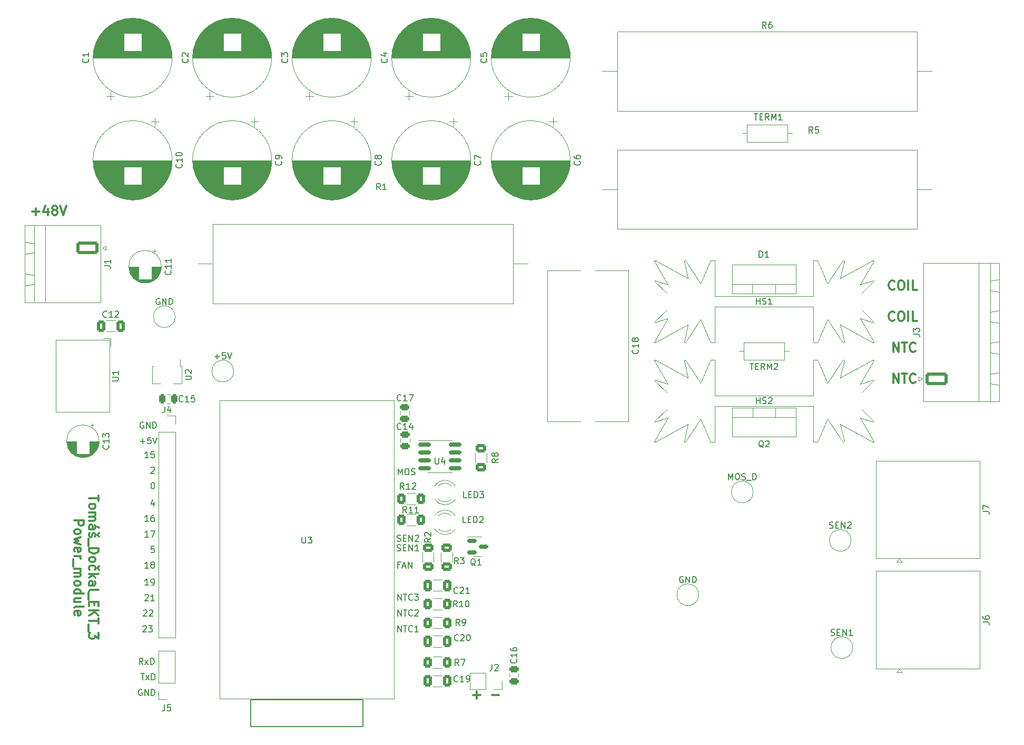
<source format=gto>
G04 #@! TF.GenerationSoftware,KiCad,Pcbnew,(6.0.9)*
G04 #@! TF.CreationDate,2022-11-29T22:23:48+01:00*
G04 #@! TF.ProjectId,power_module,706f7765-725f-46d6-9f64-756c652e6b69,rev?*
G04 #@! TF.SameCoordinates,Original*
G04 #@! TF.FileFunction,Legend,Top*
G04 #@! TF.FilePolarity,Positive*
%FSLAX46Y46*%
G04 Gerber Fmt 4.6, Leading zero omitted, Abs format (unit mm)*
G04 Created by KiCad (PCBNEW (6.0.9)) date 2022-11-29 22:23:48*
%MOMM*%
%LPD*%
G01*
G04 APERTURE LIST*
G04 Aperture macros list*
%AMRoundRect*
0 Rectangle with rounded corners*
0 $1 Rounding radius*
0 $2 $3 $4 $5 $6 $7 $8 $9 X,Y pos of 4 corners*
0 Add a 4 corners polygon primitive as box body*
4,1,4,$2,$3,$4,$5,$6,$7,$8,$9,$2,$3,0*
0 Add four circle primitives for the rounded corners*
1,1,$1+$1,$2,$3*
1,1,$1+$1,$4,$5*
1,1,$1+$1,$6,$7*
1,1,$1+$1,$8,$9*
0 Add four rect primitives between the rounded corners*
20,1,$1+$1,$2,$3,$4,$5,0*
20,1,$1+$1,$4,$5,$6,$7,0*
20,1,$1+$1,$6,$7,$8,$9,0*
20,1,$1+$1,$8,$9,$2,$3,0*%
%AMFreePoly0*
4,1,9,3.862500,-0.866500,0.737500,-0.866500,0.737500,-0.450000,-0.737500,-0.450000,-0.737500,0.450000,0.737500,0.450000,0.737500,0.866500,3.862500,0.866500,3.862500,-0.866500,3.862500,-0.866500,$1*%
G04 Aperture macros list end*
%ADD10C,0.300000*%
%ADD11C,0.150000*%
%ADD12C,0.200000*%
%ADD13C,0.120000*%
%ADD14C,3.650000*%
%ADD15RoundRect,0.250000X-0.400000X-0.625000X0.400000X-0.625000X0.400000X0.625000X-0.400000X0.625000X0*%
%ADD16RoundRect,0.150000X-0.825000X-0.150000X0.825000X-0.150000X0.825000X0.150000X-0.825000X0.150000X0*%
%ADD17RoundRect,0.150000X-0.587500X-0.150000X0.587500X-0.150000X0.587500X0.150000X-0.587500X0.150000X0*%
%ADD18RoundRect,0.250000X-0.412500X-0.650000X0.412500X-0.650000X0.412500X0.650000X-0.412500X0.650000X0*%
%ADD19R,2.400000X2.400000*%
%ADD20C,2.400000*%
%ADD21RoundRect,0.250000X0.625000X-0.400000X0.625000X0.400000X-0.625000X0.400000X-0.625000X-0.400000X0*%
%ADD22R,1.905000X2.000000*%
%ADD23O,1.905000X2.000000*%
%ADD24C,3.000000*%
%ADD25R,1.700000X1.700000*%
%ADD26O,1.700000X1.700000*%
%ADD27R,0.900000X1.300000*%
%ADD28FreePoly0,270.000000*%
%ADD29RoundRect,0.250000X1.550000X-0.750000X1.550000X0.750000X-1.550000X0.750000X-1.550000X-0.750000X0*%
%ADD30O,3.600000X2.000000*%
%ADD31R,2.300000X1.500000*%
%ADD32O,2.300000X1.500000*%
%ADD33C,1.600000*%
%ADD34O,1.600000X1.600000*%
%ADD35RoundRect,0.250000X0.475000X-0.250000X0.475000X0.250000X-0.475000X0.250000X-0.475000X-0.250000X0*%
%ADD36R,1.800000X1.800000*%
%ADD37C,1.800000*%
%ADD38RoundRect,0.250000X0.250000X0.475000X-0.250000X0.475000X-0.250000X-0.475000X0.250000X-0.475000X0*%
%ADD39RoundRect,0.249999X-1.550001X0.790001X-1.550001X-0.790001X1.550001X-0.790001X1.550001X0.790001X0*%
%ADD40O,3.600000X2.080000*%
%ADD41C,1.700000*%
%ADD42C,5.000000*%
%ADD43O,2.400000X2.400000*%
%ADD44R,1.500000X1.500000*%
%ADD45C,1.500000*%
%ADD46RoundRect,0.250000X-0.475000X0.250000X-0.475000X-0.250000X0.475000X-0.250000X0.475000X0.250000X0*%
%ADD47R,1.600000X1.600000*%
G04 APERTURE END LIST*
D10*
X23857142Y-59607142D02*
X25000000Y-59607142D01*
X24428571Y-60178571D02*
X24428571Y-59035714D01*
X26357142Y-59178571D02*
X26357142Y-60178571D01*
X26000000Y-58607142D02*
X25642857Y-59678571D01*
X26571428Y-59678571D01*
X27357142Y-59321428D02*
X27214285Y-59250000D01*
X27142857Y-59178571D01*
X27071428Y-59035714D01*
X27071428Y-58964285D01*
X27142857Y-58821428D01*
X27214285Y-58750000D01*
X27357142Y-58678571D01*
X27642857Y-58678571D01*
X27785714Y-58750000D01*
X27857142Y-58821428D01*
X27928571Y-58964285D01*
X27928571Y-59035714D01*
X27857142Y-59178571D01*
X27785714Y-59250000D01*
X27642857Y-59321428D01*
X27357142Y-59321428D01*
X27214285Y-59392857D01*
X27142857Y-59464285D01*
X27071428Y-59607142D01*
X27071428Y-59892857D01*
X27142857Y-60035714D01*
X27214285Y-60107142D01*
X27357142Y-60178571D01*
X27642857Y-60178571D01*
X27785714Y-60107142D01*
X27857142Y-60035714D01*
X27928571Y-59892857D01*
X27928571Y-59607142D01*
X27857142Y-59464285D01*
X27785714Y-59392857D01*
X27642857Y-59321428D01*
X28357142Y-58678571D02*
X28857142Y-60178571D01*
X29357142Y-58678571D01*
X34528928Y-105328571D02*
X34528928Y-106185714D01*
X33028928Y-105757142D02*
X34528928Y-105757142D01*
X33028928Y-106900000D02*
X33100357Y-106757142D01*
X33171785Y-106685714D01*
X33314642Y-106614285D01*
X33743214Y-106614285D01*
X33886071Y-106685714D01*
X33957500Y-106757142D01*
X34028928Y-106900000D01*
X34028928Y-107114285D01*
X33957500Y-107257142D01*
X33886071Y-107328571D01*
X33743214Y-107400000D01*
X33314642Y-107400000D01*
X33171785Y-107328571D01*
X33100357Y-107257142D01*
X33028928Y-107114285D01*
X33028928Y-106900000D01*
X33028928Y-108042857D02*
X34028928Y-108042857D01*
X33886071Y-108042857D02*
X33957500Y-108114285D01*
X34028928Y-108257142D01*
X34028928Y-108471428D01*
X33957500Y-108614285D01*
X33814642Y-108685714D01*
X33028928Y-108685714D01*
X33814642Y-108685714D02*
X33957500Y-108757142D01*
X34028928Y-108900000D01*
X34028928Y-109114285D01*
X33957500Y-109257142D01*
X33814642Y-109328571D01*
X33028928Y-109328571D01*
X33028928Y-110685714D02*
X33814642Y-110685714D01*
X33957500Y-110614285D01*
X34028928Y-110471428D01*
X34028928Y-110185714D01*
X33957500Y-110042857D01*
X33100357Y-110685714D02*
X33028928Y-110542857D01*
X33028928Y-110185714D01*
X33100357Y-110042857D01*
X33243214Y-109971428D01*
X33386071Y-109971428D01*
X33528928Y-110042857D01*
X33600357Y-110185714D01*
X33600357Y-110542857D01*
X33671785Y-110685714D01*
X34600357Y-110471428D02*
X34386071Y-110257142D01*
X33100357Y-111328571D02*
X33028928Y-111471428D01*
X33028928Y-111757142D01*
X33100357Y-111900000D01*
X33243214Y-111971428D01*
X33314642Y-111971428D01*
X33457500Y-111900000D01*
X33528928Y-111757142D01*
X33528928Y-111542857D01*
X33600357Y-111400000D01*
X33743214Y-111328571D01*
X33814642Y-111328571D01*
X33957500Y-111400000D01*
X34028928Y-111542857D01*
X34028928Y-111757142D01*
X33957500Y-111900000D01*
X34600357Y-111328571D02*
X34386071Y-111614285D01*
X34600357Y-111900000D01*
X32886071Y-112257142D02*
X32886071Y-113400000D01*
X33028928Y-113757142D02*
X34528928Y-113757142D01*
X34528928Y-114114285D01*
X34457500Y-114328571D01*
X34314642Y-114471428D01*
X34171785Y-114542857D01*
X33886071Y-114614285D01*
X33671785Y-114614285D01*
X33386071Y-114542857D01*
X33243214Y-114471428D01*
X33100357Y-114328571D01*
X33028928Y-114114285D01*
X33028928Y-113757142D01*
X33028928Y-115471428D02*
X33100357Y-115328571D01*
X33171785Y-115257142D01*
X33314642Y-115185714D01*
X33743214Y-115185714D01*
X33886071Y-115257142D01*
X33957500Y-115328571D01*
X34028928Y-115471428D01*
X34028928Y-115685714D01*
X33957500Y-115828571D01*
X33886071Y-115900000D01*
X33743214Y-115971428D01*
X33314642Y-115971428D01*
X33171785Y-115900000D01*
X33100357Y-115828571D01*
X33028928Y-115685714D01*
X33028928Y-115471428D01*
X33100357Y-117257142D02*
X33028928Y-117114285D01*
X33028928Y-116828571D01*
X33100357Y-116685714D01*
X33171785Y-116614285D01*
X33314642Y-116542857D01*
X33743214Y-116542857D01*
X33886071Y-116614285D01*
X33957500Y-116685714D01*
X34028928Y-116828571D01*
X34028928Y-117114285D01*
X33957500Y-117257142D01*
X34600357Y-116685714D02*
X34386071Y-116971428D01*
X34600357Y-117257142D01*
X33028928Y-117900000D02*
X34528928Y-117900000D01*
X33600357Y-118042857D02*
X33028928Y-118471428D01*
X34028928Y-118471428D02*
X33457500Y-117900000D01*
X33028928Y-119757142D02*
X33814642Y-119757142D01*
X33957500Y-119685714D01*
X34028928Y-119542857D01*
X34028928Y-119257142D01*
X33957500Y-119114285D01*
X33100357Y-119757142D02*
X33028928Y-119614285D01*
X33028928Y-119257142D01*
X33100357Y-119114285D01*
X33243214Y-119042857D01*
X33386071Y-119042857D01*
X33528928Y-119114285D01*
X33600357Y-119257142D01*
X33600357Y-119614285D01*
X33671785Y-119757142D01*
X33028928Y-120685714D02*
X33100357Y-120542857D01*
X33243214Y-120471428D01*
X34528928Y-120471428D01*
X32886071Y-120900000D02*
X32886071Y-122042857D01*
X33814642Y-122400000D02*
X33814642Y-122900000D01*
X33028928Y-123114285D02*
X33028928Y-122400000D01*
X34528928Y-122400000D01*
X34528928Y-123114285D01*
X33028928Y-123757142D02*
X34528928Y-123757142D01*
X33028928Y-124614285D02*
X33886071Y-123971428D01*
X34528928Y-124614285D02*
X33671785Y-123757142D01*
X34528928Y-125042857D02*
X34528928Y-125900000D01*
X33028928Y-125471428D02*
X34528928Y-125471428D01*
X32886071Y-126042857D02*
X32886071Y-127185714D01*
X34528928Y-127400000D02*
X34528928Y-128328571D01*
X33957500Y-127828571D01*
X33957500Y-128042857D01*
X33886071Y-128185714D01*
X33814642Y-128257142D01*
X33671785Y-128328571D01*
X33314642Y-128328571D01*
X33171785Y-128257142D01*
X33100357Y-128185714D01*
X33028928Y-128042857D01*
X33028928Y-127614285D01*
X33100357Y-127471428D01*
X33171785Y-127400000D01*
X30613928Y-109292857D02*
X32113928Y-109292857D01*
X32113928Y-109864285D01*
X32042500Y-110007142D01*
X31971071Y-110078571D01*
X31828214Y-110150000D01*
X31613928Y-110150000D01*
X31471071Y-110078571D01*
X31399642Y-110007142D01*
X31328214Y-109864285D01*
X31328214Y-109292857D01*
X30613928Y-111007142D02*
X30685357Y-110864285D01*
X30756785Y-110792857D01*
X30899642Y-110721428D01*
X31328214Y-110721428D01*
X31471071Y-110792857D01*
X31542500Y-110864285D01*
X31613928Y-111007142D01*
X31613928Y-111221428D01*
X31542500Y-111364285D01*
X31471071Y-111435714D01*
X31328214Y-111507142D01*
X30899642Y-111507142D01*
X30756785Y-111435714D01*
X30685357Y-111364285D01*
X30613928Y-111221428D01*
X30613928Y-111007142D01*
X31613928Y-112007142D02*
X30613928Y-112292857D01*
X31328214Y-112578571D01*
X30613928Y-112864285D01*
X31613928Y-113150000D01*
X30685357Y-114292857D02*
X30613928Y-114150000D01*
X30613928Y-113864285D01*
X30685357Y-113721428D01*
X30828214Y-113650000D01*
X31399642Y-113650000D01*
X31542500Y-113721428D01*
X31613928Y-113864285D01*
X31613928Y-114150000D01*
X31542500Y-114292857D01*
X31399642Y-114364285D01*
X31256785Y-114364285D01*
X31113928Y-113650000D01*
X30613928Y-115007142D02*
X31613928Y-115007142D01*
X31328214Y-115007142D02*
X31471071Y-115078571D01*
X31542500Y-115150000D01*
X31613928Y-115292857D01*
X31613928Y-115435714D01*
X30471071Y-115578571D02*
X30471071Y-116721428D01*
X30613928Y-117078571D02*
X31613928Y-117078571D01*
X31471071Y-117078571D02*
X31542500Y-117150000D01*
X31613928Y-117292857D01*
X31613928Y-117507142D01*
X31542500Y-117650000D01*
X31399642Y-117721428D01*
X30613928Y-117721428D01*
X31399642Y-117721428D02*
X31542500Y-117792857D01*
X31613928Y-117935714D01*
X31613928Y-118150000D01*
X31542500Y-118292857D01*
X31399642Y-118364285D01*
X30613928Y-118364285D01*
X30613928Y-119292857D02*
X30685357Y-119150000D01*
X30756785Y-119078571D01*
X30899642Y-119007142D01*
X31328214Y-119007142D01*
X31471071Y-119078571D01*
X31542500Y-119150000D01*
X31613928Y-119292857D01*
X31613928Y-119507142D01*
X31542500Y-119650000D01*
X31471071Y-119721428D01*
X31328214Y-119792857D01*
X30899642Y-119792857D01*
X30756785Y-119721428D01*
X30685357Y-119650000D01*
X30613928Y-119507142D01*
X30613928Y-119292857D01*
X30613928Y-121078571D02*
X32113928Y-121078571D01*
X30685357Y-121078571D02*
X30613928Y-120935714D01*
X30613928Y-120650000D01*
X30685357Y-120507142D01*
X30756785Y-120435714D01*
X30899642Y-120364285D01*
X31328214Y-120364285D01*
X31471071Y-120435714D01*
X31542500Y-120507142D01*
X31613928Y-120650000D01*
X31613928Y-120935714D01*
X31542500Y-121078571D01*
X31613928Y-122435714D02*
X30613928Y-122435714D01*
X31613928Y-121792857D02*
X30828214Y-121792857D01*
X30685357Y-121864285D01*
X30613928Y-122007142D01*
X30613928Y-122221428D01*
X30685357Y-122364285D01*
X30756785Y-122435714D01*
X30613928Y-123364285D02*
X30685357Y-123221428D01*
X30828214Y-123150000D01*
X32113928Y-123150000D01*
X30685357Y-124507142D02*
X30613928Y-124364285D01*
X30613928Y-124078571D01*
X30685357Y-123935714D01*
X30828214Y-123864285D01*
X31399642Y-123864285D01*
X31542500Y-123935714D01*
X31613928Y-124078571D01*
X31613928Y-124364285D01*
X31542500Y-124507142D01*
X31399642Y-124578571D01*
X31256785Y-124578571D01*
X31113928Y-123864285D01*
D11*
X77000000Y-142500000D02*
X59000000Y-142500000D01*
X59000000Y-138175000D01*
X77000000Y-138175000D01*
X77000000Y-142500000D01*
X42964285Y-100797619D02*
X43011904Y-100750000D01*
X43107142Y-100702380D01*
X43345238Y-100702380D01*
X43440476Y-100750000D01*
X43488095Y-100797619D01*
X43535714Y-100892857D01*
X43535714Y-100988095D01*
X43488095Y-101130952D01*
X42916666Y-101702380D01*
X43535714Y-101702380D01*
X82511904Y-114154761D02*
X82654761Y-114202380D01*
X82892857Y-114202380D01*
X82988095Y-114154761D01*
X83035714Y-114107142D01*
X83083333Y-114011904D01*
X83083333Y-113916666D01*
X83035714Y-113821428D01*
X82988095Y-113773809D01*
X82892857Y-113726190D01*
X82702380Y-113678571D01*
X82607142Y-113630952D01*
X82559523Y-113583333D01*
X82511904Y-113488095D01*
X82511904Y-113392857D01*
X82559523Y-113297619D01*
X82607142Y-113250000D01*
X82702380Y-113202380D01*
X82940476Y-113202380D01*
X83083333Y-113250000D01*
X83511904Y-113678571D02*
X83845238Y-113678571D01*
X83988095Y-114202380D02*
X83511904Y-114202380D01*
X83511904Y-113202380D01*
X83988095Y-113202380D01*
X84416666Y-114202380D02*
X84416666Y-113202380D01*
X84988095Y-114202380D01*
X84988095Y-113202380D01*
X85988095Y-114202380D02*
X85416666Y-114202380D01*
X85702380Y-114202380D02*
X85702380Y-113202380D01*
X85607142Y-113345238D01*
X85511904Y-113440476D01*
X85416666Y-113488095D01*
X42559523Y-116952380D02*
X41988095Y-116952380D01*
X42273809Y-116952380D02*
X42273809Y-115952380D01*
X42178571Y-116095238D01*
X42083333Y-116190476D01*
X41988095Y-116238095D01*
X43130952Y-116380952D02*
X43035714Y-116333333D01*
X42988095Y-116285714D01*
X42940476Y-116190476D01*
X42940476Y-116142857D01*
X42988095Y-116047619D01*
X43035714Y-116000000D01*
X43130952Y-115952380D01*
X43321428Y-115952380D01*
X43416666Y-116000000D01*
X43464285Y-116047619D01*
X43511904Y-116142857D01*
X43511904Y-116190476D01*
X43464285Y-116285714D01*
X43416666Y-116333333D01*
X43321428Y-116380952D01*
X43130952Y-116380952D01*
X43035714Y-116428571D01*
X42988095Y-116476190D01*
X42940476Y-116571428D01*
X42940476Y-116761904D01*
X42988095Y-116857142D01*
X43035714Y-116904761D01*
X43130952Y-116952380D01*
X43321428Y-116952380D01*
X43416666Y-116904761D01*
X43464285Y-116857142D01*
X43511904Y-116761904D01*
X43511904Y-116571428D01*
X43464285Y-116476190D01*
X43416666Y-116428571D01*
X43321428Y-116380952D01*
D10*
X162464285Y-72035714D02*
X162392857Y-72107142D01*
X162178571Y-72178571D01*
X162035714Y-72178571D01*
X161821428Y-72107142D01*
X161678571Y-71964285D01*
X161607142Y-71821428D01*
X161535714Y-71535714D01*
X161535714Y-71321428D01*
X161607142Y-71035714D01*
X161678571Y-70892857D01*
X161821428Y-70750000D01*
X162035714Y-70678571D01*
X162178571Y-70678571D01*
X162392857Y-70750000D01*
X162464285Y-70821428D01*
X163392857Y-70678571D02*
X163678571Y-70678571D01*
X163821428Y-70750000D01*
X163964285Y-70892857D01*
X164035714Y-71178571D01*
X164035714Y-71678571D01*
X163964285Y-71964285D01*
X163821428Y-72107142D01*
X163678571Y-72178571D01*
X163392857Y-72178571D01*
X163250000Y-72107142D01*
X163107142Y-71964285D01*
X163035714Y-71678571D01*
X163035714Y-71178571D01*
X163107142Y-70892857D01*
X163250000Y-70750000D01*
X163392857Y-70678571D01*
X164678571Y-72178571D02*
X164678571Y-70678571D01*
X166107142Y-72178571D02*
X165392857Y-72178571D01*
X165392857Y-70678571D01*
D12*
X41309523Y-133952380D02*
X41880952Y-133952380D01*
X41595238Y-134952380D02*
X41595238Y-133952380D01*
X42119047Y-134952380D02*
X42642857Y-134285714D01*
X42119047Y-134285714D02*
X42642857Y-134952380D01*
X43023809Y-134952380D02*
X43023809Y-133952380D01*
X43261904Y-133952380D01*
X43404761Y-134000000D01*
X43500000Y-134095238D01*
X43547619Y-134190476D01*
X43595238Y-134380952D01*
X43595238Y-134523809D01*
X43547619Y-134714285D01*
X43500000Y-134809523D01*
X43404761Y-134904761D01*
X43261904Y-134952380D01*
X43023809Y-134952380D01*
D10*
X162464285Y-77035714D02*
X162392857Y-77107142D01*
X162178571Y-77178571D01*
X162035714Y-77178571D01*
X161821428Y-77107142D01*
X161678571Y-76964285D01*
X161607142Y-76821428D01*
X161535714Y-76535714D01*
X161535714Y-76321428D01*
X161607142Y-76035714D01*
X161678571Y-75892857D01*
X161821428Y-75750000D01*
X162035714Y-75678571D01*
X162178571Y-75678571D01*
X162392857Y-75750000D01*
X162464285Y-75821428D01*
X163392857Y-75678571D02*
X163678571Y-75678571D01*
X163821428Y-75750000D01*
X163964285Y-75892857D01*
X164035714Y-76178571D01*
X164035714Y-76678571D01*
X163964285Y-76964285D01*
X163821428Y-77107142D01*
X163678571Y-77178571D01*
X163392857Y-77178571D01*
X163250000Y-77107142D01*
X163107142Y-76964285D01*
X163035714Y-76678571D01*
X163035714Y-76178571D01*
X163107142Y-75892857D01*
X163250000Y-75750000D01*
X163392857Y-75678571D01*
X164678571Y-77178571D02*
X164678571Y-75678571D01*
X166107142Y-77178571D02*
X165392857Y-77178571D01*
X165392857Y-75678571D01*
X162250000Y-87178571D02*
X162250000Y-85678571D01*
X163107142Y-87178571D01*
X163107142Y-85678571D01*
X163607142Y-85678571D02*
X164464285Y-85678571D01*
X164035714Y-87178571D02*
X164035714Y-85678571D01*
X165821428Y-87035714D02*
X165750000Y-87107142D01*
X165535714Y-87178571D01*
X165392857Y-87178571D01*
X165178571Y-87107142D01*
X165035714Y-86964285D01*
X164964285Y-86821428D01*
X164892857Y-86535714D01*
X164892857Y-86321428D01*
X164964285Y-86035714D01*
X165035714Y-85892857D01*
X165178571Y-85750000D01*
X165392857Y-85678571D01*
X165535714Y-85678571D01*
X165750000Y-85750000D01*
X165821428Y-85821428D01*
D11*
X42559523Y-99202380D02*
X41988095Y-99202380D01*
X42273809Y-99202380D02*
X42273809Y-98202380D01*
X42178571Y-98345238D01*
X42083333Y-98440476D01*
X41988095Y-98488095D01*
X43464285Y-98202380D02*
X42988095Y-98202380D01*
X42940476Y-98678571D01*
X42988095Y-98630952D01*
X43083333Y-98583333D01*
X43321428Y-98583333D01*
X43416666Y-98630952D01*
X43464285Y-98678571D01*
X43511904Y-98773809D01*
X43511904Y-99011904D01*
X43464285Y-99107142D01*
X43416666Y-99154761D01*
X43321428Y-99202380D01*
X43083333Y-99202380D01*
X42988095Y-99154761D01*
X42940476Y-99107142D01*
X43488095Y-113452380D02*
X43011904Y-113452380D01*
X42964285Y-113928571D01*
X43011904Y-113880952D01*
X43107142Y-113833333D01*
X43345238Y-113833333D01*
X43440476Y-113880952D01*
X43488095Y-113928571D01*
X43535714Y-114023809D01*
X43535714Y-114261904D01*
X43488095Y-114357142D01*
X43440476Y-114404761D01*
X43345238Y-114452380D01*
X43107142Y-114452380D01*
X43011904Y-114404761D01*
X42964285Y-114357142D01*
X41738095Y-123797619D02*
X41785714Y-123750000D01*
X41880952Y-123702380D01*
X42119047Y-123702380D01*
X42214285Y-123750000D01*
X42261904Y-123797619D01*
X42309523Y-123892857D01*
X42309523Y-123988095D01*
X42261904Y-124130952D01*
X41690476Y-124702380D01*
X42309523Y-124702380D01*
X42690476Y-123797619D02*
X42738095Y-123750000D01*
X42833333Y-123702380D01*
X43071428Y-123702380D01*
X43166666Y-123750000D01*
X43214285Y-123797619D01*
X43261904Y-123892857D01*
X43261904Y-123988095D01*
X43214285Y-124130952D01*
X42642857Y-124702380D01*
X43261904Y-124702380D01*
D12*
X41654761Y-132452380D02*
X41321428Y-131976190D01*
X41083333Y-132452380D02*
X41083333Y-131452380D01*
X41464285Y-131452380D01*
X41559523Y-131500000D01*
X41607142Y-131547619D01*
X41654761Y-131642857D01*
X41654761Y-131785714D01*
X41607142Y-131880952D01*
X41559523Y-131928571D01*
X41464285Y-131976190D01*
X41083333Y-131976190D01*
X41988095Y-132452380D02*
X42511904Y-131785714D01*
X41988095Y-131785714D02*
X42511904Y-132452380D01*
X42892857Y-132452380D02*
X42892857Y-131452380D01*
X43130952Y-131452380D01*
X43273809Y-131500000D01*
X43369047Y-131595238D01*
X43416666Y-131690476D01*
X43464285Y-131880952D01*
X43464285Y-132023809D01*
X43416666Y-132214285D01*
X43369047Y-132309523D01*
X43273809Y-132404761D01*
X43130952Y-132452380D01*
X42892857Y-132452380D01*
D10*
X94728571Y-137407142D02*
X95871428Y-137407142D01*
X95300000Y-137978571D02*
X95300000Y-136835714D01*
X97728571Y-137407142D02*
X98871428Y-137407142D01*
D11*
X82607142Y-124647380D02*
X82607142Y-123647380D01*
X83178571Y-124647380D01*
X83178571Y-123647380D01*
X83511904Y-123647380D02*
X84083333Y-123647380D01*
X83797619Y-124647380D02*
X83797619Y-123647380D01*
X84988095Y-124552142D02*
X84940476Y-124599761D01*
X84797619Y-124647380D01*
X84702380Y-124647380D01*
X84559523Y-124599761D01*
X84464285Y-124504523D01*
X84416666Y-124409285D01*
X84369047Y-124218809D01*
X84369047Y-124075952D01*
X84416666Y-123885476D01*
X84464285Y-123790238D01*
X84559523Y-123695000D01*
X84702380Y-123647380D01*
X84797619Y-123647380D01*
X84940476Y-123695000D01*
X84988095Y-123742619D01*
X85369047Y-123742619D02*
X85416666Y-123695000D01*
X85511904Y-123647380D01*
X85750000Y-123647380D01*
X85845238Y-123695000D01*
X85892857Y-123742619D01*
X85940476Y-123837857D01*
X85940476Y-123933095D01*
X85892857Y-124075952D01*
X85321428Y-124647380D01*
X85940476Y-124647380D01*
X82940476Y-116428571D02*
X82607142Y-116428571D01*
X82607142Y-116952380D02*
X82607142Y-115952380D01*
X83083333Y-115952380D01*
X83416666Y-116666666D02*
X83892857Y-116666666D01*
X83321428Y-116952380D02*
X83654761Y-115952380D01*
X83988095Y-116952380D01*
X84321428Y-116952380D02*
X84321428Y-115952380D01*
X84892857Y-116952380D01*
X84892857Y-115952380D01*
X42559523Y-109452380D02*
X41988095Y-109452380D01*
X42273809Y-109452380D02*
X42273809Y-108452380D01*
X42178571Y-108595238D01*
X42083333Y-108690476D01*
X41988095Y-108738095D01*
X43416666Y-108452380D02*
X43226190Y-108452380D01*
X43130952Y-108500000D01*
X43083333Y-108547619D01*
X42988095Y-108690476D01*
X42940476Y-108880952D01*
X42940476Y-109261904D01*
X42988095Y-109357142D01*
X43035714Y-109404761D01*
X43130952Y-109452380D01*
X43321428Y-109452380D01*
X43416666Y-109404761D01*
X43464285Y-109357142D01*
X43511904Y-109261904D01*
X43511904Y-109023809D01*
X43464285Y-108928571D01*
X43416666Y-108880952D01*
X43321428Y-108833333D01*
X43130952Y-108833333D01*
X43035714Y-108880952D01*
X42988095Y-108928571D01*
X42940476Y-109023809D01*
X82607142Y-127202380D02*
X82607142Y-126202380D01*
X83178571Y-127202380D01*
X83178571Y-126202380D01*
X83511904Y-126202380D02*
X84083333Y-126202380D01*
X83797619Y-127202380D02*
X83797619Y-126202380D01*
X84988095Y-127107142D02*
X84940476Y-127154761D01*
X84797619Y-127202380D01*
X84702380Y-127202380D01*
X84559523Y-127154761D01*
X84464285Y-127059523D01*
X84416666Y-126964285D01*
X84369047Y-126773809D01*
X84369047Y-126630952D01*
X84416666Y-126440476D01*
X84464285Y-126345238D01*
X84559523Y-126250000D01*
X84702380Y-126202380D01*
X84797619Y-126202380D01*
X84940476Y-126250000D01*
X84988095Y-126297619D01*
X85940476Y-127202380D02*
X85369047Y-127202380D01*
X85654761Y-127202380D02*
X85654761Y-126202380D01*
X85559523Y-126345238D01*
X85464285Y-126440476D01*
X85369047Y-126488095D01*
X41988095Y-121297619D02*
X42035714Y-121250000D01*
X42130952Y-121202380D01*
X42369047Y-121202380D01*
X42464285Y-121250000D01*
X42511904Y-121297619D01*
X42559523Y-121392857D01*
X42559523Y-121488095D01*
X42511904Y-121630952D01*
X41940476Y-122202380D01*
X42559523Y-122202380D01*
X43511904Y-122202380D02*
X42940476Y-122202380D01*
X43226190Y-122202380D02*
X43226190Y-121202380D01*
X43130952Y-121345238D01*
X43035714Y-121440476D01*
X42940476Y-121488095D01*
D10*
X162250000Y-82178571D02*
X162250000Y-80678571D01*
X163107142Y-82178571D01*
X163107142Y-80678571D01*
X163607142Y-80678571D02*
X164464285Y-80678571D01*
X164035714Y-82178571D02*
X164035714Y-80678571D01*
X165821428Y-82035714D02*
X165750000Y-82107142D01*
X165535714Y-82178571D01*
X165392857Y-82178571D01*
X165178571Y-82107142D01*
X165035714Y-81964285D01*
X164964285Y-81821428D01*
X164892857Y-81535714D01*
X164892857Y-81321428D01*
X164964285Y-81035714D01*
X165035714Y-80892857D01*
X165178571Y-80750000D01*
X165392857Y-80678571D01*
X165535714Y-80678571D01*
X165750000Y-80750000D01*
X165821428Y-80821428D01*
D11*
X42559523Y-119702380D02*
X41988095Y-119702380D01*
X42273809Y-119702380D02*
X42273809Y-118702380D01*
X42178571Y-118845238D01*
X42083333Y-118940476D01*
X41988095Y-118988095D01*
X43035714Y-119702380D02*
X43226190Y-119702380D01*
X43321428Y-119654761D01*
X43369047Y-119607142D01*
X43464285Y-119464285D01*
X43511904Y-119273809D01*
X43511904Y-118892857D01*
X43464285Y-118797619D01*
X43416666Y-118750000D01*
X43321428Y-118702380D01*
X43130952Y-118702380D01*
X43035714Y-118750000D01*
X42988095Y-118797619D01*
X42940476Y-118892857D01*
X42940476Y-119130952D01*
X42988095Y-119226190D01*
X43035714Y-119273809D01*
X43130952Y-119321428D01*
X43321428Y-119321428D01*
X43416666Y-119273809D01*
X43464285Y-119226190D01*
X43511904Y-119130952D01*
X42559523Y-111952380D02*
X41988095Y-111952380D01*
X42273809Y-111952380D02*
X42273809Y-110952380D01*
X42178571Y-111095238D01*
X42083333Y-111190476D01*
X41988095Y-111238095D01*
X42892857Y-110952380D02*
X43559523Y-110952380D01*
X43130952Y-111952380D01*
D12*
X41488095Y-136500000D02*
X41392857Y-136452380D01*
X41250000Y-136452380D01*
X41107142Y-136500000D01*
X41011904Y-136595238D01*
X40964285Y-136690476D01*
X40916666Y-136880952D01*
X40916666Y-137023809D01*
X40964285Y-137214285D01*
X41011904Y-137309523D01*
X41107142Y-137404761D01*
X41250000Y-137452380D01*
X41345238Y-137452380D01*
X41488095Y-137404761D01*
X41535714Y-137357142D01*
X41535714Y-137023809D01*
X41345238Y-137023809D01*
X41964285Y-137452380D02*
X41964285Y-136452380D01*
X42535714Y-137452380D01*
X42535714Y-136452380D01*
X43011904Y-137452380D02*
X43011904Y-136452380D01*
X43250000Y-136452380D01*
X43392857Y-136500000D01*
X43488095Y-136595238D01*
X43535714Y-136690476D01*
X43583333Y-136880952D01*
X43583333Y-137023809D01*
X43535714Y-137214285D01*
X43488095Y-137309523D01*
X43392857Y-137404761D01*
X43250000Y-137452380D01*
X43011904Y-137452380D01*
D11*
X82607142Y-122147380D02*
X82607142Y-121147380D01*
X83178571Y-122147380D01*
X83178571Y-121147380D01*
X83511904Y-121147380D02*
X84083333Y-121147380D01*
X83797619Y-122147380D02*
X83797619Y-121147380D01*
X84988095Y-122052142D02*
X84940476Y-122099761D01*
X84797619Y-122147380D01*
X84702380Y-122147380D01*
X84559523Y-122099761D01*
X84464285Y-122004523D01*
X84416666Y-121909285D01*
X84369047Y-121718809D01*
X84369047Y-121575952D01*
X84416666Y-121385476D01*
X84464285Y-121290238D01*
X84559523Y-121195000D01*
X84702380Y-121147380D01*
X84797619Y-121147380D01*
X84940476Y-121195000D01*
X84988095Y-121242619D01*
X85321428Y-121147380D02*
X85940476Y-121147380D01*
X85607142Y-121528333D01*
X85750000Y-121528333D01*
X85845238Y-121575952D01*
X85892857Y-121623571D01*
X85940476Y-121718809D01*
X85940476Y-121956904D01*
X85892857Y-122052142D01*
X85845238Y-122099761D01*
X85750000Y-122147380D01*
X85464285Y-122147380D01*
X85369047Y-122099761D01*
X85321428Y-122052142D01*
X43440476Y-106285714D02*
X43440476Y-106952380D01*
X43202380Y-105904761D02*
X42964285Y-106619047D01*
X43583333Y-106619047D01*
X41738095Y-93500000D02*
X41642857Y-93452380D01*
X41500000Y-93452380D01*
X41357142Y-93500000D01*
X41261904Y-93595238D01*
X41214285Y-93690476D01*
X41166666Y-93880952D01*
X41166666Y-94023809D01*
X41214285Y-94214285D01*
X41261904Y-94309523D01*
X41357142Y-94404761D01*
X41500000Y-94452380D01*
X41595238Y-94452380D01*
X41738095Y-94404761D01*
X41785714Y-94357142D01*
X41785714Y-94023809D01*
X41595238Y-94023809D01*
X42214285Y-94452380D02*
X42214285Y-93452380D01*
X42785714Y-94452380D01*
X42785714Y-93452380D01*
X43261904Y-94452380D02*
X43261904Y-93452380D01*
X43500000Y-93452380D01*
X43642857Y-93500000D01*
X43738095Y-93595238D01*
X43785714Y-93690476D01*
X43833333Y-93880952D01*
X43833333Y-94023809D01*
X43785714Y-94214285D01*
X43738095Y-94309523D01*
X43642857Y-94404761D01*
X43500000Y-94452380D01*
X43261904Y-94452380D01*
X41214285Y-96571428D02*
X41976190Y-96571428D01*
X41595238Y-96952380D02*
X41595238Y-96190476D01*
X42928571Y-95952380D02*
X42452380Y-95952380D01*
X42404761Y-96428571D01*
X42452380Y-96380952D01*
X42547619Y-96333333D01*
X42785714Y-96333333D01*
X42880952Y-96380952D01*
X42928571Y-96428571D01*
X42976190Y-96523809D01*
X42976190Y-96761904D01*
X42928571Y-96857142D01*
X42880952Y-96904761D01*
X42785714Y-96952380D01*
X42547619Y-96952380D01*
X42452380Y-96904761D01*
X42404761Y-96857142D01*
X43261904Y-95952380D02*
X43595238Y-96952380D01*
X43928571Y-95952380D01*
X82666666Y-101952380D02*
X82666666Y-100952380D01*
X83000000Y-101666666D01*
X83333333Y-100952380D01*
X83333333Y-101952380D01*
X84000000Y-100952380D02*
X84190476Y-100952380D01*
X84285714Y-101000000D01*
X84380952Y-101095238D01*
X84428571Y-101285714D01*
X84428571Y-101619047D01*
X84380952Y-101809523D01*
X84285714Y-101904761D01*
X84190476Y-101952380D01*
X84000000Y-101952380D01*
X83904761Y-101904761D01*
X83809523Y-101809523D01*
X83761904Y-101619047D01*
X83761904Y-101285714D01*
X83809523Y-101095238D01*
X83904761Y-101000000D01*
X84000000Y-100952380D01*
X84809523Y-101904761D02*
X84952380Y-101952380D01*
X85190476Y-101952380D01*
X85285714Y-101904761D01*
X85333333Y-101857142D01*
X85380952Y-101761904D01*
X85380952Y-101666666D01*
X85333333Y-101571428D01*
X85285714Y-101523809D01*
X85190476Y-101476190D01*
X85000000Y-101428571D01*
X84904761Y-101380952D01*
X84857142Y-101333333D01*
X84809523Y-101238095D01*
X84809523Y-101142857D01*
X84857142Y-101047619D01*
X84904761Y-101000000D01*
X85000000Y-100952380D01*
X85238095Y-100952380D01*
X85380952Y-101000000D01*
X43202380Y-103202380D02*
X43297619Y-103202380D01*
X43392857Y-103250000D01*
X43440476Y-103297619D01*
X43488095Y-103392857D01*
X43535714Y-103583333D01*
X43535714Y-103821428D01*
X43488095Y-104011904D01*
X43440476Y-104107142D01*
X43392857Y-104154761D01*
X43297619Y-104202380D01*
X43202380Y-104202380D01*
X43107142Y-104154761D01*
X43059523Y-104107142D01*
X43011904Y-104011904D01*
X42964285Y-103821428D01*
X42964285Y-103583333D01*
X43011904Y-103392857D01*
X43059523Y-103297619D01*
X43107142Y-103250000D01*
X43202380Y-103202380D01*
X82511904Y-112599761D02*
X82654761Y-112647380D01*
X82892857Y-112647380D01*
X82988095Y-112599761D01*
X83035714Y-112552142D01*
X83083333Y-112456904D01*
X83083333Y-112361666D01*
X83035714Y-112266428D01*
X82988095Y-112218809D01*
X82892857Y-112171190D01*
X82702380Y-112123571D01*
X82607142Y-112075952D01*
X82559523Y-112028333D01*
X82511904Y-111933095D01*
X82511904Y-111837857D01*
X82559523Y-111742619D01*
X82607142Y-111695000D01*
X82702380Y-111647380D01*
X82940476Y-111647380D01*
X83083333Y-111695000D01*
X83511904Y-112123571D02*
X83845238Y-112123571D01*
X83988095Y-112647380D02*
X83511904Y-112647380D01*
X83511904Y-111647380D01*
X83988095Y-111647380D01*
X84416666Y-112647380D02*
X84416666Y-111647380D01*
X84988095Y-112647380D01*
X84988095Y-111647380D01*
X85416666Y-111742619D02*
X85464285Y-111695000D01*
X85559523Y-111647380D01*
X85797619Y-111647380D01*
X85892857Y-111695000D01*
X85940476Y-111742619D01*
X85988095Y-111837857D01*
X85988095Y-111933095D01*
X85940476Y-112075952D01*
X85369047Y-112647380D01*
X85988095Y-112647380D01*
X41638095Y-126347619D02*
X41685714Y-126300000D01*
X41780952Y-126252380D01*
X42019047Y-126252380D01*
X42114285Y-126300000D01*
X42161904Y-126347619D01*
X42209523Y-126442857D01*
X42209523Y-126538095D01*
X42161904Y-126680952D01*
X41590476Y-127252380D01*
X42209523Y-127252380D01*
X42542857Y-126252380D02*
X43161904Y-126252380D01*
X42828571Y-126633333D01*
X42971428Y-126633333D01*
X43066666Y-126680952D01*
X43114285Y-126728571D01*
X43161904Y-126823809D01*
X43161904Y-127061904D01*
X43114285Y-127157142D01*
X43066666Y-127204761D01*
X42971428Y-127252380D01*
X42685714Y-127252380D01*
X42590476Y-127204761D01*
X42542857Y-127157142D01*
X92433333Y-132652380D02*
X92100000Y-132176190D01*
X91861904Y-132652380D02*
X91861904Y-131652380D01*
X92242857Y-131652380D01*
X92338095Y-131700000D01*
X92385714Y-131747619D01*
X92433333Y-131842857D01*
X92433333Y-131985714D01*
X92385714Y-132080952D01*
X92338095Y-132128571D01*
X92242857Y-132176190D01*
X91861904Y-132176190D01*
X92766666Y-131652380D02*
X93433333Y-131652380D01*
X93004761Y-132652380D01*
X88638095Y-99202380D02*
X88638095Y-100011904D01*
X88685714Y-100107142D01*
X88733333Y-100154761D01*
X88828571Y-100202380D01*
X89019047Y-100202380D01*
X89114285Y-100154761D01*
X89161904Y-100107142D01*
X89209523Y-100011904D01*
X89209523Y-99202380D01*
X90114285Y-99535714D02*
X90114285Y-100202380D01*
X89876190Y-99154761D02*
X89638095Y-99869047D01*
X90257142Y-99869047D01*
X95104761Y-116547619D02*
X95009523Y-116500000D01*
X94914285Y-116404761D01*
X94771428Y-116261904D01*
X94676190Y-116214285D01*
X94580952Y-116214285D01*
X94628571Y-116452380D02*
X94533333Y-116404761D01*
X94438095Y-116309523D01*
X94390476Y-116119047D01*
X94390476Y-115785714D01*
X94438095Y-115595238D01*
X94533333Y-115500000D01*
X94628571Y-115452380D01*
X94819047Y-115452380D01*
X94914285Y-115500000D01*
X95009523Y-115595238D01*
X95057142Y-115785714D01*
X95057142Y-116119047D01*
X95009523Y-116309523D01*
X94914285Y-116404761D01*
X94819047Y-116452380D01*
X94628571Y-116452380D01*
X96009523Y-116452380D02*
X95438095Y-116452380D01*
X95723809Y-116452380D02*
X95723809Y-115452380D01*
X95628571Y-115595238D01*
X95533333Y-115690476D01*
X95438095Y-115738095D01*
X92257142Y-120957142D02*
X92209523Y-121004761D01*
X92066666Y-121052380D01*
X91971428Y-121052380D01*
X91828571Y-121004761D01*
X91733333Y-120909523D01*
X91685714Y-120814285D01*
X91638095Y-120623809D01*
X91638095Y-120480952D01*
X91685714Y-120290476D01*
X91733333Y-120195238D01*
X91828571Y-120100000D01*
X91971428Y-120052380D01*
X92066666Y-120052380D01*
X92209523Y-120100000D01*
X92257142Y-120147619D01*
X92638095Y-120147619D02*
X92685714Y-120100000D01*
X92780952Y-120052380D01*
X93019047Y-120052380D01*
X93114285Y-120100000D01*
X93161904Y-120147619D01*
X93209523Y-120242857D01*
X93209523Y-120338095D01*
X93161904Y-120480952D01*
X92590476Y-121052380D01*
X93209523Y-121052380D01*
X94161904Y-121052380D02*
X93590476Y-121052380D01*
X93876190Y-121052380D02*
X93876190Y-120052380D01*
X93780952Y-120195238D01*
X93685714Y-120290476D01*
X93590476Y-120338095D01*
X96857142Y-34990625D02*
X96904761Y-35038244D01*
X96952380Y-35181101D01*
X96952380Y-35276339D01*
X96904761Y-35419197D01*
X96809523Y-35514435D01*
X96714285Y-35562054D01*
X96523809Y-35609673D01*
X96380952Y-35609673D01*
X96190476Y-35562054D01*
X96095238Y-35514435D01*
X96000000Y-35419197D01*
X95952380Y-35276339D01*
X95952380Y-35181101D01*
X96000000Y-35038244D01*
X96047619Y-34990625D01*
X95952380Y-34085863D02*
X95952380Y-34562054D01*
X96428571Y-34609673D01*
X96380952Y-34562054D01*
X96333333Y-34466816D01*
X96333333Y-34228720D01*
X96380952Y-34133482D01*
X96428571Y-34085863D01*
X96523809Y-34038244D01*
X96761904Y-34038244D01*
X96857142Y-34085863D01*
X96904761Y-34133482D01*
X96952380Y-34228720D01*
X96952380Y-34466816D01*
X96904761Y-34562054D01*
X96857142Y-34609673D01*
X64857142Y-34990625D02*
X64904761Y-35038244D01*
X64952380Y-35181101D01*
X64952380Y-35276339D01*
X64904761Y-35419197D01*
X64809523Y-35514435D01*
X64714285Y-35562054D01*
X64523809Y-35609673D01*
X64380952Y-35609673D01*
X64190476Y-35562054D01*
X64095238Y-35514435D01*
X64000000Y-35419197D01*
X63952380Y-35276339D01*
X63952380Y-35181101D01*
X64000000Y-35038244D01*
X64047619Y-34990625D01*
X63952380Y-34657292D02*
X63952380Y-34038244D01*
X64333333Y-34371578D01*
X64333333Y-34228720D01*
X64380952Y-34133482D01*
X64428571Y-34085863D01*
X64523809Y-34038244D01*
X64761904Y-34038244D01*
X64857142Y-34085863D01*
X64904761Y-34133482D01*
X64952380Y-34228720D01*
X64952380Y-34514435D01*
X64904761Y-34609673D01*
X64857142Y-34657292D01*
X98752380Y-99366666D02*
X98276190Y-99700000D01*
X98752380Y-99938095D02*
X97752380Y-99938095D01*
X97752380Y-99557142D01*
X97800000Y-99461904D01*
X97847619Y-99414285D01*
X97942857Y-99366666D01*
X98085714Y-99366666D01*
X98180952Y-99414285D01*
X98228571Y-99461904D01*
X98276190Y-99557142D01*
X98276190Y-99938095D01*
X98180952Y-98795238D02*
X98133333Y-98890476D01*
X98085714Y-98938095D01*
X97990476Y-98985714D01*
X97942857Y-98985714D01*
X97847619Y-98938095D01*
X97800000Y-98890476D01*
X97752380Y-98795238D01*
X97752380Y-98604761D01*
X97800000Y-98509523D01*
X97847619Y-98461904D01*
X97942857Y-98414285D01*
X97990476Y-98414285D01*
X98085714Y-98461904D01*
X98133333Y-98509523D01*
X98180952Y-98604761D01*
X98180952Y-98795238D01*
X98228571Y-98890476D01*
X98276190Y-98938095D01*
X98371428Y-98985714D01*
X98561904Y-98985714D01*
X98657142Y-98938095D01*
X98704761Y-98890476D01*
X98752380Y-98795238D01*
X98752380Y-98604761D01*
X98704761Y-98509523D01*
X98657142Y-98461904D01*
X98561904Y-98414285D01*
X98371428Y-98414285D01*
X98276190Y-98461904D01*
X98228571Y-98509523D01*
X98180952Y-98604761D01*
X141404761Y-97547619D02*
X141309523Y-97500000D01*
X141214285Y-97404761D01*
X141071428Y-97261904D01*
X140976190Y-97214285D01*
X140880952Y-97214285D01*
X140928571Y-97452380D02*
X140833333Y-97404761D01*
X140738095Y-97309523D01*
X140690476Y-97119047D01*
X140690476Y-96785714D01*
X140738095Y-96595238D01*
X140833333Y-96500000D01*
X140928571Y-96452380D01*
X141119047Y-96452380D01*
X141214285Y-96500000D01*
X141309523Y-96595238D01*
X141357142Y-96785714D01*
X141357142Y-97119047D01*
X141309523Y-97309523D01*
X141214285Y-97404761D01*
X141119047Y-97452380D01*
X140928571Y-97452380D01*
X141738095Y-96547619D02*
X141785714Y-96500000D01*
X141880952Y-96452380D01*
X142119047Y-96452380D01*
X142214285Y-96500000D01*
X142261904Y-96547619D01*
X142309523Y-96642857D01*
X142309523Y-96738095D01*
X142261904Y-96880952D01*
X141690476Y-97452380D01*
X142309523Y-97452380D01*
X140721904Y-66952380D02*
X140721904Y-65952380D01*
X140960000Y-65952380D01*
X141102857Y-66000000D01*
X141198095Y-66095238D01*
X141245714Y-66190476D01*
X141293333Y-66380952D01*
X141293333Y-66523809D01*
X141245714Y-66714285D01*
X141198095Y-66809523D01*
X141102857Y-66904761D01*
X140960000Y-66952380D01*
X140721904Y-66952380D01*
X142245714Y-66952380D02*
X141674285Y-66952380D01*
X141960000Y-66952380D02*
X141960000Y-65952380D01*
X141864761Y-66095238D01*
X141769523Y-66190476D01*
X141674285Y-66238095D01*
X121207142Y-81842857D02*
X121254761Y-81890476D01*
X121302380Y-82033333D01*
X121302380Y-82128571D01*
X121254761Y-82271428D01*
X121159523Y-82366666D01*
X121064285Y-82414285D01*
X120873809Y-82461904D01*
X120730952Y-82461904D01*
X120540476Y-82414285D01*
X120445238Y-82366666D01*
X120350000Y-82271428D01*
X120302380Y-82128571D01*
X120302380Y-82033333D01*
X120350000Y-81890476D01*
X120397619Y-81842857D01*
X121302380Y-80890476D02*
X121302380Y-81461904D01*
X121302380Y-81176190D02*
X120302380Y-81176190D01*
X120445238Y-81271428D01*
X120540476Y-81366666D01*
X120588095Y-81461904D01*
X120730952Y-80319047D02*
X120683333Y-80414285D01*
X120635714Y-80461904D01*
X120540476Y-80509523D01*
X120492857Y-80509523D01*
X120397619Y-80461904D01*
X120350000Y-80414285D01*
X120302380Y-80319047D01*
X120302380Y-80128571D01*
X120350000Y-80033333D01*
X120397619Y-79985714D01*
X120492857Y-79938095D01*
X120540476Y-79938095D01*
X120635714Y-79985714D01*
X120683333Y-80033333D01*
X120730952Y-80128571D01*
X120730952Y-80319047D01*
X120778571Y-80414285D01*
X120826190Y-80461904D01*
X120921428Y-80509523D01*
X121111904Y-80509523D01*
X121207142Y-80461904D01*
X121254761Y-80414285D01*
X121302380Y-80319047D01*
X121302380Y-80128571D01*
X121254761Y-80033333D01*
X121207142Y-79985714D01*
X121111904Y-79938095D01*
X120921428Y-79938095D01*
X120826190Y-79985714D01*
X120778571Y-80033333D01*
X120730952Y-80128571D01*
X152011904Y-110506761D02*
X152154761Y-110554380D01*
X152392857Y-110554380D01*
X152488095Y-110506761D01*
X152535714Y-110459142D01*
X152583333Y-110363904D01*
X152583333Y-110268666D01*
X152535714Y-110173428D01*
X152488095Y-110125809D01*
X152392857Y-110078190D01*
X152202380Y-110030571D01*
X152107142Y-109982952D01*
X152059523Y-109935333D01*
X152011904Y-109840095D01*
X152011904Y-109744857D01*
X152059523Y-109649619D01*
X152107142Y-109602000D01*
X152202380Y-109554380D01*
X152440476Y-109554380D01*
X152583333Y-109602000D01*
X153011904Y-110030571D02*
X153345238Y-110030571D01*
X153488095Y-110554380D02*
X153011904Y-110554380D01*
X153011904Y-109554380D01*
X153488095Y-109554380D01*
X153916666Y-110554380D02*
X153916666Y-109554380D01*
X154488095Y-110554380D01*
X154488095Y-109554380D01*
X154916666Y-109649619D02*
X154964285Y-109602000D01*
X155059523Y-109554380D01*
X155297619Y-109554380D01*
X155392857Y-109602000D01*
X155440476Y-109649619D01*
X155488095Y-109744857D01*
X155488095Y-109840095D01*
X155440476Y-109982952D01*
X154869047Y-110554380D01*
X155488095Y-110554380D01*
X48857142Y-34990625D02*
X48904761Y-35038244D01*
X48952380Y-35181101D01*
X48952380Y-35276339D01*
X48904761Y-35419197D01*
X48809523Y-35514435D01*
X48714285Y-35562054D01*
X48523809Y-35609673D01*
X48380952Y-35609673D01*
X48190476Y-35562054D01*
X48095238Y-35514435D01*
X48000000Y-35419197D01*
X47952380Y-35276339D01*
X47952380Y-35181101D01*
X48000000Y-35038244D01*
X48047619Y-34990625D01*
X48047619Y-34609673D02*
X48000000Y-34562054D01*
X47952380Y-34466816D01*
X47952380Y-34228720D01*
X48000000Y-34133482D01*
X48047619Y-34085863D01*
X48142857Y-34038244D01*
X48238095Y-34038244D01*
X48380952Y-34085863D01*
X48952380Y-34657292D01*
X48952380Y-34038244D01*
X79857142Y-51490625D02*
X79904761Y-51538244D01*
X79952380Y-51681101D01*
X79952380Y-51776339D01*
X79904761Y-51919197D01*
X79809523Y-52014435D01*
X79714285Y-52062054D01*
X79523809Y-52109673D01*
X79380952Y-52109673D01*
X79190476Y-52062054D01*
X79095238Y-52014435D01*
X79000000Y-51919197D01*
X78952380Y-51776339D01*
X78952380Y-51681101D01*
X79000000Y-51538244D01*
X79047619Y-51490625D01*
X79380952Y-50919197D02*
X79333333Y-51014435D01*
X79285714Y-51062054D01*
X79190476Y-51109673D01*
X79142857Y-51109673D01*
X79047619Y-51062054D01*
X79000000Y-51014435D01*
X78952380Y-50919197D01*
X78952380Y-50728720D01*
X79000000Y-50633482D01*
X79047619Y-50585863D01*
X79142857Y-50538244D01*
X79190476Y-50538244D01*
X79285714Y-50585863D01*
X79333333Y-50633482D01*
X79380952Y-50728720D01*
X79380952Y-50919197D01*
X79428571Y-51014435D01*
X79476190Y-51062054D01*
X79571428Y-51109673D01*
X79761904Y-51109673D01*
X79857142Y-51062054D01*
X79904761Y-51014435D01*
X79952380Y-50919197D01*
X79952380Y-50728720D01*
X79904761Y-50633482D01*
X79857142Y-50585863D01*
X79761904Y-50538244D01*
X79571428Y-50538244D01*
X79476190Y-50585863D01*
X79428571Y-50633482D01*
X79380952Y-50728720D01*
X97766666Y-132452380D02*
X97766666Y-133166666D01*
X97719047Y-133309523D01*
X97623809Y-133404761D01*
X97480952Y-133452380D01*
X97385714Y-133452380D01*
X98195238Y-132547619D02*
X98242857Y-132500000D01*
X98338095Y-132452380D01*
X98576190Y-132452380D01*
X98671428Y-132500000D01*
X98719047Y-132547619D01*
X98766666Y-132642857D01*
X98766666Y-132738095D01*
X98719047Y-132880952D01*
X98147619Y-133452380D01*
X98766666Y-133452380D01*
X44338095Y-73602000D02*
X44242857Y-73554380D01*
X44100000Y-73554380D01*
X43957142Y-73602000D01*
X43861904Y-73697238D01*
X43814285Y-73792476D01*
X43766666Y-73982952D01*
X43766666Y-74125809D01*
X43814285Y-74316285D01*
X43861904Y-74411523D01*
X43957142Y-74506761D01*
X44100000Y-74554380D01*
X44195238Y-74554380D01*
X44338095Y-74506761D01*
X44385714Y-74459142D01*
X44385714Y-74125809D01*
X44195238Y-74125809D01*
X44814285Y-74554380D02*
X44814285Y-73554380D01*
X45385714Y-74554380D01*
X45385714Y-73554380D01*
X45861904Y-74554380D02*
X45861904Y-73554380D01*
X46100000Y-73554380D01*
X46242857Y-73602000D01*
X46338095Y-73697238D01*
X46385714Y-73792476D01*
X46433333Y-73982952D01*
X46433333Y-74125809D01*
X46385714Y-74316285D01*
X46338095Y-74411523D01*
X46242857Y-74506761D01*
X46100000Y-74554380D01*
X45861904Y-74554380D01*
X47857142Y-51966816D02*
X47904761Y-52014435D01*
X47952380Y-52157292D01*
X47952380Y-52252530D01*
X47904761Y-52395387D01*
X47809523Y-52490625D01*
X47714285Y-52538244D01*
X47523809Y-52585863D01*
X47380952Y-52585863D01*
X47190476Y-52538244D01*
X47095238Y-52490625D01*
X47000000Y-52395387D01*
X46952380Y-52252530D01*
X46952380Y-52157292D01*
X47000000Y-52014435D01*
X47047619Y-51966816D01*
X47952380Y-51014435D02*
X47952380Y-51585863D01*
X47952380Y-51300149D02*
X46952380Y-51300149D01*
X47095238Y-51395387D01*
X47190476Y-51490625D01*
X47238095Y-51585863D01*
X46952380Y-50395387D02*
X46952380Y-50300149D01*
X47000000Y-50204911D01*
X47047619Y-50157292D01*
X47142857Y-50109673D01*
X47333333Y-50062054D01*
X47571428Y-50062054D01*
X47761904Y-50109673D01*
X47857142Y-50157292D01*
X47904761Y-50204911D01*
X47952380Y-50300149D01*
X47952380Y-50395387D01*
X47904761Y-50490625D01*
X47857142Y-50538244D01*
X47761904Y-50585863D01*
X47571428Y-50633482D01*
X47333333Y-50633482D01*
X47142857Y-50585863D01*
X47047619Y-50538244D01*
X47000000Y-50490625D01*
X46952380Y-50395387D01*
X84057142Y-108052380D02*
X83723809Y-107576190D01*
X83485714Y-108052380D02*
X83485714Y-107052380D01*
X83866666Y-107052380D01*
X83961904Y-107100000D01*
X84009523Y-107147619D01*
X84057142Y-107242857D01*
X84057142Y-107385714D01*
X84009523Y-107480952D01*
X83961904Y-107528571D01*
X83866666Y-107576190D01*
X83485714Y-107576190D01*
X85009523Y-108052380D02*
X84438095Y-108052380D01*
X84723809Y-108052380D02*
X84723809Y-107052380D01*
X84628571Y-107195238D01*
X84533333Y-107290476D01*
X84438095Y-107338095D01*
X85961904Y-108052380D02*
X85390476Y-108052380D01*
X85676190Y-108052380D02*
X85676190Y-107052380D01*
X85580952Y-107195238D01*
X85485714Y-107290476D01*
X85390476Y-107338095D01*
X48452380Y-86624404D02*
X49261904Y-86624404D01*
X49357142Y-86576785D01*
X49404761Y-86529166D01*
X49452380Y-86433928D01*
X49452380Y-86243452D01*
X49404761Y-86148214D01*
X49357142Y-86100595D01*
X49261904Y-86052976D01*
X48452380Y-86052976D01*
X48547619Y-85624404D02*
X48500000Y-85576785D01*
X48452380Y-85481547D01*
X48452380Y-85243452D01*
X48500000Y-85148214D01*
X48547619Y-85100595D01*
X48642857Y-85052976D01*
X48738095Y-85052976D01*
X48880952Y-85100595D01*
X49452380Y-85672023D01*
X49452380Y-85052976D01*
X165474880Y-79333333D02*
X166189166Y-79333333D01*
X166332023Y-79380952D01*
X166427261Y-79476190D01*
X166474880Y-79619047D01*
X166474880Y-79714285D01*
X165474880Y-78952380D02*
X165474880Y-78333333D01*
X165855833Y-78666666D01*
X165855833Y-78523809D01*
X165903452Y-78428571D01*
X165951071Y-78380952D01*
X166046309Y-78333333D01*
X166284404Y-78333333D01*
X166379642Y-78380952D01*
X166427261Y-78428571D01*
X166474880Y-78523809D01*
X166474880Y-78809523D01*
X166427261Y-78904761D01*
X166379642Y-78952380D01*
X128488095Y-118352000D02*
X128392857Y-118304380D01*
X128250000Y-118304380D01*
X128107142Y-118352000D01*
X128011904Y-118447238D01*
X127964285Y-118542476D01*
X127916666Y-118732952D01*
X127916666Y-118875809D01*
X127964285Y-119066285D01*
X128011904Y-119161523D01*
X128107142Y-119256761D01*
X128250000Y-119304380D01*
X128345238Y-119304380D01*
X128488095Y-119256761D01*
X128535714Y-119209142D01*
X128535714Y-118875809D01*
X128345238Y-118875809D01*
X128964285Y-119304380D02*
X128964285Y-118304380D01*
X129535714Y-119304380D01*
X129535714Y-118304380D01*
X130011904Y-119304380D02*
X130011904Y-118304380D01*
X130250000Y-118304380D01*
X130392857Y-118352000D01*
X130488095Y-118447238D01*
X130535714Y-118542476D01*
X130583333Y-118732952D01*
X130583333Y-118875809D01*
X130535714Y-119066285D01*
X130488095Y-119161523D01*
X130392857Y-119256761D01*
X130250000Y-119304380D01*
X130011904Y-119304380D01*
X36719880Y-86804404D02*
X37529404Y-86804404D01*
X37624642Y-86756785D01*
X37672261Y-86709166D01*
X37719880Y-86613928D01*
X37719880Y-86423452D01*
X37672261Y-86328214D01*
X37624642Y-86280595D01*
X37529404Y-86232976D01*
X36719880Y-86232976D01*
X37719880Y-85232976D02*
X37719880Y-85804404D01*
X37719880Y-85518690D02*
X36719880Y-85518690D01*
X36862738Y-85613928D01*
X36957976Y-85709166D01*
X37005595Y-85804404D01*
X139914285Y-43852380D02*
X140485714Y-43852380D01*
X140200000Y-44852380D02*
X140200000Y-43852380D01*
X140819047Y-44328571D02*
X141152380Y-44328571D01*
X141295238Y-44852380D02*
X140819047Y-44852380D01*
X140819047Y-43852380D01*
X141295238Y-43852380D01*
X142295238Y-44852380D02*
X141961904Y-44376190D01*
X141723809Y-44852380D02*
X141723809Y-43852380D01*
X142104761Y-43852380D01*
X142200000Y-43900000D01*
X142247619Y-43947619D01*
X142295238Y-44042857D01*
X142295238Y-44185714D01*
X142247619Y-44280952D01*
X142200000Y-44328571D01*
X142104761Y-44376190D01*
X141723809Y-44376190D01*
X142723809Y-44852380D02*
X142723809Y-43852380D01*
X143057142Y-44566666D01*
X143390476Y-43852380D01*
X143390476Y-44852380D01*
X144390476Y-44852380D02*
X143819047Y-44852380D01*
X144104761Y-44852380D02*
X144104761Y-43852380D01*
X144009523Y-43995238D01*
X143914285Y-44090476D01*
X143819047Y-44138095D01*
X135785714Y-102754380D02*
X135785714Y-101754380D01*
X136119047Y-102468666D01*
X136452380Y-101754380D01*
X136452380Y-102754380D01*
X137119047Y-101754380D02*
X137309523Y-101754380D01*
X137404761Y-101802000D01*
X137500000Y-101897238D01*
X137547619Y-102087714D01*
X137547619Y-102421047D01*
X137500000Y-102611523D01*
X137404761Y-102706761D01*
X137309523Y-102754380D01*
X137119047Y-102754380D01*
X137023809Y-102706761D01*
X136928571Y-102611523D01*
X136880952Y-102421047D01*
X136880952Y-102087714D01*
X136928571Y-101897238D01*
X137023809Y-101802000D01*
X137119047Y-101754380D01*
X137928571Y-102706761D02*
X138071428Y-102754380D01*
X138309523Y-102754380D01*
X138404761Y-102706761D01*
X138452380Y-102659142D01*
X138500000Y-102563904D01*
X138500000Y-102468666D01*
X138452380Y-102373428D01*
X138404761Y-102325809D01*
X138309523Y-102278190D01*
X138119047Y-102230571D01*
X138023809Y-102182952D01*
X137976190Y-102135333D01*
X137928571Y-102040095D01*
X137928571Y-101944857D01*
X137976190Y-101849619D01*
X138023809Y-101802000D01*
X138119047Y-101754380D01*
X138357142Y-101754380D01*
X138500000Y-101802000D01*
X138690476Y-102849619D02*
X139452380Y-102849619D01*
X139690476Y-102754380D02*
X139690476Y-101754380D01*
X139928571Y-101754380D01*
X140071428Y-101802000D01*
X140166666Y-101897238D01*
X140214285Y-101992476D01*
X140261904Y-102182952D01*
X140261904Y-102325809D01*
X140214285Y-102516285D01*
X140166666Y-102611523D01*
X140071428Y-102706761D01*
X139928571Y-102754380D01*
X139690476Y-102754380D01*
X83157142Y-94557142D02*
X83109523Y-94604761D01*
X82966666Y-94652380D01*
X82871428Y-94652380D01*
X82728571Y-94604761D01*
X82633333Y-94509523D01*
X82585714Y-94414285D01*
X82538095Y-94223809D01*
X82538095Y-94080952D01*
X82585714Y-93890476D01*
X82633333Y-93795238D01*
X82728571Y-93700000D01*
X82871428Y-93652380D01*
X82966666Y-93652380D01*
X83109523Y-93700000D01*
X83157142Y-93747619D01*
X84109523Y-94652380D02*
X83538095Y-94652380D01*
X83823809Y-94652380D02*
X83823809Y-93652380D01*
X83728571Y-93795238D01*
X83633333Y-93890476D01*
X83538095Y-93938095D01*
X84966666Y-93985714D02*
X84966666Y-94652380D01*
X84728571Y-93604761D02*
X84490476Y-94319047D01*
X85109523Y-94319047D01*
X32857142Y-34990625D02*
X32904761Y-35038244D01*
X32952380Y-35181101D01*
X32952380Y-35276339D01*
X32904761Y-35419197D01*
X32809523Y-35514435D01*
X32714285Y-35562054D01*
X32523809Y-35609673D01*
X32380952Y-35609673D01*
X32190476Y-35562054D01*
X32095238Y-35514435D01*
X32000000Y-35419197D01*
X31952380Y-35276339D01*
X31952380Y-35181101D01*
X32000000Y-35038244D01*
X32047619Y-34990625D01*
X32952380Y-34038244D02*
X32952380Y-34609673D01*
X32952380Y-34323959D02*
X31952380Y-34323959D01*
X32095238Y-34419197D01*
X32190476Y-34514435D01*
X32238095Y-34609673D01*
X53214285Y-82923428D02*
X53976190Y-82923428D01*
X53595238Y-83304380D02*
X53595238Y-82542476D01*
X54928571Y-82304380D02*
X54452380Y-82304380D01*
X54404761Y-82780571D01*
X54452380Y-82732952D01*
X54547619Y-82685333D01*
X54785714Y-82685333D01*
X54880952Y-82732952D01*
X54928571Y-82780571D01*
X54976190Y-82875809D01*
X54976190Y-83113904D01*
X54928571Y-83209142D01*
X54880952Y-83256761D01*
X54785714Y-83304380D01*
X54547619Y-83304380D01*
X54452380Y-83256761D01*
X54404761Y-83209142D01*
X55261904Y-82304380D02*
X55595238Y-83304380D01*
X55928571Y-82304380D01*
X87952380Y-112166666D02*
X87476190Y-112500000D01*
X87952380Y-112738095D02*
X86952380Y-112738095D01*
X86952380Y-112357142D01*
X87000000Y-112261904D01*
X87047619Y-112214285D01*
X87142857Y-112166666D01*
X87285714Y-112166666D01*
X87380952Y-112214285D01*
X87428571Y-112261904D01*
X87476190Y-112357142D01*
X87476190Y-112738095D01*
X87047619Y-111785714D02*
X87000000Y-111738095D01*
X86952380Y-111642857D01*
X86952380Y-111404761D01*
X87000000Y-111309523D01*
X87047619Y-111261904D01*
X87142857Y-111214285D01*
X87238095Y-111214285D01*
X87380952Y-111261904D01*
X87952380Y-111833333D01*
X87952380Y-111214285D01*
X139214285Y-84007380D02*
X139785714Y-84007380D01*
X139500000Y-85007380D02*
X139500000Y-84007380D01*
X140119047Y-84483571D02*
X140452380Y-84483571D01*
X140595238Y-85007380D02*
X140119047Y-85007380D01*
X140119047Y-84007380D01*
X140595238Y-84007380D01*
X141595238Y-85007380D02*
X141261904Y-84531190D01*
X141023809Y-85007380D02*
X141023809Y-84007380D01*
X141404761Y-84007380D01*
X141500000Y-84055000D01*
X141547619Y-84102619D01*
X141595238Y-84197857D01*
X141595238Y-84340714D01*
X141547619Y-84435952D01*
X141500000Y-84483571D01*
X141404761Y-84531190D01*
X141023809Y-84531190D01*
X142023809Y-85007380D02*
X142023809Y-84007380D01*
X142357142Y-84721666D01*
X142690476Y-84007380D01*
X142690476Y-85007380D01*
X143119047Y-84102619D02*
X143166666Y-84055000D01*
X143261904Y-84007380D01*
X143500000Y-84007380D01*
X143595238Y-84055000D01*
X143642857Y-84102619D01*
X143690476Y-84197857D01*
X143690476Y-84293095D01*
X143642857Y-84435952D01*
X143071428Y-85007380D01*
X143690476Y-85007380D01*
X93680952Y-105652380D02*
X93204761Y-105652380D01*
X93204761Y-104652380D01*
X94014285Y-105128571D02*
X94347619Y-105128571D01*
X94490476Y-105652380D02*
X94014285Y-105652380D01*
X94014285Y-104652380D01*
X94490476Y-104652380D01*
X94919047Y-105652380D02*
X94919047Y-104652380D01*
X95157142Y-104652380D01*
X95300000Y-104700000D01*
X95395238Y-104795238D01*
X95442857Y-104890476D01*
X95490476Y-105080952D01*
X95490476Y-105223809D01*
X95442857Y-105414285D01*
X95395238Y-105509523D01*
X95300000Y-105604761D01*
X95157142Y-105652380D01*
X94919047Y-105652380D01*
X95823809Y-104652380D02*
X96442857Y-104652380D01*
X96109523Y-105033333D01*
X96252380Y-105033333D01*
X96347619Y-105080952D01*
X96395238Y-105128571D01*
X96442857Y-105223809D01*
X96442857Y-105461904D01*
X96395238Y-105557142D01*
X96347619Y-105604761D01*
X96252380Y-105652380D01*
X95966666Y-105652380D01*
X95871428Y-105604761D01*
X95823809Y-105557142D01*
X35857142Y-76507142D02*
X35809523Y-76554761D01*
X35666666Y-76602380D01*
X35571428Y-76602380D01*
X35428571Y-76554761D01*
X35333333Y-76459523D01*
X35285714Y-76364285D01*
X35238095Y-76173809D01*
X35238095Y-76030952D01*
X35285714Y-75840476D01*
X35333333Y-75745238D01*
X35428571Y-75650000D01*
X35571428Y-75602380D01*
X35666666Y-75602380D01*
X35809523Y-75650000D01*
X35857142Y-75697619D01*
X36809523Y-76602380D02*
X36238095Y-76602380D01*
X36523809Y-76602380D02*
X36523809Y-75602380D01*
X36428571Y-75745238D01*
X36333333Y-75840476D01*
X36238095Y-75888095D01*
X37190476Y-75697619D02*
X37238095Y-75650000D01*
X37333333Y-75602380D01*
X37571428Y-75602380D01*
X37666666Y-75650000D01*
X37714285Y-75697619D01*
X37761904Y-75792857D01*
X37761904Y-75888095D01*
X37714285Y-76030952D01*
X37142857Y-76602380D01*
X37761904Y-76602380D01*
X48107142Y-90107142D02*
X48059523Y-90154761D01*
X47916666Y-90202380D01*
X47821428Y-90202380D01*
X47678571Y-90154761D01*
X47583333Y-90059523D01*
X47535714Y-89964285D01*
X47488095Y-89773809D01*
X47488095Y-89630952D01*
X47535714Y-89440476D01*
X47583333Y-89345238D01*
X47678571Y-89250000D01*
X47821428Y-89202380D01*
X47916666Y-89202380D01*
X48059523Y-89250000D01*
X48107142Y-89297619D01*
X49059523Y-90202380D02*
X48488095Y-90202380D01*
X48773809Y-90202380D02*
X48773809Y-89202380D01*
X48678571Y-89345238D01*
X48583333Y-89440476D01*
X48488095Y-89488095D01*
X49964285Y-89202380D02*
X49488095Y-89202380D01*
X49440476Y-89678571D01*
X49488095Y-89630952D01*
X49583333Y-89583333D01*
X49821428Y-89583333D01*
X49916666Y-89630952D01*
X49964285Y-89678571D01*
X50011904Y-89773809D01*
X50011904Y-90011904D01*
X49964285Y-90107142D01*
X49916666Y-90154761D01*
X49821428Y-90202380D01*
X49583333Y-90202380D01*
X49488095Y-90154761D01*
X49440476Y-90107142D01*
X92157142Y-123189880D02*
X91823809Y-122713690D01*
X91585714Y-123189880D02*
X91585714Y-122189880D01*
X91966666Y-122189880D01*
X92061904Y-122237500D01*
X92109523Y-122285119D01*
X92157142Y-122380357D01*
X92157142Y-122523214D01*
X92109523Y-122618452D01*
X92061904Y-122666071D01*
X91966666Y-122713690D01*
X91585714Y-122713690D01*
X93109523Y-123189880D02*
X92538095Y-123189880D01*
X92823809Y-123189880D02*
X92823809Y-122189880D01*
X92728571Y-122332738D01*
X92633333Y-122427976D01*
X92538095Y-122475595D01*
X93728571Y-122189880D02*
X93823809Y-122189880D01*
X93919047Y-122237500D01*
X93966666Y-122285119D01*
X94014285Y-122380357D01*
X94061904Y-122570833D01*
X94061904Y-122808928D01*
X94014285Y-122999404D01*
X93966666Y-123094642D01*
X93919047Y-123142261D01*
X93823809Y-123189880D01*
X93728571Y-123189880D01*
X93633333Y-123142261D01*
X93585714Y-123094642D01*
X93538095Y-122999404D01*
X93490476Y-122808928D01*
X93490476Y-122570833D01*
X93538095Y-122380357D01*
X93585714Y-122285119D01*
X93633333Y-122237500D01*
X93728571Y-122189880D01*
X95857142Y-51490625D02*
X95904761Y-51538244D01*
X95952380Y-51681101D01*
X95952380Y-51776339D01*
X95904761Y-51919197D01*
X95809523Y-52014435D01*
X95714285Y-52062054D01*
X95523809Y-52109673D01*
X95380952Y-52109673D01*
X95190476Y-52062054D01*
X95095238Y-52014435D01*
X95000000Y-51919197D01*
X94952380Y-51776339D01*
X94952380Y-51681101D01*
X95000000Y-51538244D01*
X95047619Y-51490625D01*
X94952380Y-51157292D02*
X94952380Y-50490625D01*
X95952380Y-50919197D01*
X35429880Y-68333333D02*
X36144166Y-68333333D01*
X36287023Y-68380952D01*
X36382261Y-68476190D01*
X36429880Y-68619047D01*
X36429880Y-68714285D01*
X36429880Y-67333333D02*
X36429880Y-67904761D01*
X36429880Y-67619047D02*
X35429880Y-67619047D01*
X35572738Y-67714285D01*
X35667976Y-67809523D01*
X35715595Y-67904761D01*
X92282142Y-135157142D02*
X92234523Y-135204761D01*
X92091666Y-135252380D01*
X91996428Y-135252380D01*
X91853571Y-135204761D01*
X91758333Y-135109523D01*
X91710714Y-135014285D01*
X91663095Y-134823809D01*
X91663095Y-134680952D01*
X91710714Y-134490476D01*
X91758333Y-134395238D01*
X91853571Y-134300000D01*
X91996428Y-134252380D01*
X92091666Y-134252380D01*
X92234523Y-134300000D01*
X92282142Y-134347619D01*
X93234523Y-135252380D02*
X92663095Y-135252380D01*
X92948809Y-135252380D02*
X92948809Y-134252380D01*
X92853571Y-134395238D01*
X92758333Y-134490476D01*
X92663095Y-134538095D01*
X93710714Y-135252380D02*
X93901190Y-135252380D01*
X93996428Y-135204761D01*
X94044047Y-135157142D01*
X94139285Y-135014285D01*
X94186904Y-134823809D01*
X94186904Y-134442857D01*
X94139285Y-134347619D01*
X94091666Y-134300000D01*
X93996428Y-134252380D01*
X93805952Y-134252380D01*
X93710714Y-134300000D01*
X93663095Y-134347619D01*
X93615476Y-134442857D01*
X93615476Y-134680952D01*
X93663095Y-134776190D01*
X93710714Y-134823809D01*
X93805952Y-134871428D01*
X93996428Y-134871428D01*
X94091666Y-134823809D01*
X94139285Y-134776190D01*
X94186904Y-134680952D01*
X67238095Y-111952380D02*
X67238095Y-112761904D01*
X67285714Y-112857142D01*
X67333333Y-112904761D01*
X67428571Y-112952380D01*
X67619047Y-112952380D01*
X67714285Y-112904761D01*
X67761904Y-112857142D01*
X67809523Y-112761904D01*
X67809523Y-111952380D01*
X68190476Y-111952380D02*
X68809523Y-111952380D01*
X68476190Y-112333333D01*
X68619047Y-112333333D01*
X68714285Y-112380952D01*
X68761904Y-112428571D01*
X68809523Y-112523809D01*
X68809523Y-112761904D01*
X68761904Y-112857142D01*
X68714285Y-112904761D01*
X68619047Y-112952380D01*
X68333333Y-112952380D01*
X68238095Y-112904761D01*
X68190476Y-112857142D01*
X140261904Y-74507380D02*
X140261904Y-73507380D01*
X140261904Y-73983571D02*
X140833333Y-73983571D01*
X140833333Y-74507380D02*
X140833333Y-73507380D01*
X141261904Y-74459761D02*
X141404761Y-74507380D01*
X141642857Y-74507380D01*
X141738095Y-74459761D01*
X141785714Y-74412142D01*
X141833333Y-74316904D01*
X141833333Y-74221666D01*
X141785714Y-74126428D01*
X141738095Y-74078809D01*
X141642857Y-74031190D01*
X141452380Y-73983571D01*
X141357142Y-73935952D01*
X141309523Y-73888333D01*
X141261904Y-73793095D01*
X141261904Y-73697857D01*
X141309523Y-73602619D01*
X141357142Y-73555000D01*
X141452380Y-73507380D01*
X141690476Y-73507380D01*
X141833333Y-73555000D01*
X142785714Y-74507380D02*
X142214285Y-74507380D01*
X142500000Y-74507380D02*
X142500000Y-73507380D01*
X142404761Y-73650238D01*
X142309523Y-73745476D01*
X142214285Y-73793095D01*
X141833333Y-30082380D02*
X141500000Y-29606190D01*
X141261904Y-30082380D02*
X141261904Y-29082380D01*
X141642857Y-29082380D01*
X141738095Y-29130000D01*
X141785714Y-29177619D01*
X141833333Y-29272857D01*
X141833333Y-29415714D01*
X141785714Y-29510952D01*
X141738095Y-29558571D01*
X141642857Y-29606190D01*
X141261904Y-29606190D01*
X142690476Y-29082380D02*
X142500000Y-29082380D01*
X142404761Y-29130000D01*
X142357142Y-29177619D01*
X142261904Y-29320476D01*
X142214285Y-29510952D01*
X142214285Y-29891904D01*
X142261904Y-29987142D01*
X142309523Y-30034761D01*
X142404761Y-30082380D01*
X142595238Y-30082380D01*
X142690476Y-30034761D01*
X142738095Y-29987142D01*
X142785714Y-29891904D01*
X142785714Y-29653809D01*
X142738095Y-29558571D01*
X142690476Y-29510952D01*
X142595238Y-29463333D01*
X142404761Y-29463333D01*
X142309523Y-29510952D01*
X142261904Y-29558571D01*
X142214285Y-29653809D01*
X111857142Y-51490625D02*
X111904761Y-51538244D01*
X111952380Y-51681101D01*
X111952380Y-51776339D01*
X111904761Y-51919197D01*
X111809523Y-52014435D01*
X111714285Y-52062054D01*
X111523809Y-52109673D01*
X111380952Y-52109673D01*
X111190476Y-52062054D01*
X111095238Y-52014435D01*
X111000000Y-51919197D01*
X110952380Y-51776339D01*
X110952380Y-51681101D01*
X111000000Y-51538244D01*
X111047619Y-51490625D01*
X110952380Y-50633482D02*
X110952380Y-50823959D01*
X111000000Y-50919197D01*
X111047619Y-50966816D01*
X111190476Y-51062054D01*
X111380952Y-51109673D01*
X111761904Y-51109673D01*
X111857142Y-51062054D01*
X111904761Y-51014435D01*
X111952380Y-50919197D01*
X111952380Y-50728720D01*
X111904761Y-50633482D01*
X111857142Y-50585863D01*
X111761904Y-50538244D01*
X111523809Y-50538244D01*
X111428571Y-50585863D01*
X111380952Y-50633482D01*
X111333333Y-50728720D01*
X111333333Y-50919197D01*
X111380952Y-51014435D01*
X111428571Y-51062054D01*
X111523809Y-51109673D01*
X176702380Y-107863333D02*
X177416666Y-107863333D01*
X177559523Y-107910952D01*
X177654761Y-108006190D01*
X177702380Y-108149047D01*
X177702380Y-108244285D01*
X176702380Y-107482380D02*
X176702380Y-106815714D01*
X177702380Y-107244285D01*
X152261904Y-127756761D02*
X152404761Y-127804380D01*
X152642857Y-127804380D01*
X152738095Y-127756761D01*
X152785714Y-127709142D01*
X152833333Y-127613904D01*
X152833333Y-127518666D01*
X152785714Y-127423428D01*
X152738095Y-127375809D01*
X152642857Y-127328190D01*
X152452380Y-127280571D01*
X152357142Y-127232952D01*
X152309523Y-127185333D01*
X152261904Y-127090095D01*
X152261904Y-126994857D01*
X152309523Y-126899619D01*
X152357142Y-126852000D01*
X152452380Y-126804380D01*
X152690476Y-126804380D01*
X152833333Y-126852000D01*
X153261904Y-127280571D02*
X153595238Y-127280571D01*
X153738095Y-127804380D02*
X153261904Y-127804380D01*
X153261904Y-126804380D01*
X153738095Y-126804380D01*
X154166666Y-127804380D02*
X154166666Y-126804380D01*
X154738095Y-127804380D01*
X154738095Y-126804380D01*
X155738095Y-127804380D02*
X155166666Y-127804380D01*
X155452380Y-127804380D02*
X155452380Y-126804380D01*
X155357142Y-126947238D01*
X155261904Y-127042476D01*
X155166666Y-127090095D01*
X83607142Y-104252380D02*
X83273809Y-103776190D01*
X83035714Y-104252380D02*
X83035714Y-103252380D01*
X83416666Y-103252380D01*
X83511904Y-103300000D01*
X83559523Y-103347619D01*
X83607142Y-103442857D01*
X83607142Y-103585714D01*
X83559523Y-103680952D01*
X83511904Y-103728571D01*
X83416666Y-103776190D01*
X83035714Y-103776190D01*
X84559523Y-104252380D02*
X83988095Y-104252380D01*
X84273809Y-104252380D02*
X84273809Y-103252380D01*
X84178571Y-103395238D01*
X84083333Y-103490476D01*
X83988095Y-103538095D01*
X84940476Y-103347619D02*
X84988095Y-103300000D01*
X85083333Y-103252380D01*
X85321428Y-103252380D01*
X85416666Y-103300000D01*
X85464285Y-103347619D01*
X85511904Y-103442857D01*
X85511904Y-103538095D01*
X85464285Y-103680952D01*
X84892857Y-104252380D01*
X85511904Y-104252380D01*
X92357142Y-128557142D02*
X92309523Y-128604761D01*
X92166666Y-128652380D01*
X92071428Y-128652380D01*
X91928571Y-128604761D01*
X91833333Y-128509523D01*
X91785714Y-128414285D01*
X91738095Y-128223809D01*
X91738095Y-128080952D01*
X91785714Y-127890476D01*
X91833333Y-127795238D01*
X91928571Y-127700000D01*
X92071428Y-127652380D01*
X92166666Y-127652380D01*
X92309523Y-127700000D01*
X92357142Y-127747619D01*
X92738095Y-127747619D02*
X92785714Y-127700000D01*
X92880952Y-127652380D01*
X93119047Y-127652380D01*
X93214285Y-127700000D01*
X93261904Y-127747619D01*
X93309523Y-127842857D01*
X93309523Y-127938095D01*
X93261904Y-128080952D01*
X92690476Y-128652380D01*
X93309523Y-128652380D01*
X93928571Y-127652380D02*
X94023809Y-127652380D01*
X94119047Y-127700000D01*
X94166666Y-127747619D01*
X94214285Y-127842857D01*
X94261904Y-128033333D01*
X94261904Y-128271428D01*
X94214285Y-128461904D01*
X94166666Y-128557142D01*
X94119047Y-128604761D01*
X94023809Y-128652380D01*
X93928571Y-128652380D01*
X93833333Y-128604761D01*
X93785714Y-128557142D01*
X93738095Y-128461904D01*
X93690476Y-128271428D01*
X93690476Y-128033333D01*
X93738095Y-127842857D01*
X93785714Y-127747619D01*
X93833333Y-127700000D01*
X93928571Y-127652380D01*
X149333333Y-46952380D02*
X149000000Y-46476190D01*
X148761904Y-46952380D02*
X148761904Y-45952380D01*
X149142857Y-45952380D01*
X149238095Y-46000000D01*
X149285714Y-46047619D01*
X149333333Y-46142857D01*
X149333333Y-46285714D01*
X149285714Y-46380952D01*
X149238095Y-46428571D01*
X149142857Y-46476190D01*
X148761904Y-46476190D01*
X150238095Y-45952380D02*
X149761904Y-45952380D01*
X149714285Y-46428571D01*
X149761904Y-46380952D01*
X149857142Y-46333333D01*
X150095238Y-46333333D01*
X150190476Y-46380952D01*
X150238095Y-46428571D01*
X150285714Y-46523809D01*
X150285714Y-46761904D01*
X150238095Y-46857142D01*
X150190476Y-46904761D01*
X150095238Y-46952380D01*
X149857142Y-46952380D01*
X149761904Y-46904761D01*
X149714285Y-46857142D01*
X63857142Y-51490625D02*
X63904761Y-51538244D01*
X63952380Y-51681101D01*
X63952380Y-51776339D01*
X63904761Y-51919197D01*
X63809523Y-52014435D01*
X63714285Y-52062054D01*
X63523809Y-52109673D01*
X63380952Y-52109673D01*
X63190476Y-52062054D01*
X63095238Y-52014435D01*
X63000000Y-51919197D01*
X62952380Y-51776339D01*
X62952380Y-51681101D01*
X63000000Y-51538244D01*
X63047619Y-51490625D01*
X63952380Y-51014435D02*
X63952380Y-50823959D01*
X63904761Y-50728720D01*
X63857142Y-50681101D01*
X63714285Y-50585863D01*
X63523809Y-50538244D01*
X63142857Y-50538244D01*
X63047619Y-50585863D01*
X63000000Y-50633482D01*
X62952380Y-50728720D01*
X62952380Y-50919197D01*
X63000000Y-51014435D01*
X63047619Y-51062054D01*
X63142857Y-51109673D01*
X63380952Y-51109673D01*
X63476190Y-51062054D01*
X63523809Y-51014435D01*
X63571428Y-50919197D01*
X63571428Y-50728720D01*
X63523809Y-50633482D01*
X63476190Y-50585863D01*
X63380952Y-50538244D01*
X79833333Y-56054257D02*
X79500000Y-55578067D01*
X79261904Y-56054257D02*
X79261904Y-55054257D01*
X79642857Y-55054257D01*
X79738095Y-55101877D01*
X79785714Y-55149496D01*
X79833333Y-55244734D01*
X79833333Y-55387591D01*
X79785714Y-55482829D01*
X79738095Y-55530448D01*
X79642857Y-55578067D01*
X79261904Y-55578067D01*
X80785714Y-56054257D02*
X80214285Y-56054257D01*
X80500000Y-56054257D02*
X80500000Y-55054257D01*
X80404761Y-55197115D01*
X80309523Y-55292353D01*
X80214285Y-55339972D01*
X93580952Y-109652380D02*
X93104761Y-109652380D01*
X93104761Y-108652380D01*
X93914285Y-109128571D02*
X94247619Y-109128571D01*
X94390476Y-109652380D02*
X93914285Y-109652380D01*
X93914285Y-108652380D01*
X94390476Y-108652380D01*
X94819047Y-109652380D02*
X94819047Y-108652380D01*
X95057142Y-108652380D01*
X95200000Y-108700000D01*
X95295238Y-108795238D01*
X95342857Y-108890476D01*
X95390476Y-109080952D01*
X95390476Y-109223809D01*
X95342857Y-109414285D01*
X95295238Y-109509523D01*
X95200000Y-109604761D01*
X95057142Y-109652380D01*
X94819047Y-109652380D01*
X95771428Y-108747619D02*
X95819047Y-108700000D01*
X95914285Y-108652380D01*
X96152380Y-108652380D01*
X96247619Y-108700000D01*
X96295238Y-108747619D01*
X96342857Y-108842857D01*
X96342857Y-108938095D01*
X96295238Y-109080952D01*
X95723809Y-109652380D01*
X96342857Y-109652380D01*
X140261904Y-90507380D02*
X140261904Y-89507380D01*
X140261904Y-89983571D02*
X140833333Y-89983571D01*
X140833333Y-90507380D02*
X140833333Y-89507380D01*
X141261904Y-90459761D02*
X141404761Y-90507380D01*
X141642857Y-90507380D01*
X141738095Y-90459761D01*
X141785714Y-90412142D01*
X141833333Y-90316904D01*
X141833333Y-90221666D01*
X141785714Y-90126428D01*
X141738095Y-90078809D01*
X141642857Y-90031190D01*
X141452380Y-89983571D01*
X141357142Y-89935952D01*
X141309523Y-89888333D01*
X141261904Y-89793095D01*
X141261904Y-89697857D01*
X141309523Y-89602619D01*
X141357142Y-89555000D01*
X141452380Y-89507380D01*
X141690476Y-89507380D01*
X141833333Y-89555000D01*
X142214285Y-89602619D02*
X142261904Y-89555000D01*
X142357142Y-89507380D01*
X142595238Y-89507380D01*
X142690476Y-89555000D01*
X142738095Y-89602619D01*
X142785714Y-89697857D01*
X142785714Y-89793095D01*
X142738095Y-89935952D01*
X142166666Y-90507380D01*
X142785714Y-90507380D01*
X45141666Y-138947380D02*
X45141666Y-139661666D01*
X45094047Y-139804523D01*
X44998809Y-139899761D01*
X44855952Y-139947380D01*
X44760714Y-139947380D01*
X46094047Y-138947380D02*
X45617857Y-138947380D01*
X45570238Y-139423571D01*
X45617857Y-139375952D01*
X45713095Y-139328333D01*
X45951190Y-139328333D01*
X46046428Y-139375952D01*
X46094047Y-139423571D01*
X46141666Y-139518809D01*
X46141666Y-139756904D01*
X46094047Y-139852142D01*
X46046428Y-139899761D01*
X45951190Y-139947380D01*
X45713095Y-139947380D01*
X45617857Y-139899761D01*
X45570238Y-139852142D01*
X83157142Y-89957142D02*
X83109523Y-90004761D01*
X82966666Y-90052380D01*
X82871428Y-90052380D01*
X82728571Y-90004761D01*
X82633333Y-89909523D01*
X82585714Y-89814285D01*
X82538095Y-89623809D01*
X82538095Y-89480952D01*
X82585714Y-89290476D01*
X82633333Y-89195238D01*
X82728571Y-89100000D01*
X82871428Y-89052380D01*
X82966666Y-89052380D01*
X83109523Y-89100000D01*
X83157142Y-89147619D01*
X84109523Y-90052380D02*
X83538095Y-90052380D01*
X83823809Y-90052380D02*
X83823809Y-89052380D01*
X83728571Y-89195238D01*
X83633333Y-89290476D01*
X83538095Y-89338095D01*
X84442857Y-89052380D02*
X85109523Y-89052380D01*
X84680952Y-90052380D01*
X176702380Y-125633333D02*
X177416666Y-125633333D01*
X177559523Y-125680952D01*
X177654761Y-125776190D01*
X177702380Y-125919047D01*
X177702380Y-126014285D01*
X176702380Y-124728571D02*
X176702380Y-124919047D01*
X176750000Y-125014285D01*
X176797619Y-125061904D01*
X176940476Y-125157142D01*
X177130952Y-125204761D01*
X177511904Y-125204761D01*
X177607142Y-125157142D01*
X177654761Y-125109523D01*
X177702380Y-125014285D01*
X177702380Y-124823809D01*
X177654761Y-124728571D01*
X177607142Y-124680952D01*
X177511904Y-124633333D01*
X177273809Y-124633333D01*
X177178571Y-124680952D01*
X177130952Y-124728571D01*
X177083333Y-124823809D01*
X177083333Y-125014285D01*
X177130952Y-125109523D01*
X177178571Y-125157142D01*
X177273809Y-125204761D01*
X92333333Y-116252380D02*
X92000000Y-115776190D01*
X91761904Y-116252380D02*
X91761904Y-115252380D01*
X92142857Y-115252380D01*
X92238095Y-115300000D01*
X92285714Y-115347619D01*
X92333333Y-115442857D01*
X92333333Y-115585714D01*
X92285714Y-115680952D01*
X92238095Y-115728571D01*
X92142857Y-115776190D01*
X91761904Y-115776190D01*
X92666666Y-115252380D02*
X93285714Y-115252380D01*
X92952380Y-115633333D01*
X93095238Y-115633333D01*
X93190476Y-115680952D01*
X93238095Y-115728571D01*
X93285714Y-115823809D01*
X93285714Y-116061904D01*
X93238095Y-116157142D01*
X93190476Y-116204761D01*
X93095238Y-116252380D01*
X92809523Y-116252380D01*
X92714285Y-116204761D01*
X92666666Y-116157142D01*
X80857142Y-34990625D02*
X80904761Y-35038244D01*
X80952380Y-35181101D01*
X80952380Y-35276339D01*
X80904761Y-35419197D01*
X80809523Y-35514435D01*
X80714285Y-35562054D01*
X80523809Y-35609673D01*
X80380952Y-35609673D01*
X80190476Y-35562054D01*
X80095238Y-35514435D01*
X80000000Y-35419197D01*
X79952380Y-35276339D01*
X79952380Y-35181101D01*
X80000000Y-35038244D01*
X80047619Y-34990625D01*
X80285714Y-34133482D02*
X80952380Y-34133482D01*
X79904761Y-34371578D02*
X80619047Y-34609673D01*
X80619047Y-33990625D01*
X45166666Y-90952380D02*
X45166666Y-91666666D01*
X45119047Y-91809523D01*
X45023809Y-91904761D01*
X44880952Y-91952380D01*
X44785714Y-91952380D01*
X46071428Y-91285714D02*
X46071428Y-91952380D01*
X45833333Y-90904761D02*
X45595238Y-91619047D01*
X46214285Y-91619047D01*
X46107142Y-69087745D02*
X46154761Y-69135364D01*
X46202380Y-69278221D01*
X46202380Y-69373459D01*
X46154761Y-69516316D01*
X46059523Y-69611554D01*
X45964285Y-69659173D01*
X45773809Y-69706792D01*
X45630952Y-69706792D01*
X45440476Y-69659173D01*
X45345238Y-69611554D01*
X45250000Y-69516316D01*
X45202380Y-69373459D01*
X45202380Y-69278221D01*
X45250000Y-69135364D01*
X45297619Y-69087745D01*
X46202380Y-68135364D02*
X46202380Y-68706792D01*
X46202380Y-68421078D02*
X45202380Y-68421078D01*
X45345238Y-68516316D01*
X45440476Y-68611554D01*
X45488095Y-68706792D01*
X46202380Y-67182983D02*
X46202380Y-67754411D01*
X46202380Y-67468697D02*
X45202380Y-67468697D01*
X45345238Y-67563935D01*
X45440476Y-67659173D01*
X45488095Y-67754411D01*
X101657142Y-131642857D02*
X101704761Y-131690476D01*
X101752380Y-131833333D01*
X101752380Y-131928571D01*
X101704761Y-132071428D01*
X101609523Y-132166666D01*
X101514285Y-132214285D01*
X101323809Y-132261904D01*
X101180952Y-132261904D01*
X100990476Y-132214285D01*
X100895238Y-132166666D01*
X100800000Y-132071428D01*
X100752380Y-131928571D01*
X100752380Y-131833333D01*
X100800000Y-131690476D01*
X100847619Y-131642857D01*
X101752380Y-130690476D02*
X101752380Y-131261904D01*
X101752380Y-130976190D02*
X100752380Y-130976190D01*
X100895238Y-131071428D01*
X100990476Y-131166666D01*
X101038095Y-131261904D01*
X100752380Y-129833333D02*
X100752380Y-130023809D01*
X100800000Y-130119047D01*
X100847619Y-130166666D01*
X100990476Y-130261904D01*
X101180952Y-130309523D01*
X101561904Y-130309523D01*
X101657142Y-130261904D01*
X101704761Y-130214285D01*
X101752380Y-130119047D01*
X101752380Y-129928571D01*
X101704761Y-129833333D01*
X101657142Y-129785714D01*
X101561904Y-129738095D01*
X101323809Y-129738095D01*
X101228571Y-129785714D01*
X101180952Y-129833333D01*
X101133333Y-129928571D01*
X101133333Y-130119047D01*
X101180952Y-130214285D01*
X101228571Y-130261904D01*
X101323809Y-130309523D01*
X36107142Y-97187745D02*
X36154761Y-97235364D01*
X36202380Y-97378221D01*
X36202380Y-97473459D01*
X36154761Y-97616316D01*
X36059523Y-97711554D01*
X35964285Y-97759173D01*
X35773809Y-97806792D01*
X35630952Y-97806792D01*
X35440476Y-97759173D01*
X35345238Y-97711554D01*
X35250000Y-97616316D01*
X35202380Y-97473459D01*
X35202380Y-97378221D01*
X35250000Y-97235364D01*
X35297619Y-97187745D01*
X36202380Y-96235364D02*
X36202380Y-96806792D01*
X36202380Y-96521078D02*
X35202380Y-96521078D01*
X35345238Y-96616316D01*
X35440476Y-96711554D01*
X35488095Y-96806792D01*
X35202380Y-95902030D02*
X35202380Y-95282983D01*
X35583333Y-95616316D01*
X35583333Y-95473459D01*
X35630952Y-95378221D01*
X35678571Y-95330602D01*
X35773809Y-95282983D01*
X36011904Y-95282983D01*
X36107142Y-95330602D01*
X36154761Y-95378221D01*
X36202380Y-95473459D01*
X36202380Y-95759173D01*
X36154761Y-95854411D01*
X36107142Y-95902030D01*
X92583333Y-126202380D02*
X92250000Y-125726190D01*
X92011904Y-126202380D02*
X92011904Y-125202380D01*
X92392857Y-125202380D01*
X92488095Y-125250000D01*
X92535714Y-125297619D01*
X92583333Y-125392857D01*
X92583333Y-125535714D01*
X92535714Y-125630952D01*
X92488095Y-125678571D01*
X92392857Y-125726190D01*
X92011904Y-125726190D01*
X93059523Y-126202380D02*
X93250000Y-126202380D01*
X93345238Y-126154761D01*
X93392857Y-126107142D01*
X93488095Y-125964285D01*
X93535714Y-125773809D01*
X93535714Y-125392857D01*
X93488095Y-125297619D01*
X93440476Y-125250000D01*
X93345238Y-125202380D01*
X93154761Y-125202380D01*
X93059523Y-125250000D01*
X93011904Y-125297619D01*
X92964285Y-125392857D01*
X92964285Y-125630952D01*
X93011904Y-125726190D01*
X93059523Y-125773809D01*
X93154761Y-125821428D01*
X93345238Y-125821428D01*
X93440476Y-125773809D01*
X93488095Y-125726190D01*
X93535714Y-125630952D01*
D13*
X88272936Y-131215000D02*
X89727064Y-131215000D01*
X88272936Y-133035000D02*
X89727064Y-133035000D01*
X89400000Y-96440000D02*
X91350000Y-96440000D01*
X89400000Y-101560000D02*
X87450000Y-101560000D01*
X89400000Y-96440000D02*
X85950000Y-96440000D01*
X89400000Y-101560000D02*
X91350000Y-101560000D01*
X95450000Y-115060000D02*
X94800000Y-115060000D01*
X95450000Y-115060000D02*
X96100000Y-115060000D01*
X95450000Y-111940000D02*
X93775000Y-111940000D01*
X95450000Y-111940000D02*
X96100000Y-111940000D01*
X88288748Y-118827500D02*
X89711252Y-118827500D01*
X88288748Y-120647500D02*
X89711252Y-120647500D01*
X97834000Y-33382959D02*
X102560000Y-33382959D01*
X100304000Y-29662959D02*
X107696000Y-29662959D01*
X100043000Y-29862959D02*
X107957000Y-29862959D01*
X99148000Y-30742959D02*
X108852000Y-30742959D01*
X98730000Y-31302959D02*
X102560000Y-31302959D01*
X105440000Y-31742959D02*
X109536000Y-31742959D01*
X98784000Y-31222959D02*
X102560000Y-31222959D01*
X100360000Y-29622959D02*
X107640000Y-29622959D01*
X100093000Y-29822959D02*
X107907000Y-29822959D01*
X105440000Y-31982959D02*
X109662000Y-31982959D01*
X97917000Y-33062959D02*
X102560000Y-33062959D01*
X97884000Y-33182959D02*
X102560000Y-33182959D01*
X100598000Y-29462959D02*
X107402000Y-29462959D01*
X105440000Y-32622959D02*
X109939000Y-32622959D01*
X98628000Y-31462959D02*
X102560000Y-31462959D01*
X98988000Y-30942959D02*
X102560000Y-30942959D01*
X105440000Y-33102959D02*
X110094000Y-33102959D01*
X97676000Y-34543959D02*
X110324000Y-34543959D01*
X98678000Y-31382959D02*
X102560000Y-31382959D01*
X98927000Y-31022959D02*
X102560000Y-31022959D01*
X105440000Y-33382959D02*
X110166000Y-33382959D01*
X97702000Y-34183959D02*
X110298000Y-34183959D01*
X98555000Y-31582959D02*
X102560000Y-31582959D01*
X105440000Y-31462959D02*
X109372000Y-31462959D01*
X98298000Y-32062959D02*
X102560000Y-32062959D01*
X98442000Y-31782959D02*
X102560000Y-31782959D01*
X98840000Y-31142959D02*
X102560000Y-31142959D01*
X97736000Y-33902959D02*
X110264000Y-33902959D01*
X100725000Y-29382959D02*
X107275000Y-29382959D01*
X98464000Y-31742959D02*
X102560000Y-31742959D01*
X105440000Y-30942959D02*
X109012000Y-30942959D01*
X99115000Y-30782959D02*
X108885000Y-30782959D01*
X105440000Y-32062959D02*
X109702000Y-32062959D01*
X99286000Y-30582959D02*
X108714000Y-30582959D01*
X105440000Y-32822959D02*
X110008000Y-32822959D01*
X105440000Y-33582959D02*
X110209000Y-33582959D01*
X100417000Y-29582959D02*
X107583000Y-29582959D01*
X98189000Y-32302959D02*
X102560000Y-32302959D01*
X101079000Y-29182959D02*
X106921000Y-29182959D01*
X105440000Y-32302959D02*
X109811000Y-32302959D01*
X99633000Y-30222959D02*
X108367000Y-30222959D01*
X97685000Y-34383959D02*
X110315000Y-34383959D01*
X105440000Y-32662959D02*
X109953000Y-32662959D01*
X105440000Y-31622959D02*
X109468000Y-31622959D01*
X98061000Y-32622959D02*
X102560000Y-32622959D01*
X98033000Y-32702959D02*
X102560000Y-32702959D01*
X97799000Y-33542959D02*
X102560000Y-33542959D01*
X105440000Y-31702959D02*
X109514000Y-31702959D01*
X97688000Y-34343959D02*
X110312000Y-34343959D01*
X105440000Y-32942959D02*
X110047000Y-32942959D01*
X97979000Y-32862959D02*
X102560000Y-32862959D01*
X105440000Y-32222959D02*
X109776000Y-32222959D01*
X97762000Y-33742959D02*
X102560000Y-33742959D01*
X105440000Y-33702959D02*
X110231000Y-33702959D01*
X97674000Y-34583959D02*
X110326000Y-34583959D01*
X97776000Y-33662959D02*
X102560000Y-33662959D01*
X99800000Y-41016041D02*
X101050000Y-41016041D01*
X99852000Y-30022959D02*
X108148000Y-30022959D01*
X99898000Y-29982959D02*
X108102000Y-29982959D01*
X97825000Y-33422959D02*
X102560000Y-33422959D01*
X97748000Y-33822959D02*
X110252000Y-33822959D01*
X105440000Y-31182959D02*
X109188000Y-31182959D01*
X98378000Y-31902959D02*
X102560000Y-31902959D01*
X97670000Y-34783959D02*
X110330000Y-34783959D01*
X98704000Y-31342959D02*
X102560000Y-31342959D01*
X102972000Y-28542959D02*
X105028000Y-28542959D01*
X97731000Y-33942959D02*
X110269000Y-33942959D01*
X99215000Y-30662959D02*
X108785000Y-30662959D01*
X97816000Y-33462959D02*
X102560000Y-33462959D01*
X97671000Y-34703959D02*
X110329000Y-34703959D01*
X100931000Y-29262959D02*
X107069000Y-29262959D01*
X98224000Y-32222959D02*
X102560000Y-32222959D01*
X105440000Y-32142959D02*
X109739000Y-32142959D01*
X97720000Y-34022959D02*
X110280000Y-34022959D01*
X102759000Y-28582959D02*
X105241000Y-28582959D01*
X105440000Y-32262959D02*
X109793000Y-32262959D01*
X101406000Y-29022959D02*
X106594000Y-29022959D01*
X105440000Y-33342959D02*
X110156000Y-33342959D01*
X99395000Y-30462959D02*
X108605000Y-30462959D01*
X105440000Y-31422959D02*
X109347000Y-31422959D01*
X98399000Y-31862959D02*
X102560000Y-31862959D01*
X98486000Y-31702959D02*
X102560000Y-31702959D01*
X98653000Y-31422959D02*
X102560000Y-31422959D01*
X105440000Y-31142959D02*
X109160000Y-31142959D01*
X98047000Y-32662959D02*
X102560000Y-32662959D01*
X98279000Y-32102959D02*
X102560000Y-32102959D01*
X101319000Y-29062959D02*
X106681000Y-29062959D01*
X105440000Y-31342959D02*
X109296000Y-31342959D01*
X105440000Y-30902959D02*
X108982000Y-30902959D01*
X105440000Y-32782959D02*
X109995000Y-32782959D01*
X98420000Y-31822959D02*
X102560000Y-31822959D01*
X101004000Y-29222959D02*
X106996000Y-29222959D01*
X101900000Y-28822959D02*
X106100000Y-28822959D01*
X105440000Y-31662959D02*
X109491000Y-31662959D01*
X105440000Y-31382959D02*
X109322000Y-31382959D01*
X105440000Y-31102959D02*
X109131000Y-31102959D01*
X97691000Y-34303959D02*
X110309000Y-34303959D01*
X105440000Y-33662959D02*
X110224000Y-33662959D01*
X99592000Y-30262959D02*
X108408000Y-30262959D01*
X98123000Y-32462959D02*
X102560000Y-32462959D01*
X105440000Y-31862959D02*
X109601000Y-31862959D01*
X100196000Y-29742959D02*
X107804000Y-29742959D01*
X97854000Y-33302959D02*
X102560000Y-33302959D01*
X98757000Y-31262959D02*
X102560000Y-31262959D01*
X105440000Y-31942959D02*
X109642000Y-31942959D01*
X103243000Y-28502959D02*
X104757000Y-28502959D01*
X99181000Y-30702959D02*
X108819000Y-30702959D01*
X97672000Y-34663959D02*
X110328000Y-34663959D01*
X98532000Y-31622959D02*
X102560000Y-31622959D01*
X101791000Y-28862959D02*
X106209000Y-28862959D01*
X97715000Y-34062959D02*
X110285000Y-34062959D01*
X105440000Y-32422959D02*
X109861000Y-32422959D01*
X102016000Y-28782959D02*
X105984000Y-28782959D01*
X97673000Y-34623959D02*
X110327000Y-34623959D01*
X105440000Y-31822959D02*
X109580000Y-31822959D01*
X99806000Y-30062959D02*
X108194000Y-30062959D01*
X99472000Y-30382959D02*
X108528000Y-30382959D01*
X97863000Y-33262959D02*
X102560000Y-33262959D01*
X99511000Y-30342959D02*
X108489000Y-30342959D01*
X97742000Y-33862959D02*
X110258000Y-33862959D01*
X98338000Y-31982959D02*
X102560000Y-31982959D01*
X105440000Y-32742959D02*
X109981000Y-32742959D01*
X100536000Y-29502959D02*
X107464000Y-29502959D01*
X97906000Y-33102959D02*
X102560000Y-33102959D01*
X97844000Y-33342959D02*
X102560000Y-33342959D01*
X101236000Y-29102959D02*
X106764000Y-29102959D01*
X105440000Y-32502959D02*
X109893000Y-32502959D01*
X97725000Y-33982959D02*
X110275000Y-33982959D01*
X105440000Y-31582959D02*
X109445000Y-31582959D01*
X105440000Y-33222959D02*
X110126000Y-33222959D01*
X97769000Y-33702959D02*
X102560000Y-33702959D01*
X105440000Y-31262959D02*
X109243000Y-31262959D01*
X105440000Y-32022959D02*
X109682000Y-32022959D01*
X105440000Y-33262959D02*
X110137000Y-33262959D01*
X99082000Y-30822959D02*
X108918000Y-30822959D01*
X98812000Y-31182959D02*
X102560000Y-31182959D01*
X97874000Y-33222959D02*
X102560000Y-33222959D01*
X102417000Y-28662959D02*
X105583000Y-28662959D01*
X101688000Y-28902959D02*
X106312000Y-28902959D01*
X105440000Y-33062959D02*
X110083000Y-33062959D01*
X105440000Y-31062959D02*
X109102000Y-31062959D01*
X105440000Y-31022959D02*
X109073000Y-31022959D01*
X99250000Y-30622959D02*
X108750000Y-30622959D01*
X97953000Y-32942959D02*
X102560000Y-32942959D01*
X105440000Y-32542959D02*
X109908000Y-32542959D01*
X99993000Y-29902959D02*
X108007000Y-29902959D01*
X102578000Y-28622959D02*
X105422000Y-28622959D01*
X105440000Y-33742959D02*
X110238000Y-33742959D01*
X97682000Y-34423959D02*
X110318000Y-34423959D01*
X97791000Y-33582959D02*
X102560000Y-33582959D01*
X105440000Y-31222959D02*
X109216000Y-31222959D01*
X98358000Y-31942959D02*
X102560000Y-31942959D01*
X98155000Y-32382959D02*
X102560000Y-32382959D01*
X98107000Y-32502959D02*
X102560000Y-32502959D01*
X97895000Y-33142959D02*
X102560000Y-33142959D01*
X99358000Y-30502959D02*
X108642000Y-30502959D01*
X97698000Y-34223959D02*
X110302000Y-34223959D01*
X99322000Y-30542959D02*
X108678000Y-30542959D01*
X101590000Y-28942959D02*
X106410000Y-28942959D01*
X97680000Y-34463959D02*
X110320000Y-34463959D01*
X105440000Y-32982959D02*
X110059000Y-32982959D01*
X97670000Y-34743959D02*
X110330000Y-34743959D01*
X105440000Y-32342959D02*
X109828000Y-32342959D01*
X99945000Y-29942959D02*
X108055000Y-29942959D01*
X97966000Y-32902959D02*
X102560000Y-32902959D01*
X105440000Y-33542959D02*
X110201000Y-33542959D01*
X97755000Y-33782959D02*
X110245000Y-33782959D01*
X97929000Y-33022959D02*
X102560000Y-33022959D01*
X100792000Y-29342959D02*
X107208000Y-29342959D01*
X97706000Y-34143959D02*
X110294000Y-34143959D01*
X105440000Y-32382959D02*
X109845000Y-32382959D01*
X105440000Y-31502959D02*
X109397000Y-31502959D01*
X99675000Y-30182959D02*
X108325000Y-30182959D01*
X98509000Y-31662959D02*
X102560000Y-31662959D01*
X105440000Y-33302959D02*
X110146000Y-33302959D01*
X105440000Y-32102959D02*
X109721000Y-32102959D01*
X98092000Y-32542959D02*
X102560000Y-32542959D01*
X100425000Y-41641041D02*
X100425000Y-40391041D01*
X97678000Y-34503959D02*
X110322000Y-34503959D01*
X99433000Y-30422959D02*
X108567000Y-30422959D01*
X105440000Y-33422959D02*
X110175000Y-33422959D01*
X98898000Y-31062959D02*
X102560000Y-31062959D01*
X105440000Y-33622959D02*
X110216000Y-33622959D01*
X102139000Y-28742959D02*
X105861000Y-28742959D01*
X105440000Y-31542959D02*
X109421000Y-31542959D01*
X98957000Y-30982959D02*
X102560000Y-30982959D01*
X99018000Y-30902959D02*
X102560000Y-30902959D01*
X97670000Y-34823959D02*
X110330000Y-34823959D01*
X105440000Y-32702959D02*
X109967000Y-32702959D01*
X98318000Y-32022959D02*
X102560000Y-32022959D01*
X105440000Y-32462959D02*
X109877000Y-32462959D01*
X105440000Y-32582959D02*
X109924000Y-32582959D01*
X100661000Y-29422959D02*
X107339000Y-29422959D01*
X98139000Y-32422959D02*
X102560000Y-32422959D01*
X105440000Y-31782959D02*
X109558000Y-31782959D01*
X98242000Y-32182959D02*
X102560000Y-32182959D01*
X97992000Y-32822959D02*
X102560000Y-32822959D01*
X98207000Y-32262959D02*
X102560000Y-32262959D01*
X105440000Y-32862959D02*
X110021000Y-32862959D01*
X98019000Y-32742959D02*
X102560000Y-32742959D01*
X97710000Y-34102959D02*
X110290000Y-34102959D01*
X97941000Y-32982959D02*
X102560000Y-32982959D01*
X105440000Y-33142959D02*
X110105000Y-33142959D01*
X105440000Y-33022959D02*
X110071000Y-33022959D01*
X100250000Y-29702959D02*
X107750000Y-29702959D01*
X100476000Y-29542959D02*
X107524000Y-29542959D01*
X98005000Y-32782959D02*
X102560000Y-32782959D01*
X105440000Y-30982959D02*
X109043000Y-30982959D01*
X105440000Y-33462959D02*
X110184000Y-33462959D01*
X99050000Y-30862959D02*
X108950000Y-30862959D01*
X103683000Y-28462959D02*
X104317000Y-28462959D01*
X102272000Y-28702959D02*
X105728000Y-28702959D01*
X100860000Y-29302959D02*
X107140000Y-29302959D01*
X105440000Y-32902959D02*
X110034000Y-32902959D01*
X98579000Y-31542959D02*
X102560000Y-31542959D01*
X100144000Y-29782959D02*
X107856000Y-29782959D01*
X97808000Y-33502959D02*
X102560000Y-33502959D01*
X99718000Y-30142959D02*
X108282000Y-30142959D01*
X98261000Y-32142959D02*
X102560000Y-32142959D01*
X105440000Y-32182959D02*
X109758000Y-32182959D01*
X101156000Y-29142959D02*
X106844000Y-29142959D01*
X98869000Y-31102959D02*
X102560000Y-31102959D01*
X105440000Y-31302959D02*
X109270000Y-31302959D01*
X101496000Y-28982959D02*
X106504000Y-28982959D01*
X105440000Y-31902959D02*
X109622000Y-31902959D01*
X97694000Y-34263959D02*
X110306000Y-34263959D01*
X105440000Y-33182959D02*
X110116000Y-33182959D01*
X97784000Y-33622959D02*
X102560000Y-33622959D01*
X98172000Y-32342959D02*
X102560000Y-32342959D01*
X99762000Y-30102959D02*
X108238000Y-30102959D01*
X98603000Y-31502959D02*
X102560000Y-31502959D01*
X105440000Y-33502959D02*
X110192000Y-33502959D01*
X98076000Y-32582959D02*
X102560000Y-32582959D01*
X99551000Y-30302959D02*
X108449000Y-30302959D01*
X110370000Y-34823959D02*
G75*
G03*
X110370000Y-34823959I-6370000J0D01*
G01*
X73440000Y-33302959D02*
X78146000Y-33302959D01*
X73440000Y-32542959D02*
X77908000Y-32542959D01*
X73440000Y-32302959D02*
X77811000Y-32302959D01*
X68043000Y-29862959D02*
X75957000Y-29862959D01*
X66224000Y-32222959D02*
X70560000Y-32222959D01*
X73440000Y-31102959D02*
X77131000Y-31102959D01*
X65676000Y-34543959D02*
X78324000Y-34543959D01*
X73440000Y-32862959D02*
X78021000Y-32862959D01*
X73440000Y-31902959D02*
X77622000Y-31902959D01*
X66927000Y-31022959D02*
X70560000Y-31022959D01*
X66486000Y-31702959D02*
X70560000Y-31702959D01*
X65762000Y-33742959D02*
X70560000Y-33742959D01*
X68598000Y-29462959D02*
X75402000Y-29462959D01*
X73440000Y-31382959D02*
X77322000Y-31382959D01*
X66704000Y-31342959D02*
X70560000Y-31342959D01*
X73440000Y-33262959D02*
X78137000Y-33262959D01*
X66172000Y-32342959D02*
X70560000Y-32342959D01*
X65776000Y-33662959D02*
X70560000Y-33662959D01*
X68417000Y-29582959D02*
X75583000Y-29582959D01*
X65694000Y-34263959D02*
X78306000Y-34263959D01*
X67806000Y-30062959D02*
X76194000Y-30062959D01*
X70417000Y-28662959D02*
X73583000Y-28662959D01*
X66318000Y-32022959D02*
X70560000Y-32022959D01*
X69406000Y-29022959D02*
X74594000Y-29022959D01*
X66139000Y-32422959D02*
X70560000Y-32422959D01*
X67852000Y-30022959D02*
X76148000Y-30022959D01*
X73440000Y-31542959D02*
X77421000Y-31542959D01*
X66555000Y-31582959D02*
X70560000Y-31582959D01*
X65670000Y-34743959D02*
X78330000Y-34743959D01*
X68661000Y-29422959D02*
X75339000Y-29422959D01*
X65808000Y-33502959D02*
X70560000Y-33502959D01*
X67592000Y-30262959D02*
X76408000Y-30262959D01*
X67082000Y-30822959D02*
X76918000Y-30822959D01*
X65854000Y-33302959D02*
X70560000Y-33302959D01*
X66420000Y-31822959D02*
X70560000Y-31822959D01*
X73440000Y-32622959D02*
X77939000Y-32622959D01*
X73440000Y-30982959D02*
X77043000Y-30982959D01*
X69079000Y-29182959D02*
X74921000Y-29182959D01*
X68476000Y-29542959D02*
X75524000Y-29542959D01*
X73440000Y-33102959D02*
X78094000Y-33102959D01*
X69900000Y-28822959D02*
X74100000Y-28822959D01*
X66603000Y-31502959D02*
X70560000Y-31502959D01*
X68536000Y-29502959D02*
X75464000Y-29502959D01*
X65670000Y-34823959D02*
X78330000Y-34823959D01*
X65674000Y-34583959D02*
X78326000Y-34583959D01*
X66812000Y-31182959D02*
X70560000Y-31182959D01*
X67115000Y-30782959D02*
X76885000Y-30782959D01*
X65953000Y-32942959D02*
X70560000Y-32942959D01*
X68250000Y-29702959D02*
X75750000Y-29702959D01*
X66207000Y-32262959D02*
X70560000Y-32262959D01*
X67286000Y-30582959D02*
X76714000Y-30582959D01*
X65673000Y-34623959D02*
X78327000Y-34623959D01*
X73440000Y-31582959D02*
X77445000Y-31582959D01*
X66653000Y-31422959D02*
X70560000Y-31422959D01*
X67675000Y-30182959D02*
X76325000Y-30182959D01*
X67050000Y-30862959D02*
X76950000Y-30862959D01*
X66107000Y-32502959D02*
X70560000Y-32502959D01*
X66242000Y-32182959D02*
X70560000Y-32182959D01*
X73440000Y-32342959D02*
X77828000Y-32342959D01*
X69156000Y-29142959D02*
X74844000Y-29142959D01*
X73440000Y-31262959D02*
X77243000Y-31262959D01*
X65992000Y-32822959D02*
X70560000Y-32822959D01*
X73440000Y-32062959D02*
X77702000Y-32062959D01*
X67148000Y-30742959D02*
X76852000Y-30742959D01*
X70272000Y-28702959D02*
X73728000Y-28702959D01*
X73440000Y-31342959D02*
X77296000Y-31342959D01*
X65706000Y-34143959D02*
X78294000Y-34143959D01*
X66442000Y-31782959D02*
X70560000Y-31782959D01*
X66840000Y-31142959D02*
X70560000Y-31142959D01*
X65678000Y-34503959D02*
X78322000Y-34503959D01*
X65755000Y-33782959D02*
X78245000Y-33782959D01*
X66399000Y-31862959D02*
X70560000Y-31862959D01*
X73440000Y-32902959D02*
X78034000Y-32902959D01*
X66092000Y-32542959D02*
X70560000Y-32542959D01*
X68860000Y-29302959D02*
X75140000Y-29302959D01*
X70139000Y-28742959D02*
X73861000Y-28742959D01*
X65863000Y-33262959D02*
X70560000Y-33262959D01*
X67472000Y-30382959D02*
X76528000Y-30382959D01*
X65680000Y-34463959D02*
X78320000Y-34463959D01*
X65685000Y-34383959D02*
X78315000Y-34383959D01*
X68792000Y-29342959D02*
X75208000Y-29342959D01*
X73440000Y-32462959D02*
X77877000Y-32462959D01*
X66784000Y-31222959D02*
X70560000Y-31222959D01*
X66155000Y-32382959D02*
X70560000Y-32382959D01*
X73440000Y-32982959D02*
X78059000Y-32982959D01*
X65672000Y-34663959D02*
X78328000Y-34663959D01*
X67181000Y-30702959D02*
X76819000Y-30702959D01*
X67358000Y-30502959D02*
X76642000Y-30502959D01*
X66730000Y-31302959D02*
X70560000Y-31302959D01*
X73440000Y-33462959D02*
X78184000Y-33462959D01*
X68304000Y-29662959D02*
X75696000Y-29662959D01*
X66757000Y-31262959D02*
X70560000Y-31262959D01*
X66509000Y-31662959D02*
X70560000Y-31662959D01*
X65979000Y-32862959D02*
X70560000Y-32862959D01*
X73440000Y-31022959D02*
X77073000Y-31022959D01*
X65966000Y-32902959D02*
X70560000Y-32902959D01*
X73440000Y-31222959D02*
X77216000Y-31222959D01*
X73440000Y-32502959D02*
X77893000Y-32502959D01*
X66123000Y-32462959D02*
X70560000Y-32462959D01*
X73440000Y-33222959D02*
X78126000Y-33222959D01*
X66378000Y-31902959D02*
X70560000Y-31902959D01*
X65725000Y-33982959D02*
X78275000Y-33982959D01*
X67215000Y-30662959D02*
X76785000Y-30662959D01*
X66005000Y-32782959D02*
X70560000Y-32782959D01*
X65844000Y-33342959D02*
X70560000Y-33342959D01*
X65670000Y-34783959D02*
X78330000Y-34783959D01*
X66869000Y-31102959D02*
X70560000Y-31102959D01*
X69791000Y-28862959D02*
X74209000Y-28862959D01*
X73440000Y-32422959D02*
X77861000Y-32422959D01*
X73440000Y-32582959D02*
X77924000Y-32582959D01*
X73440000Y-33702959D02*
X78231000Y-33702959D01*
X73440000Y-31742959D02*
X77536000Y-31742959D01*
X65884000Y-33182959D02*
X70560000Y-33182959D01*
X73440000Y-33662959D02*
X78224000Y-33662959D01*
X73440000Y-33622959D02*
X78216000Y-33622959D01*
X65941000Y-32982959D02*
X70560000Y-32982959D01*
X66628000Y-31462959D02*
X70560000Y-31462959D01*
X69004000Y-29222959D02*
X74996000Y-29222959D01*
X73440000Y-32942959D02*
X78047000Y-32942959D01*
X66678000Y-31382959D02*
X70560000Y-31382959D01*
X65710000Y-34102959D02*
X78290000Y-34102959D01*
X73440000Y-33062959D02*
X78083000Y-33062959D01*
X73440000Y-32742959D02*
X77981000Y-32742959D01*
X66957000Y-30982959D02*
X70560000Y-30982959D01*
X73440000Y-33422959D02*
X78175000Y-33422959D01*
X73440000Y-33142959D02*
X78105000Y-33142959D01*
X73440000Y-33182959D02*
X78116000Y-33182959D01*
X65874000Y-33222959D02*
X70560000Y-33222959D01*
X69236000Y-29102959D02*
X74764000Y-29102959D01*
X68725000Y-29382959D02*
X75275000Y-29382959D01*
X73440000Y-33582959D02*
X78209000Y-33582959D01*
X65702000Y-34183959D02*
X78298000Y-34183959D01*
X65720000Y-34022959D02*
X78280000Y-34022959D01*
X67945000Y-29942959D02*
X76055000Y-29942959D01*
X73440000Y-33742959D02*
X78238000Y-33742959D01*
X73440000Y-32102959D02*
X77721000Y-32102959D01*
X70578000Y-28622959D02*
X73422000Y-28622959D01*
X73440000Y-32022959D02*
X77682000Y-32022959D01*
X67718000Y-30142959D02*
X76282000Y-30142959D01*
X73440000Y-31982959D02*
X77662000Y-31982959D01*
X68093000Y-29822959D02*
X75907000Y-29822959D01*
X67633000Y-30222959D02*
X76367000Y-30222959D01*
X69688000Y-28902959D02*
X74312000Y-28902959D01*
X65731000Y-33942959D02*
X78269000Y-33942959D01*
X73440000Y-33342959D02*
X78156000Y-33342959D01*
X65691000Y-34303959D02*
X78309000Y-34303959D01*
X65698000Y-34223959D02*
X78302000Y-34223959D01*
X66579000Y-31542959D02*
X70560000Y-31542959D01*
X67511000Y-30342959D02*
X76489000Y-30342959D01*
X66338000Y-31982959D02*
X70560000Y-31982959D01*
X69590000Y-28942959D02*
X74410000Y-28942959D01*
X73440000Y-32382959D02*
X77845000Y-32382959D01*
X73440000Y-32222959D02*
X77776000Y-32222959D01*
X65917000Y-33062959D02*
X70560000Y-33062959D01*
X65791000Y-33582959D02*
X70560000Y-33582959D01*
X66061000Y-32622959D02*
X70560000Y-32622959D01*
X65784000Y-33622959D02*
X70560000Y-33622959D01*
X70759000Y-28582959D02*
X73241000Y-28582959D01*
X69496000Y-28982959D02*
X74504000Y-28982959D01*
X67395000Y-30462959D02*
X76605000Y-30462959D01*
X66189000Y-32302959D02*
X70560000Y-32302959D01*
X73440000Y-31862959D02*
X77601000Y-31862959D01*
X73440000Y-31182959D02*
X77188000Y-31182959D01*
X71683000Y-28462959D02*
X72317000Y-28462959D01*
X66898000Y-31062959D02*
X70560000Y-31062959D01*
X73440000Y-31302959D02*
X77270000Y-31302959D01*
X65736000Y-33902959D02*
X78264000Y-33902959D01*
X68196000Y-29742959D02*
X75804000Y-29742959D01*
X65825000Y-33422959D02*
X70560000Y-33422959D01*
X66033000Y-32702959D02*
X70560000Y-32702959D01*
X67250000Y-30622959D02*
X76750000Y-30622959D01*
X73440000Y-30902959D02*
X76982000Y-30902959D01*
X73440000Y-31502959D02*
X77397000Y-31502959D01*
X67762000Y-30102959D02*
X76238000Y-30102959D01*
X71243000Y-28502959D02*
X72757000Y-28502959D01*
X73440000Y-32142959D02*
X77739000Y-32142959D01*
X65895000Y-33142959D02*
X70560000Y-33142959D01*
X73440000Y-31942959D02*
X77642000Y-31942959D01*
X68931000Y-29262959D02*
X75069000Y-29262959D01*
X65799000Y-33542959D02*
X70560000Y-33542959D01*
X66261000Y-32142959D02*
X70560000Y-32142959D01*
X65715000Y-34062959D02*
X78285000Y-34062959D01*
X65748000Y-33822959D02*
X78252000Y-33822959D01*
X65742000Y-33862959D02*
X78258000Y-33862959D01*
X73440000Y-31622959D02*
X77468000Y-31622959D01*
X67993000Y-29902959D02*
X76007000Y-29902959D01*
X66988000Y-30942959D02*
X70560000Y-30942959D01*
X73440000Y-30942959D02*
X77012000Y-30942959D01*
X73440000Y-33382959D02*
X78166000Y-33382959D01*
X66358000Y-31942959D02*
X70560000Y-31942959D01*
X73440000Y-32662959D02*
X77953000Y-32662959D01*
X65769000Y-33702959D02*
X70560000Y-33702959D01*
X70972000Y-28542959D02*
X73028000Y-28542959D01*
X73440000Y-33022959D02*
X78071000Y-33022959D01*
X73440000Y-32702959D02*
X77967000Y-32702959D01*
X65929000Y-33022959D02*
X70560000Y-33022959D01*
X67800000Y-41016041D02*
X69050000Y-41016041D01*
X66532000Y-31622959D02*
X70560000Y-31622959D01*
X73440000Y-32182959D02*
X77758000Y-32182959D01*
X73440000Y-32782959D02*
X77995000Y-32782959D01*
X73440000Y-33502959D02*
X78192000Y-33502959D01*
X73440000Y-31662959D02*
X77491000Y-31662959D01*
X73440000Y-33542959D02*
X78201000Y-33542959D01*
X65682000Y-34423959D02*
X78318000Y-34423959D01*
X67433000Y-30422959D02*
X76567000Y-30422959D01*
X65834000Y-33382959D02*
X70560000Y-33382959D01*
X66464000Y-31742959D02*
X70560000Y-31742959D01*
X67898000Y-29982959D02*
X76102000Y-29982959D01*
X70016000Y-28782959D02*
X73984000Y-28782959D01*
X67551000Y-30302959D02*
X76449000Y-30302959D01*
X73440000Y-31782959D02*
X77558000Y-31782959D01*
X73440000Y-32822959D02*
X78008000Y-32822959D01*
X73440000Y-31062959D02*
X77102000Y-31062959D01*
X66298000Y-32062959D02*
X70560000Y-32062959D01*
X73440000Y-31462959D02*
X77372000Y-31462959D01*
X73440000Y-31822959D02*
X77580000Y-31822959D01*
X68144000Y-29782959D02*
X75856000Y-29782959D01*
X66047000Y-32662959D02*
X70560000Y-32662959D01*
X65906000Y-33102959D02*
X70560000Y-33102959D01*
X69319000Y-29062959D02*
X74681000Y-29062959D01*
X65671000Y-34703959D02*
X78329000Y-34703959D01*
X68425000Y-41641041D02*
X68425000Y-40391041D01*
X73440000Y-31142959D02*
X77160000Y-31142959D01*
X73440000Y-31422959D02*
X77347000Y-31422959D01*
X66279000Y-32102959D02*
X70560000Y-32102959D01*
X65816000Y-33462959D02*
X70560000Y-33462959D01*
X65688000Y-34343959D02*
X78312000Y-34343959D01*
X68360000Y-29622959D02*
X75640000Y-29622959D01*
X66019000Y-32742959D02*
X70560000Y-32742959D01*
X73440000Y-31702959D02*
X77514000Y-31702959D01*
X73440000Y-32262959D02*
X77793000Y-32262959D01*
X67018000Y-30902959D02*
X70560000Y-30902959D01*
X66076000Y-32582959D02*
X70560000Y-32582959D01*
X67322000Y-30542959D02*
X76678000Y-30542959D01*
X78370000Y-34823959D02*
G75*
G03*
X78370000Y-34823959I-6370000J0D01*
G01*
X96910000Y-99927064D02*
X96910000Y-98472936D01*
X95090000Y-99927064D02*
X95090000Y-98472936D01*
X136380000Y-91175000D02*
X136380000Y-95816000D01*
X146620000Y-91175000D02*
X146620000Y-95816000D01*
X136380000Y-92685000D02*
X146620000Y-92685000D01*
X139650000Y-91175000D02*
X139650000Y-92685000D01*
X136380000Y-91175000D02*
X146620000Y-91175000D01*
X136380000Y-95816000D02*
X146620000Y-95816000D01*
X143351000Y-91175000D02*
X143351000Y-92685000D01*
X146580000Y-68129000D02*
X136340000Y-68129000D01*
X146580000Y-72770000D02*
X146580000Y-68129000D01*
X146580000Y-71260000D02*
X136340000Y-71260000D01*
X143310000Y-72770000D02*
X143310000Y-71260000D01*
X136340000Y-72770000D02*
X136340000Y-68129000D01*
X139609000Y-72770000D02*
X139609000Y-71260000D01*
X146580000Y-72770000D02*
X136340000Y-72770000D01*
X119720000Y-93320000D02*
X114385000Y-93320000D01*
X112015000Y-93320000D02*
X106680000Y-93320000D01*
X112015000Y-69080000D02*
X106680000Y-69080000D01*
X119720000Y-69080000D02*
X114385000Y-69080000D01*
X106680000Y-69080000D02*
X106680000Y-93320000D01*
X119720000Y-69080000D02*
X119720000Y-93320000D01*
X155500000Y-112500000D02*
G75*
G03*
X155500000Y-112500000I-1750000J0D01*
G01*
X51993000Y-29902959D02*
X60007000Y-29902959D01*
X54139000Y-28742959D02*
X57861000Y-28742959D01*
X50123000Y-32462959D02*
X54560000Y-32462959D01*
X57440000Y-32462959D02*
X61877000Y-32462959D01*
X57440000Y-31902959D02*
X61622000Y-31902959D01*
X50988000Y-30942959D02*
X54560000Y-30942959D01*
X53319000Y-29062959D02*
X58681000Y-29062959D01*
X57440000Y-33102959D02*
X62094000Y-33102959D01*
X51898000Y-29982959D02*
X60102000Y-29982959D01*
X57440000Y-31942959D02*
X61642000Y-31942959D01*
X50298000Y-32062959D02*
X54560000Y-32062959D01*
X49725000Y-33982959D02*
X62275000Y-33982959D01*
X57440000Y-31542959D02*
X61421000Y-31542959D01*
X52860000Y-29302959D02*
X59140000Y-29302959D01*
X49715000Y-34062959D02*
X62285000Y-34062959D01*
X52725000Y-29382959D02*
X59275000Y-29382959D01*
X57440000Y-31222959D02*
X61216000Y-31222959D01*
X50442000Y-31782959D02*
X54560000Y-31782959D01*
X50603000Y-31502959D02*
X54560000Y-31502959D01*
X51852000Y-30022959D02*
X60148000Y-30022959D01*
X51181000Y-30702959D02*
X60819000Y-30702959D01*
X50509000Y-31662959D02*
X54560000Y-31662959D01*
X50092000Y-32542959D02*
X54560000Y-32542959D01*
X49929000Y-33022959D02*
X54560000Y-33022959D01*
X52093000Y-29822959D02*
X59907000Y-29822959D01*
X52250000Y-29702959D02*
X59750000Y-29702959D01*
X49671000Y-34703959D02*
X62329000Y-34703959D01*
X57440000Y-32342959D02*
X61828000Y-32342959D01*
X52598000Y-29462959D02*
X59402000Y-29462959D01*
X49676000Y-34543959D02*
X62324000Y-34543959D01*
X49742000Y-33862959D02*
X62258000Y-33862959D01*
X50678000Y-31382959D02*
X54560000Y-31382959D01*
X51675000Y-30182959D02*
X60325000Y-30182959D01*
X57440000Y-32942959D02*
X62047000Y-32942959D01*
X49844000Y-33342959D02*
X54560000Y-33342959D01*
X49748000Y-33822959D02*
X62252000Y-33822959D01*
X50139000Y-32422959D02*
X54560000Y-32422959D01*
X50532000Y-31622959D02*
X54560000Y-31622959D01*
X57440000Y-32102959D02*
X61721000Y-32102959D01*
X57440000Y-33302959D02*
X62146000Y-33302959D01*
X51718000Y-30142959D02*
X60282000Y-30142959D01*
X49673000Y-34623959D02*
X62327000Y-34623959D01*
X51762000Y-30102959D02*
X60238000Y-30102959D01*
X51806000Y-30062959D02*
X60194000Y-30062959D01*
X52043000Y-29862959D02*
X59957000Y-29862959D01*
X57440000Y-31302959D02*
X61270000Y-31302959D01*
X57440000Y-31782959D02*
X61558000Y-31782959D01*
X57440000Y-33582959D02*
X62209000Y-33582959D01*
X57440000Y-32302959D02*
X61811000Y-32302959D01*
X49816000Y-33462959D02*
X54560000Y-33462959D01*
X53900000Y-28822959D02*
X58100000Y-28822959D01*
X49706000Y-34143959D02*
X62294000Y-34143959D01*
X57440000Y-33462959D02*
X62184000Y-33462959D01*
X50840000Y-31142959D02*
X54560000Y-31142959D01*
X57440000Y-32022959D02*
X61682000Y-32022959D01*
X51945000Y-29942959D02*
X60055000Y-29942959D01*
X57440000Y-33142959D02*
X62105000Y-33142959D01*
X57440000Y-33262959D02*
X62137000Y-33262959D01*
X53004000Y-29222959D02*
X58996000Y-29222959D01*
X51551000Y-30302959D02*
X60449000Y-30302959D01*
X57440000Y-32422959D02*
X61861000Y-32422959D01*
X49808000Y-33502959D02*
X54560000Y-33502959D01*
X57440000Y-33382959D02*
X62166000Y-33382959D01*
X57440000Y-32222959D02*
X61776000Y-32222959D01*
X55683000Y-28462959D02*
X56317000Y-28462959D01*
X57440000Y-31622959D02*
X61468000Y-31622959D01*
X49979000Y-32862959D02*
X54560000Y-32862959D01*
X52417000Y-29582959D02*
X59583000Y-29582959D01*
X57440000Y-32862959D02*
X62021000Y-32862959D01*
X54578000Y-28622959D02*
X57422000Y-28622959D01*
X51800000Y-41016041D02*
X53050000Y-41016041D01*
X50420000Y-31822959D02*
X54560000Y-31822959D01*
X57440000Y-32262959D02*
X61793000Y-32262959D01*
X49762000Y-33742959D02*
X54560000Y-33742959D01*
X57440000Y-33742959D02*
X62238000Y-33742959D01*
X49691000Y-34303959D02*
X62309000Y-34303959D01*
X51633000Y-30222959D02*
X60367000Y-30222959D01*
X57440000Y-31582959D02*
X61445000Y-31582959D01*
X52304000Y-29662959D02*
X59696000Y-29662959D01*
X50172000Y-32342959D02*
X54560000Y-32342959D01*
X57440000Y-31102959D02*
X61131000Y-31102959D01*
X49906000Y-33102959D02*
X54560000Y-33102959D01*
X50927000Y-31022959D02*
X54560000Y-31022959D01*
X52536000Y-29502959D02*
X59464000Y-29502959D01*
X50486000Y-31702959D02*
X54560000Y-31702959D01*
X50653000Y-31422959D02*
X54560000Y-31422959D01*
X51050000Y-30862959D02*
X60950000Y-30862959D01*
X57440000Y-30982959D02*
X61043000Y-30982959D01*
X51472000Y-30382959D02*
X60528000Y-30382959D01*
X49680000Y-34463959D02*
X62320000Y-34463959D01*
X49720000Y-34022959D02*
X62280000Y-34022959D01*
X50358000Y-31942959D02*
X54560000Y-31942959D01*
X57440000Y-31502959D02*
X61397000Y-31502959D01*
X55243000Y-28502959D02*
X56757000Y-28502959D01*
X57440000Y-33542959D02*
X62201000Y-33542959D01*
X49694000Y-34263959D02*
X62306000Y-34263959D01*
X49769000Y-33702959D02*
X54560000Y-33702959D01*
X50207000Y-32262959D02*
X54560000Y-32262959D01*
X50076000Y-32582959D02*
X54560000Y-32582959D01*
X50869000Y-31102959D02*
X54560000Y-31102959D01*
X54759000Y-28582959D02*
X57241000Y-28582959D01*
X49776000Y-33662959D02*
X54560000Y-33662959D01*
X53406000Y-29022959D02*
X58594000Y-29022959D01*
X49895000Y-33142959D02*
X54560000Y-33142959D01*
X50318000Y-32022959D02*
X54560000Y-32022959D01*
X51358000Y-30502959D02*
X60642000Y-30502959D01*
X49672000Y-34663959D02*
X62328000Y-34663959D01*
X57440000Y-30902959D02*
X60982000Y-30902959D01*
X52931000Y-29262959D02*
X59069000Y-29262959D01*
X51115000Y-30782959D02*
X60885000Y-30782959D01*
X51215000Y-30662959D02*
X60785000Y-30662959D01*
X57440000Y-33342959D02*
X62156000Y-33342959D01*
X57440000Y-32502959D02*
X61893000Y-32502959D01*
X50464000Y-31742959D02*
X54560000Y-31742959D01*
X51592000Y-30262959D02*
X60408000Y-30262959D01*
X57440000Y-32182959D02*
X61758000Y-32182959D01*
X49678000Y-34503959D02*
X62322000Y-34503959D01*
X57440000Y-33502959D02*
X62192000Y-33502959D01*
X57440000Y-32382959D02*
X61845000Y-32382959D01*
X57440000Y-31262959D02*
X61243000Y-31262959D01*
X50757000Y-31262959D02*
X54560000Y-31262959D01*
X50019000Y-32742959D02*
X54560000Y-32742959D01*
X49784000Y-33622959D02*
X54560000Y-33622959D01*
X54016000Y-28782959D02*
X57984000Y-28782959D01*
X53791000Y-28862959D02*
X58209000Y-28862959D01*
X49736000Y-33902959D02*
X62264000Y-33902959D01*
X57440000Y-31182959D02*
X61188000Y-31182959D01*
X51322000Y-30542959D02*
X60678000Y-30542959D01*
X51082000Y-30822959D02*
X60918000Y-30822959D01*
X54417000Y-28662959D02*
X57583000Y-28662959D01*
X57440000Y-31862959D02*
X61601000Y-31862959D01*
X49698000Y-34223959D02*
X62302000Y-34223959D01*
X50628000Y-31462959D02*
X54560000Y-31462959D01*
X57440000Y-33702959D02*
X62231000Y-33702959D01*
X49710000Y-34102959D02*
X62290000Y-34102959D01*
X50189000Y-32302959D02*
X54560000Y-32302959D01*
X57440000Y-32622959D02*
X61939000Y-32622959D01*
X57440000Y-33062959D02*
X62083000Y-33062959D01*
X57440000Y-33222959D02*
X62126000Y-33222959D01*
X51148000Y-30742959D02*
X60852000Y-30742959D01*
X57440000Y-31982959D02*
X61662000Y-31982959D01*
X49791000Y-33582959D02*
X54560000Y-33582959D01*
X50555000Y-31582959D02*
X54560000Y-31582959D01*
X57440000Y-32782959D02*
X61995000Y-32782959D01*
X50378000Y-31902959D02*
X54560000Y-31902959D01*
X53590000Y-28942959D02*
X58410000Y-28942959D01*
X49670000Y-34783959D02*
X62330000Y-34783959D01*
X53079000Y-29182959D02*
X58921000Y-29182959D01*
X51433000Y-30422959D02*
X60567000Y-30422959D01*
X49941000Y-32982959D02*
X54560000Y-32982959D01*
X49702000Y-34183959D02*
X62298000Y-34183959D01*
X49874000Y-33222959D02*
X54560000Y-33222959D01*
X57440000Y-32702959D02*
X61967000Y-32702959D01*
X50005000Y-32782959D02*
X54560000Y-32782959D01*
X50898000Y-31062959D02*
X54560000Y-31062959D01*
X57440000Y-32582959D02*
X61924000Y-32582959D01*
X53236000Y-29102959D02*
X58764000Y-29102959D01*
X52476000Y-29542959D02*
X59524000Y-29542959D01*
X50061000Y-32622959D02*
X54560000Y-32622959D01*
X57440000Y-31462959D02*
X61372000Y-31462959D01*
X49755000Y-33782959D02*
X62245000Y-33782959D01*
X51250000Y-30622959D02*
X60750000Y-30622959D01*
X57440000Y-31742959D02*
X61536000Y-31742959D01*
X49685000Y-34383959D02*
X62315000Y-34383959D01*
X52360000Y-29622959D02*
X59640000Y-29622959D01*
X49834000Y-33382959D02*
X54560000Y-33382959D01*
X57440000Y-31022959D02*
X61073000Y-31022959D01*
X57440000Y-32142959D02*
X61739000Y-32142959D01*
X52425000Y-41641041D02*
X52425000Y-40391041D01*
X53496000Y-28982959D02*
X58504000Y-28982959D01*
X49688000Y-34343959D02*
X62312000Y-34343959D01*
X49992000Y-32822959D02*
X54560000Y-32822959D01*
X50107000Y-32502959D02*
X54560000Y-32502959D01*
X49731000Y-33942959D02*
X62269000Y-33942959D01*
X49670000Y-34743959D02*
X62330000Y-34743959D01*
X51511000Y-30342959D02*
X60489000Y-30342959D01*
X49953000Y-32942959D02*
X54560000Y-32942959D01*
X57440000Y-31342959D02*
X61296000Y-31342959D01*
X57440000Y-31382959D02*
X61322000Y-31382959D01*
X49917000Y-33062959D02*
X54560000Y-33062959D01*
X57440000Y-31702959D02*
X61514000Y-31702959D01*
X52661000Y-29422959D02*
X59339000Y-29422959D01*
X57440000Y-32662959D02*
X61953000Y-32662959D01*
X49682000Y-34423959D02*
X62318000Y-34423959D01*
X52196000Y-29742959D02*
X59804000Y-29742959D01*
X49966000Y-32902959D02*
X54560000Y-32902959D01*
X51286000Y-30582959D02*
X60714000Y-30582959D01*
X57440000Y-32742959D02*
X61981000Y-32742959D01*
X49884000Y-33182959D02*
X54560000Y-33182959D01*
X50399000Y-31862959D02*
X54560000Y-31862959D01*
X51395000Y-30462959D02*
X60605000Y-30462959D01*
X52144000Y-29782959D02*
X59856000Y-29782959D01*
X57440000Y-33662959D02*
X62224000Y-33662959D01*
X51018000Y-30902959D02*
X54560000Y-30902959D01*
X57440000Y-30942959D02*
X61012000Y-30942959D01*
X50957000Y-30982959D02*
X54560000Y-30982959D01*
X50261000Y-32142959D02*
X54560000Y-32142959D01*
X57440000Y-32982959D02*
X62059000Y-32982959D01*
X50784000Y-31222959D02*
X54560000Y-31222959D01*
X49674000Y-34583959D02*
X62326000Y-34583959D01*
X57440000Y-32902959D02*
X62034000Y-32902959D01*
X54972000Y-28542959D02*
X57028000Y-28542959D01*
X49863000Y-33262959D02*
X54560000Y-33262959D01*
X49825000Y-33422959D02*
X54560000Y-33422959D01*
X50704000Y-31342959D02*
X54560000Y-31342959D01*
X53156000Y-29142959D02*
X58844000Y-29142959D01*
X50279000Y-32102959D02*
X54560000Y-32102959D01*
X57440000Y-33422959D02*
X62175000Y-33422959D01*
X57440000Y-31062959D02*
X61102000Y-31062959D01*
X50812000Y-31182959D02*
X54560000Y-31182959D01*
X57440000Y-31142959D02*
X61160000Y-31142959D01*
X57440000Y-32822959D02*
X62008000Y-32822959D01*
X52792000Y-29342959D02*
X59208000Y-29342959D01*
X57440000Y-32542959D02*
X61908000Y-32542959D01*
X57440000Y-31822959D02*
X61580000Y-31822959D01*
X50155000Y-32382959D02*
X54560000Y-32382959D01*
X50338000Y-31982959D02*
X54560000Y-31982959D01*
X57440000Y-33622959D02*
X62216000Y-33622959D01*
X57440000Y-31422959D02*
X61347000Y-31422959D01*
X50242000Y-32182959D02*
X54560000Y-32182959D01*
X50224000Y-32222959D02*
X54560000Y-32222959D01*
X50730000Y-31302959D02*
X54560000Y-31302959D01*
X57440000Y-32062959D02*
X61702000Y-32062959D01*
X53688000Y-28902959D02*
X58312000Y-28902959D01*
X50033000Y-32702959D02*
X54560000Y-32702959D01*
X50579000Y-31542959D02*
X54560000Y-31542959D01*
X49854000Y-33302959D02*
X54560000Y-33302959D01*
X57440000Y-33182959D02*
X62116000Y-33182959D01*
X50047000Y-32662959D02*
X54560000Y-32662959D01*
X49799000Y-33542959D02*
X54560000Y-33542959D01*
X57440000Y-31662959D02*
X61491000Y-31662959D01*
X54272000Y-28702959D02*
X57728000Y-28702959D01*
X49670000Y-34823959D02*
X62330000Y-34823959D01*
X57440000Y-33022959D02*
X62071000Y-33022959D01*
X62370000Y-34823959D02*
G75*
G03*
X62370000Y-34823959I-6370000J0D01*
G01*
X70560000Y-54004959D02*
X66261000Y-54004959D01*
X76750000Y-55524959D02*
X67250000Y-55524959D01*
X70560000Y-54604959D02*
X66579000Y-54604959D01*
X77721000Y-54044959D02*
X73440000Y-54044959D01*
X77102000Y-55084959D02*
X73440000Y-55084959D01*
X75464000Y-56644959D02*
X68536000Y-56644959D01*
X70560000Y-54484959D02*
X66509000Y-54484959D01*
X76148000Y-56124959D02*
X67852000Y-56124959D01*
X78302000Y-51923959D02*
X65698000Y-51923959D01*
X78071000Y-53124959D02*
X73440000Y-53124959D01*
X70560000Y-53044959D02*
X65906000Y-53044959D01*
X70560000Y-53324959D02*
X65992000Y-53324959D01*
X77397000Y-54644959D02*
X73440000Y-54644959D01*
X73422000Y-57524959D02*
X70578000Y-57524959D01*
X75140000Y-56844959D02*
X68860000Y-56844959D01*
X78209000Y-52564959D02*
X73440000Y-52564959D01*
X76055000Y-56204959D02*
X67945000Y-56204959D01*
X70560000Y-55164959D02*
X66957000Y-55164959D01*
X70560000Y-52604959D02*
X65799000Y-52604959D01*
X78330000Y-51363959D02*
X65670000Y-51363959D01*
X77642000Y-54204959D02*
X73440000Y-54204959D01*
X78329000Y-51443959D02*
X65671000Y-51443959D01*
X70560000Y-53724959D02*
X66139000Y-53724959D01*
X78166000Y-52764959D02*
X73440000Y-52764959D01*
X70560000Y-52564959D02*
X65791000Y-52564959D01*
X70560000Y-53964959D02*
X66242000Y-53964959D01*
X70560000Y-52764959D02*
X65834000Y-52764959D01*
X70560000Y-52404959D02*
X65762000Y-52404959D01*
X70560000Y-53204959D02*
X65953000Y-53204959D01*
X70560000Y-53284959D02*
X65979000Y-53284959D01*
X78034000Y-53244959D02*
X73440000Y-53244959D01*
X70560000Y-54884959D02*
X66757000Y-54884959D01*
X70560000Y-54764959D02*
X66678000Y-54764959D01*
X78258000Y-52284959D02*
X65742000Y-52284959D01*
X77758000Y-53964959D02*
X73440000Y-53964959D01*
X70560000Y-54164959D02*
X66338000Y-54164959D01*
X70560000Y-55204959D02*
X66988000Y-55204959D01*
X70560000Y-53804959D02*
X66172000Y-53804959D01*
X76819000Y-55444959D02*
X67181000Y-55444959D01*
X77322000Y-54764959D02*
X73440000Y-54764959D01*
X70560000Y-54724959D02*
X66653000Y-54724959D01*
X74921000Y-56964959D02*
X69079000Y-56964959D01*
X78252000Y-52324959D02*
X65748000Y-52324959D01*
X78294000Y-52003959D02*
X65706000Y-52003959D01*
X70560000Y-54404959D02*
X66464000Y-54404959D01*
X70560000Y-52524959D02*
X65784000Y-52524959D01*
X73241000Y-57564959D02*
X70759000Y-57564959D01*
X76982000Y-55244959D02*
X73440000Y-55244959D01*
X78094000Y-53044959D02*
X73440000Y-53044959D01*
X76950000Y-55284959D02*
X67050000Y-55284959D01*
X78245000Y-52364959D02*
X65755000Y-52364959D01*
X73028000Y-57604959D02*
X70972000Y-57604959D01*
X77939000Y-53524959D02*
X73440000Y-53524959D01*
X77908000Y-53604959D02*
X73440000Y-53604959D01*
X76567000Y-55724959D02*
X67433000Y-55724959D01*
X70560000Y-55084959D02*
X66898000Y-55084959D01*
X70560000Y-55004959D02*
X66840000Y-55004959D01*
X75907000Y-56324959D02*
X68093000Y-56324959D01*
X74312000Y-57244959D02*
X69688000Y-57244959D01*
X75804000Y-56404959D02*
X68196000Y-56404959D01*
X77468000Y-54524959D02*
X73440000Y-54524959D01*
X76605000Y-55684959D02*
X67395000Y-55684959D01*
X77270000Y-54844959D02*
X73440000Y-54844959D01*
X77811000Y-53844959D02*
X73440000Y-53844959D01*
X74504000Y-57164959D02*
X69496000Y-57164959D01*
X74996000Y-56924959D02*
X69004000Y-56924959D01*
X77845000Y-53764959D02*
X73440000Y-53764959D01*
X76885000Y-55364959D02*
X67115000Y-55364959D01*
X70560000Y-54244959D02*
X66378000Y-54244959D01*
X78322000Y-51643959D02*
X65678000Y-51643959D01*
X70560000Y-53684959D02*
X66123000Y-53684959D01*
X75957000Y-56284959D02*
X68043000Y-56284959D01*
X70560000Y-54204959D02*
X66358000Y-54204959D01*
X70560000Y-54804959D02*
X66704000Y-54804959D01*
X77073000Y-55124959D02*
X73440000Y-55124959D01*
X76325000Y-55964959D02*
X67675000Y-55964959D01*
X76102000Y-56164959D02*
X67898000Y-56164959D01*
X70560000Y-53124959D02*
X65929000Y-53124959D01*
X74209000Y-57284959D02*
X69791000Y-57284959D01*
X70560000Y-53844959D02*
X66189000Y-53844959D01*
X70560000Y-53764959D02*
X66155000Y-53764959D01*
X78126000Y-52924959D02*
X73440000Y-52924959D01*
X77296000Y-54804959D02*
X73440000Y-54804959D01*
X70560000Y-54124959D02*
X66318000Y-54124959D01*
X72317000Y-57684959D02*
X71683000Y-57684959D01*
X78059000Y-53164959D02*
X73440000Y-53164959D01*
X78298000Y-51963959D02*
X65702000Y-51963959D01*
X70560000Y-53564959D02*
X66076000Y-53564959D01*
X76007000Y-56244959D02*
X67993000Y-56244959D01*
X75750000Y-56444959D02*
X68250000Y-56444959D01*
X72757000Y-57644959D02*
X71243000Y-57644959D01*
X70560000Y-54524959D02*
X66532000Y-54524959D01*
X70560000Y-52684959D02*
X65816000Y-52684959D01*
X70560000Y-53364959D02*
X66005000Y-53364959D01*
X77967000Y-53444959D02*
X73440000Y-53444959D01*
X78306000Y-51883959D02*
X65694000Y-51883959D01*
X76367000Y-55924959D02*
X67633000Y-55924959D01*
X70560000Y-53404959D02*
X66019000Y-53404959D01*
X70560000Y-53244959D02*
X65966000Y-53244959D01*
X70560000Y-52964959D02*
X65884000Y-52964959D01*
X77012000Y-55204959D02*
X73440000Y-55204959D01*
X70560000Y-52644959D02*
X65808000Y-52644959D01*
X78021000Y-53284959D02*
X73440000Y-53284959D01*
X70560000Y-54644959D02*
X66603000Y-54644959D01*
X75208000Y-56804959D02*
X68792000Y-56804959D01*
X78201000Y-52604959D02*
X73440000Y-52604959D01*
X77953000Y-53484959D02*
X73440000Y-53484959D01*
X73583000Y-57484959D02*
X70417000Y-57484959D01*
X77131000Y-55044959D02*
X73440000Y-55044959D01*
X78192000Y-52644959D02*
X73440000Y-52644959D01*
X70560000Y-53644959D02*
X66107000Y-53644959D01*
X78290000Y-52044959D02*
X65710000Y-52044959D01*
X70560000Y-53604959D02*
X66092000Y-53604959D01*
X77514000Y-54444959D02*
X73440000Y-54444959D01*
X70560000Y-53524959D02*
X66061000Y-53524959D01*
X74100000Y-57324959D02*
X69900000Y-57324959D01*
X70560000Y-53924959D02*
X66224000Y-53924959D01*
X75402000Y-56684959D02*
X68598000Y-56684959D01*
X77793000Y-53884959D02*
X73440000Y-53884959D01*
X77622000Y-54244959D02*
X73440000Y-54244959D01*
X77739000Y-54004959D02*
X73440000Y-54004959D01*
X78330000Y-51323959D02*
X65670000Y-51323959D01*
X76282000Y-56004959D02*
X67718000Y-56004959D01*
X78224000Y-52484959D02*
X73440000Y-52484959D01*
X78269000Y-52204959D02*
X65731000Y-52204959D01*
X70560000Y-54684959D02*
X66628000Y-54684959D01*
X70560000Y-53084959D02*
X65917000Y-53084959D01*
X77861000Y-53724959D02*
X73440000Y-53724959D01*
X70560000Y-54564959D02*
X66555000Y-54564959D01*
X78137000Y-52884959D02*
X73440000Y-52884959D01*
X75339000Y-56724959D02*
X68661000Y-56724959D01*
X74764000Y-57044959D02*
X69236000Y-57044959D01*
X77995000Y-53364959D02*
X73440000Y-53364959D01*
X77445000Y-54564959D02*
X73440000Y-54564959D01*
X78327000Y-51523959D02*
X65673000Y-51523959D01*
X74844000Y-57004959D02*
X69156000Y-57004959D01*
X70560000Y-54364959D02*
X66442000Y-54364959D01*
X73728000Y-57444959D02*
X70272000Y-57444959D01*
X77877000Y-53684959D02*
X73440000Y-53684959D01*
X78216000Y-52524959D02*
X73440000Y-52524959D01*
X76785000Y-55484959D02*
X67215000Y-55484959D01*
X77580000Y-54324959D02*
X73440000Y-54324959D01*
X78184000Y-52684959D02*
X73440000Y-52684959D01*
X70560000Y-52484959D02*
X65776000Y-52484959D01*
X77216000Y-54924959D02*
X73440000Y-54924959D01*
X70560000Y-54084959D02*
X66298000Y-54084959D01*
X77491000Y-54484959D02*
X73440000Y-54484959D01*
X76408000Y-55884959D02*
X67592000Y-55884959D01*
X77893000Y-53644959D02*
X73440000Y-53644959D01*
X78238000Y-52404959D02*
X73440000Y-52404959D01*
X70560000Y-52884959D02*
X65863000Y-52884959D01*
X77981000Y-53404959D02*
X73440000Y-53404959D01*
X76528000Y-55764959D02*
X67472000Y-55764959D01*
X76238000Y-56044959D02*
X67762000Y-56044959D01*
X77421000Y-54604959D02*
X73440000Y-54604959D01*
X74681000Y-57084959D02*
X69319000Y-57084959D01*
X70560000Y-52444959D02*
X65769000Y-52444959D01*
X70560000Y-52724959D02*
X65825000Y-52724959D01*
X77601000Y-54284959D02*
X73440000Y-54284959D01*
X70560000Y-54284959D02*
X66399000Y-54284959D01*
X74594000Y-57124959D02*
X69406000Y-57124959D01*
X77558000Y-54364959D02*
X73440000Y-54364959D01*
X78315000Y-51763959D02*
X65685000Y-51763959D01*
X78146000Y-52844959D02*
X73440000Y-52844959D01*
X77682000Y-54124959D02*
X73440000Y-54124959D01*
X77160000Y-55004959D02*
X73440000Y-55004959D01*
X78231000Y-52444959D02*
X73440000Y-52444959D01*
X78318000Y-51723959D02*
X65682000Y-51723959D01*
X78312000Y-51803959D02*
X65688000Y-51803959D01*
X77828000Y-53804959D02*
X73440000Y-53804959D01*
X78175000Y-52724959D02*
X73440000Y-52724959D01*
X78105000Y-53004959D02*
X73440000Y-53004959D01*
X75275000Y-56764959D02*
X68725000Y-56764959D01*
X76714000Y-55564959D02*
X67286000Y-55564959D01*
X77702000Y-54084959D02*
X73440000Y-54084959D01*
X78320000Y-51683959D02*
X65680000Y-51683959D01*
X75583000Y-56564959D02*
X68417000Y-56564959D01*
X75524000Y-56604959D02*
X68476000Y-56604959D01*
X78083000Y-53084959D02*
X73440000Y-53084959D01*
X78285000Y-52084959D02*
X65715000Y-52084959D01*
X77924000Y-53564959D02*
X73440000Y-53564959D01*
X75069000Y-56884959D02*
X68931000Y-56884959D01*
X70560000Y-54444959D02*
X66486000Y-54444959D01*
X70560000Y-54964959D02*
X66812000Y-54964959D01*
X75696000Y-56484959D02*
X68304000Y-56484959D01*
X76678000Y-55604959D02*
X67322000Y-55604959D01*
X76449000Y-55844959D02*
X67551000Y-55844959D01*
X78047000Y-53204959D02*
X73440000Y-53204959D01*
X77536000Y-54404959D02*
X73440000Y-54404959D01*
X77776000Y-53924959D02*
X73440000Y-53924959D01*
X78328000Y-51483959D02*
X65672000Y-51483959D01*
X70560000Y-53164959D02*
X65941000Y-53164959D01*
X78116000Y-52964959D02*
X73440000Y-52964959D01*
X75856000Y-56364959D02*
X68144000Y-56364959D01*
X70560000Y-54324959D02*
X66420000Y-54324959D01*
X76200000Y-45131877D02*
X74950000Y-45131877D01*
X70560000Y-52924959D02*
X65874000Y-52924959D01*
X75575000Y-44506877D02*
X75575000Y-45756877D01*
X78280000Y-52124959D02*
X65720000Y-52124959D01*
X78324000Y-51603959D02*
X65676000Y-51603959D01*
X78264000Y-52244959D02*
X65736000Y-52244959D01*
X78008000Y-53324959D02*
X73440000Y-53324959D01*
X70560000Y-54844959D02*
X66730000Y-54844959D01*
X78326000Y-51563959D02*
X65674000Y-51563959D01*
X70560000Y-54044959D02*
X66279000Y-54044959D01*
X70560000Y-52804959D02*
X65844000Y-52804959D01*
X70560000Y-54924959D02*
X66784000Y-54924959D01*
X78275000Y-52164959D02*
X65725000Y-52164959D01*
X75640000Y-56524959D02*
X68360000Y-56524959D01*
X76642000Y-55644959D02*
X67358000Y-55644959D01*
X78156000Y-52804959D02*
X73440000Y-52804959D01*
X77043000Y-55164959D02*
X73440000Y-55164959D01*
X76918000Y-55324959D02*
X67082000Y-55324959D01*
X76194000Y-56084959D02*
X67806000Y-56084959D01*
X70560000Y-53484959D02*
X66047000Y-53484959D01*
X70560000Y-53004959D02*
X65895000Y-53004959D01*
X77243000Y-54884959D02*
X73440000Y-54884959D01*
X78330000Y-51403959D02*
X65670000Y-51403959D01*
X77347000Y-54724959D02*
X73440000Y-54724959D01*
X70560000Y-52844959D02*
X65854000Y-52844959D01*
X70560000Y-55124959D02*
X66927000Y-55124959D01*
X73861000Y-57404959D02*
X70139000Y-57404959D01*
X77188000Y-54964959D02*
X73440000Y-54964959D01*
X76852000Y-55404959D02*
X67148000Y-55404959D01*
X76489000Y-55804959D02*
X67511000Y-55804959D01*
X74410000Y-57204959D02*
X69590000Y-57204959D01*
X78309000Y-51843959D02*
X65691000Y-51843959D01*
X77662000Y-54164959D02*
X73440000Y-54164959D01*
X70560000Y-53884959D02*
X66207000Y-53884959D01*
X77372000Y-54684959D02*
X73440000Y-54684959D01*
X73984000Y-57364959D02*
X70016000Y-57364959D01*
X70560000Y-55044959D02*
X66869000Y-55044959D01*
X70560000Y-53444959D02*
X66033000Y-53444959D01*
X70560000Y-55244959D02*
X67018000Y-55244959D01*
X78370000Y-51323959D02*
G75*
G03*
X78370000Y-51323959I-6370000J0D01*
G01*
X96780000Y-133795000D02*
X96780000Y-136455000D01*
X99380000Y-136455000D02*
X98050000Y-136455000D01*
X96780000Y-133795000D02*
X94180000Y-133795000D01*
X94180000Y-133795000D02*
X94180000Y-136455000D01*
X96780000Y-136455000D02*
X94180000Y-136455000D01*
X99380000Y-135125000D02*
X99380000Y-136455000D01*
X46850000Y-76500000D02*
G75*
G03*
X46850000Y-76500000I-1750000J0D01*
G01*
X38560000Y-53564959D02*
X34076000Y-53564959D01*
X42921000Y-56964959D02*
X37079000Y-56964959D01*
X45372000Y-54684959D02*
X41440000Y-54684959D01*
X46047000Y-53204959D02*
X41440000Y-53204959D01*
X45953000Y-53484959D02*
X41440000Y-53484959D01*
X45739000Y-54004959D02*
X41440000Y-54004959D01*
X44785000Y-55484959D02*
X35215000Y-55484959D01*
X46146000Y-52844959D02*
X41440000Y-52844959D01*
X38560000Y-53324959D02*
X33992000Y-53324959D01*
X42312000Y-57244959D02*
X37688000Y-57244959D01*
X40757000Y-57644959D02*
X39243000Y-57644959D01*
X44819000Y-55444959D02*
X35181000Y-55444959D01*
X44918000Y-55324959D02*
X35082000Y-55324959D01*
X46201000Y-52604959D02*
X41440000Y-52604959D01*
X46231000Y-52444959D02*
X41440000Y-52444959D01*
X46216000Y-52524959D02*
X41440000Y-52524959D01*
X46294000Y-52003959D02*
X33706000Y-52003959D01*
X46116000Y-52964959D02*
X41440000Y-52964959D01*
X42996000Y-56924959D02*
X37004000Y-56924959D01*
X46059000Y-53164959D02*
X41440000Y-53164959D01*
X38560000Y-53044959D02*
X33906000Y-53044959D01*
X46137000Y-52884959D02*
X41440000Y-52884959D01*
X44982000Y-55244959D02*
X41440000Y-55244959D01*
X46329000Y-51443959D02*
X33671000Y-51443959D01*
X38560000Y-53684959D02*
X34123000Y-53684959D01*
X44194000Y-56084959D02*
X35806000Y-56084959D01*
X44678000Y-55604959D02*
X35322000Y-55604959D01*
X38560000Y-52884959D02*
X33863000Y-52884959D01*
X46309000Y-51843959D02*
X33691000Y-51843959D01*
X38560000Y-53204959D02*
X33953000Y-53204959D01*
X38560000Y-52444959D02*
X33769000Y-52444959D01*
X44489000Y-55804959D02*
X35511000Y-55804959D01*
X46192000Y-52644959D02*
X41440000Y-52644959D01*
X44238000Y-56044959D02*
X35762000Y-56044959D01*
X46318000Y-51723959D02*
X33682000Y-51723959D01*
X43402000Y-56684959D02*
X36598000Y-56684959D01*
X38560000Y-54684959D02*
X34628000Y-54684959D01*
X45995000Y-53364959D02*
X41440000Y-53364959D01*
X38560000Y-55004959D02*
X34840000Y-55004959D01*
X38560000Y-54444959D02*
X34486000Y-54444959D01*
X38560000Y-53524959D02*
X34061000Y-53524959D01*
X46175000Y-52724959D02*
X41440000Y-52724959D01*
X38560000Y-54844959D02*
X34730000Y-54844959D01*
X43907000Y-56324959D02*
X36093000Y-56324959D01*
X38560000Y-52764959D02*
X33834000Y-52764959D01*
X38560000Y-55044959D02*
X34869000Y-55044959D01*
X45322000Y-54764959D02*
X41440000Y-54764959D01*
X43957000Y-56284959D02*
X36043000Y-56284959D01*
X38560000Y-54364959D02*
X34442000Y-54364959D01*
X46094000Y-53044959D02*
X41440000Y-53044959D01*
X46083000Y-53084959D02*
X41440000Y-53084959D01*
X41861000Y-57404959D02*
X38139000Y-57404959D01*
X38560000Y-54564959D02*
X34555000Y-54564959D01*
X45908000Y-53604959D02*
X41440000Y-53604959D01*
X43275000Y-56764959D02*
X36725000Y-56764959D01*
X45924000Y-53564959D02*
X41440000Y-53564959D01*
X45012000Y-55204959D02*
X41440000Y-55204959D01*
X45580000Y-54324959D02*
X41440000Y-54324959D01*
X38560000Y-54484959D02*
X34509000Y-54484959D01*
X44750000Y-55524959D02*
X35250000Y-55524959D01*
X38560000Y-54164959D02*
X34338000Y-54164959D01*
X38560000Y-52484959D02*
X33776000Y-52484959D01*
X43575000Y-44506877D02*
X43575000Y-45756877D01*
X46285000Y-52084959D02*
X33715000Y-52084959D01*
X44367000Y-55924959D02*
X35633000Y-55924959D01*
X41728000Y-57444959D02*
X38272000Y-57444959D01*
X46290000Y-52044959D02*
X33710000Y-52044959D01*
X45243000Y-54884959D02*
X41440000Y-54884959D01*
X38560000Y-54604959D02*
X34579000Y-54604959D01*
X45073000Y-55124959D02*
X41440000Y-55124959D01*
X46327000Y-51523959D02*
X33673000Y-51523959D01*
X38560000Y-55204959D02*
X34988000Y-55204959D01*
X38560000Y-55124959D02*
X34927000Y-55124959D01*
X42209000Y-57284959D02*
X37791000Y-57284959D01*
X41241000Y-57564959D02*
X38759000Y-57564959D01*
X38560000Y-54524959D02*
X34532000Y-54524959D01*
X38560000Y-53444959D02*
X34033000Y-53444959D01*
X45296000Y-54804959D02*
X41440000Y-54804959D01*
X38560000Y-55084959D02*
X34898000Y-55084959D01*
X44449000Y-55844959D02*
X35551000Y-55844959D01*
X46326000Y-51563959D02*
X33674000Y-51563959D01*
X46306000Y-51883959D02*
X33694000Y-51883959D01*
X38560000Y-54764959D02*
X34678000Y-54764959D01*
X38560000Y-52644959D02*
X33808000Y-52644959D01*
X46269000Y-52204959D02*
X33731000Y-52204959D01*
X46126000Y-52924959D02*
X41440000Y-52924959D01*
X46252000Y-52324959D02*
X33748000Y-52324959D01*
X46298000Y-51963959D02*
X33702000Y-51963959D01*
X46328000Y-51483959D02*
X33672000Y-51483959D01*
X41583000Y-57484959D02*
X38417000Y-57484959D01*
X38560000Y-54804959D02*
X34704000Y-54804959D01*
X45828000Y-53804959D02*
X41440000Y-53804959D01*
X46324000Y-51603959D02*
X33676000Y-51603959D01*
X38560000Y-54724959D02*
X34653000Y-54724959D01*
X45558000Y-54364959D02*
X41440000Y-54364959D01*
X42844000Y-57004959D02*
X37156000Y-57004959D01*
X46209000Y-52564959D02*
X41440000Y-52564959D01*
X45776000Y-53924959D02*
X41440000Y-53924959D01*
X38560000Y-52724959D02*
X33825000Y-52724959D01*
X46264000Y-52244959D02*
X33736000Y-52244959D01*
X41028000Y-57604959D02*
X38972000Y-57604959D01*
X42681000Y-57084959D02*
X37319000Y-57084959D01*
X43208000Y-56804959D02*
X36792000Y-56804959D01*
X45793000Y-53884959D02*
X41440000Y-53884959D01*
X44007000Y-56244959D02*
X35993000Y-56244959D01*
X45758000Y-53964959D02*
X41440000Y-53964959D01*
X46034000Y-53244959D02*
X41440000Y-53244959D01*
X43696000Y-56484959D02*
X36304000Y-56484959D01*
X46071000Y-53124959D02*
X41440000Y-53124959D01*
X46275000Y-52164959D02*
X33725000Y-52164959D01*
X38560000Y-54924959D02*
X34784000Y-54924959D01*
X44950000Y-55284959D02*
X35050000Y-55284959D01*
X46330000Y-51403959D02*
X33670000Y-51403959D01*
X45893000Y-53644959D02*
X41440000Y-53644959D01*
X44055000Y-56204959D02*
X35945000Y-56204959D01*
X38560000Y-53004959D02*
X33895000Y-53004959D01*
X45270000Y-54844959D02*
X41440000Y-54844959D01*
X46312000Y-51803959D02*
X33688000Y-51803959D01*
X46184000Y-52684959D02*
X41440000Y-52684959D01*
X46224000Y-52484959D02*
X41440000Y-52484959D01*
X42594000Y-57124959D02*
X37406000Y-57124959D01*
X38560000Y-53804959D02*
X34172000Y-53804959D01*
X46166000Y-52764959D02*
X41440000Y-52764959D01*
X41422000Y-57524959D02*
X38578000Y-57524959D01*
X45043000Y-55164959D02*
X41440000Y-55164959D01*
X38560000Y-53924959D02*
X34224000Y-53924959D01*
X38560000Y-52684959D02*
X33816000Y-52684959D01*
X38560000Y-52924959D02*
X33874000Y-52924959D01*
X45188000Y-54964959D02*
X41440000Y-54964959D01*
X45491000Y-54484959D02*
X41440000Y-54484959D01*
X46330000Y-51363959D02*
X33670000Y-51363959D01*
X44714000Y-55564959D02*
X35286000Y-55564959D01*
X38560000Y-52844959D02*
X33854000Y-52844959D01*
X45216000Y-54924959D02*
X41440000Y-54924959D01*
X45939000Y-53524959D02*
X41440000Y-53524959D01*
X38560000Y-53404959D02*
X34019000Y-53404959D01*
X45967000Y-53444959D02*
X41440000Y-53444959D01*
X43339000Y-56724959D02*
X36661000Y-56724959D01*
X43804000Y-56404959D02*
X36196000Y-56404959D01*
X45642000Y-54204959D02*
X41440000Y-54204959D01*
X38560000Y-54044959D02*
X34279000Y-54044959D01*
X44528000Y-55764959D02*
X35472000Y-55764959D01*
X45421000Y-54604959D02*
X41440000Y-54604959D01*
X45397000Y-54644959D02*
X41440000Y-54644959D01*
X45445000Y-54564959D02*
X41440000Y-54564959D01*
X38560000Y-55244959D02*
X35018000Y-55244959D01*
X44148000Y-56124959D02*
X35852000Y-56124959D01*
X45702000Y-54084959D02*
X41440000Y-54084959D01*
X38560000Y-53644959D02*
X34107000Y-53644959D01*
X46258000Y-52284959D02*
X33742000Y-52284959D01*
X38560000Y-54404959D02*
X34464000Y-54404959D01*
X42504000Y-57164959D02*
X37496000Y-57164959D01*
X44102000Y-56164959D02*
X35898000Y-56164959D01*
X46322000Y-51643959D02*
X33678000Y-51643959D01*
X43140000Y-56844959D02*
X36860000Y-56844959D01*
X44605000Y-55684959D02*
X35395000Y-55684959D01*
X43069000Y-56884959D02*
X36931000Y-56884959D01*
X40317000Y-57684959D02*
X39683000Y-57684959D01*
X46105000Y-53004959D02*
X41440000Y-53004959D01*
X45131000Y-55044959D02*
X41440000Y-55044959D01*
X38560000Y-53284959D02*
X33979000Y-53284959D01*
X38560000Y-53364959D02*
X34005000Y-53364959D01*
X38560000Y-54244959D02*
X34378000Y-54244959D01*
X46008000Y-53324959D02*
X41440000Y-53324959D01*
X38560000Y-52804959D02*
X33844000Y-52804959D01*
X38560000Y-53244959D02*
X33966000Y-53244959D01*
X45601000Y-54284959D02*
X41440000Y-54284959D01*
X46330000Y-51323959D02*
X33670000Y-51323959D01*
X38560000Y-53724959D02*
X34139000Y-53724959D01*
X45102000Y-55084959D02*
X41440000Y-55084959D01*
X38560000Y-54204959D02*
X34358000Y-54204959D01*
X38560000Y-54124959D02*
X34318000Y-54124959D01*
X45682000Y-54124959D02*
X41440000Y-54124959D01*
X45662000Y-54164959D02*
X41440000Y-54164959D01*
X43464000Y-56644959D02*
X36536000Y-56644959D01*
X46245000Y-52364959D02*
X33755000Y-52364959D01*
X46156000Y-52804959D02*
X41440000Y-52804959D01*
X38560000Y-53084959D02*
X33917000Y-53084959D01*
X46320000Y-51683959D02*
X33680000Y-51683959D01*
X46021000Y-53284959D02*
X41440000Y-53284959D01*
X38560000Y-54644959D02*
X34603000Y-54644959D01*
X38560000Y-54284959D02*
X34399000Y-54284959D01*
X44852000Y-55404959D02*
X35148000Y-55404959D01*
X43856000Y-56364959D02*
X36144000Y-56364959D01*
X41984000Y-57364959D02*
X38016000Y-57364959D01*
X45160000Y-55004959D02*
X41440000Y-55004959D01*
X38560000Y-52524959D02*
X33784000Y-52524959D01*
X42100000Y-57324959D02*
X37900000Y-57324959D01*
X38560000Y-54884959D02*
X34757000Y-54884959D01*
X46302000Y-51923959D02*
X33698000Y-51923959D01*
X38560000Y-54084959D02*
X34298000Y-54084959D01*
X38560000Y-53844959D02*
X34189000Y-53844959D01*
X38560000Y-54004959D02*
X34261000Y-54004959D01*
X38560000Y-53604959D02*
X34092000Y-53604959D01*
X45811000Y-53844959D02*
X41440000Y-53844959D01*
X45468000Y-54524959D02*
X41440000Y-54524959D01*
X38560000Y-55164959D02*
X34957000Y-55164959D01*
X38560000Y-53124959D02*
X33929000Y-53124959D01*
X46280000Y-52124959D02*
X33720000Y-52124959D01*
X38560000Y-52404959D02*
X33762000Y-52404959D01*
X44408000Y-55884959D02*
X35592000Y-55884959D01*
X38560000Y-52604959D02*
X33799000Y-52604959D01*
X43750000Y-56444959D02*
X36250000Y-56444959D01*
X43524000Y-56604959D02*
X36476000Y-56604959D01*
X45877000Y-53684959D02*
X41440000Y-53684959D01*
X38560000Y-52564959D02*
X33791000Y-52564959D01*
X38560000Y-53484959D02*
X34047000Y-53484959D01*
X38560000Y-53884959D02*
X34207000Y-53884959D01*
X45347000Y-54724959D02*
X41440000Y-54724959D01*
X45981000Y-53404959D02*
X41440000Y-53404959D01*
X44567000Y-55724959D02*
X35433000Y-55724959D01*
X42764000Y-57044959D02*
X37236000Y-57044959D01*
X38560000Y-54964959D02*
X34812000Y-54964959D01*
X44325000Y-55964959D02*
X35675000Y-55964959D01*
X45622000Y-54244959D02*
X41440000Y-54244959D01*
X46315000Y-51763959D02*
X33685000Y-51763959D01*
X43583000Y-56564959D02*
X36417000Y-56564959D01*
X44885000Y-55364959D02*
X35115000Y-55364959D01*
X45514000Y-54444959D02*
X41440000Y-54444959D01*
X38560000Y-53764959D02*
X34155000Y-53764959D01*
X44200000Y-45131877D02*
X42950000Y-45131877D01*
X38560000Y-53964959D02*
X34242000Y-53964959D01*
X43640000Y-56524959D02*
X36360000Y-56524959D01*
X45845000Y-53764959D02*
X41440000Y-53764959D01*
X44282000Y-56004959D02*
X35718000Y-56004959D01*
X45721000Y-54044959D02*
X41440000Y-54044959D01*
X38560000Y-53164959D02*
X33941000Y-53164959D01*
X46238000Y-52404959D02*
X41440000Y-52404959D01*
X45861000Y-53724959D02*
X41440000Y-53724959D01*
X44642000Y-55644959D02*
X35358000Y-55644959D01*
X38560000Y-54324959D02*
X34420000Y-54324959D01*
X38560000Y-52964959D02*
X33884000Y-52964959D01*
X45536000Y-54404959D02*
X41440000Y-54404959D01*
X42410000Y-57204959D02*
X37590000Y-57204959D01*
X46370000Y-51323959D02*
G75*
G03*
X46370000Y-51323959I-6370000J0D01*
G01*
X84022936Y-110110000D02*
X85477064Y-110110000D01*
X84022936Y-108290000D02*
X85477064Y-108290000D01*
X47860000Y-84502500D02*
X47860000Y-87222500D01*
X47860000Y-84502500D02*
X47630000Y-84502500D01*
X43140000Y-87222500D02*
X43140000Y-84502500D01*
X43140000Y-84502500D02*
X43370000Y-84502500D01*
X44450000Y-87222500D02*
X43140000Y-87222500D01*
X47860000Y-87222500D02*
X46550000Y-87222500D01*
X47630000Y-83362500D02*
X47630000Y-84502500D01*
X177832500Y-67890000D02*
X177832500Y-90110000D01*
X179332500Y-72500000D02*
X179332500Y-70500000D01*
X179332500Y-82500000D02*
X179332500Y-80500000D01*
X176032500Y-90110000D02*
X176032500Y-67890000D01*
X177832500Y-85750000D02*
X177832500Y-87250000D01*
X179332500Y-90110000D02*
X179332500Y-67890000D01*
X166312500Y-86200000D02*
X166912500Y-86500000D01*
X166312500Y-86800000D02*
X166312500Y-86200000D01*
X179332500Y-70500000D02*
X177832500Y-70750000D01*
X177832500Y-87250000D02*
X179332500Y-87500000D01*
X177832500Y-80750000D02*
X177832500Y-82250000D01*
X179332500Y-87500000D02*
X179332500Y-85500000D01*
X177832500Y-75750000D02*
X177832500Y-77250000D01*
X177832500Y-72250000D02*
X179332500Y-72500000D01*
X177832500Y-70750000D02*
X177832500Y-72250000D01*
X177832500Y-90110000D02*
X176032500Y-90110000D01*
X179332500Y-77500000D02*
X179332500Y-75500000D01*
X167112500Y-90110000D02*
X179332500Y-90110000D01*
X179332500Y-75500000D02*
X177832500Y-75750000D01*
X176032500Y-67890000D02*
X177832500Y-67890000D01*
X179332500Y-85500000D02*
X177832500Y-85750000D01*
X166912500Y-86500000D02*
X166312500Y-86800000D01*
X179332500Y-80500000D02*
X177832500Y-80750000D01*
X177832500Y-82250000D02*
X179332500Y-82500000D01*
X167112500Y-67890000D02*
X167112500Y-90110000D01*
X179332500Y-67890000D02*
X167112500Y-67890000D01*
X177832500Y-77250000D02*
X179332500Y-77500000D01*
X131000000Y-121250000D02*
G75*
G03*
X131000000Y-121250000I-1750000J0D01*
G01*
X27647500Y-80232500D02*
X27647500Y-91852500D01*
X36267500Y-80232500D02*
X36267500Y-91852500D01*
X35267500Y-79992500D02*
X36507500Y-79992500D01*
X36507500Y-79992500D02*
X36507500Y-81232500D01*
X36267500Y-91852500D02*
X27647500Y-91852500D01*
X36267500Y-80232500D02*
X27647500Y-80232500D01*
X138730000Y-45630000D02*
X138730000Y-48370000D01*
X138730000Y-48370000D02*
X145270000Y-48370000D01*
X145270000Y-45630000D02*
X138730000Y-45630000D01*
X146040000Y-47000000D02*
X145270000Y-47000000D01*
X137960000Y-47000000D02*
X138730000Y-47000000D01*
X145270000Y-48370000D02*
X145270000Y-45630000D01*
X139750000Y-104700000D02*
G75*
G03*
X139750000Y-104700000I-1750000J0D01*
G01*
X84535000Y-96661252D02*
X84535000Y-96138748D01*
X83065000Y-96661252D02*
X83065000Y-96138748D01*
X33854000Y-33302959D02*
X38560000Y-33302959D01*
X37406000Y-29022959D02*
X42594000Y-29022959D01*
X41440000Y-32782959D02*
X45995000Y-32782959D01*
X33917000Y-33062959D02*
X38560000Y-33062959D01*
X34207000Y-32262959D02*
X38560000Y-32262959D01*
X41440000Y-32542959D02*
X45908000Y-32542959D01*
X41440000Y-32702959D02*
X45967000Y-32702959D01*
X41440000Y-31022959D02*
X45073000Y-31022959D01*
X37319000Y-29062959D02*
X42681000Y-29062959D01*
X34279000Y-32102959D02*
X38560000Y-32102959D01*
X36093000Y-29822959D02*
X43907000Y-29822959D01*
X36725000Y-29382959D02*
X43275000Y-29382959D01*
X41440000Y-31262959D02*
X45243000Y-31262959D01*
X41440000Y-31982959D02*
X45662000Y-31982959D01*
X34812000Y-31182959D02*
X38560000Y-31182959D01*
X41440000Y-32102959D02*
X45721000Y-32102959D01*
X34298000Y-32062959D02*
X38560000Y-32062959D01*
X34420000Y-31822959D02*
X38560000Y-31822959D01*
X35472000Y-30382959D02*
X44528000Y-30382959D01*
X41440000Y-31862959D02*
X45601000Y-31862959D01*
X33674000Y-34583959D02*
X46326000Y-34583959D01*
X35395000Y-30462959D02*
X44605000Y-30462959D01*
X33673000Y-34623959D02*
X46327000Y-34623959D01*
X41440000Y-33742959D02*
X46238000Y-33742959D01*
X36661000Y-29422959D02*
X43339000Y-29422959D01*
X41440000Y-33062959D02*
X46083000Y-33062959D01*
X33710000Y-34102959D02*
X46290000Y-34102959D01*
X33906000Y-33102959D02*
X38560000Y-33102959D01*
X37004000Y-29222959D02*
X42996000Y-29222959D01*
X41440000Y-33302959D02*
X46146000Y-33302959D01*
X41440000Y-32862959D02*
X46021000Y-32862959D01*
X33929000Y-33022959D02*
X38560000Y-33022959D01*
X41440000Y-32062959D02*
X45702000Y-32062959D01*
X34399000Y-31862959D02*
X38560000Y-31862959D01*
X41440000Y-32462959D02*
X45877000Y-32462959D01*
X33844000Y-33342959D02*
X38560000Y-33342959D01*
X34628000Y-31462959D02*
X38560000Y-31462959D01*
X34076000Y-32582959D02*
X38560000Y-32582959D01*
X34019000Y-32742959D02*
X38560000Y-32742959D01*
X41440000Y-33702959D02*
X46231000Y-33702959D01*
X41440000Y-32902959D02*
X46034000Y-32902959D01*
X33702000Y-34183959D02*
X46298000Y-34183959D01*
X41440000Y-31462959D02*
X45372000Y-31462959D01*
X41440000Y-31102959D02*
X45131000Y-31102959D01*
X33992000Y-32822959D02*
X38560000Y-32822959D01*
X33816000Y-33462959D02*
X38560000Y-33462959D01*
X36196000Y-29742959D02*
X43804000Y-29742959D01*
X33670000Y-34823959D02*
X46330000Y-34823959D01*
X34378000Y-31902959D02*
X38560000Y-31902959D01*
X41440000Y-30942959D02*
X45012000Y-30942959D01*
X35286000Y-30582959D02*
X44714000Y-30582959D01*
X41440000Y-32822959D02*
X46008000Y-32822959D01*
X38578000Y-28622959D02*
X41422000Y-28622959D01*
X41440000Y-31942959D02*
X45642000Y-31942959D01*
X35993000Y-29902959D02*
X44007000Y-29902959D01*
X36043000Y-29862959D02*
X43957000Y-29862959D01*
X36860000Y-29302959D02*
X43140000Y-29302959D01*
X34678000Y-31382959D02*
X38560000Y-31382959D01*
X37496000Y-28982959D02*
X42504000Y-28982959D01*
X41440000Y-31582959D02*
X45445000Y-31582959D01*
X37590000Y-28942959D02*
X42410000Y-28942959D01*
X38272000Y-28702959D02*
X41728000Y-28702959D01*
X35433000Y-30422959D02*
X44567000Y-30422959D01*
X34603000Y-31502959D02*
X38560000Y-31502959D01*
X41440000Y-33422959D02*
X46175000Y-33422959D01*
X33966000Y-32902959D02*
X38560000Y-32902959D01*
X41440000Y-31302959D02*
X45270000Y-31302959D01*
X33698000Y-34223959D02*
X46302000Y-34223959D01*
X41440000Y-32662959D02*
X45953000Y-32662959D01*
X41440000Y-33182959D02*
X46116000Y-33182959D01*
X35511000Y-30342959D02*
X44489000Y-30342959D01*
X34442000Y-31782959D02*
X38560000Y-31782959D01*
X34172000Y-32342959D02*
X38560000Y-32342959D01*
X41440000Y-33262959D02*
X46137000Y-33262959D01*
X41440000Y-32982959D02*
X46059000Y-32982959D01*
X33680000Y-34463959D02*
X46320000Y-34463959D01*
X41440000Y-30982959D02*
X45043000Y-30982959D01*
X33670000Y-34743959D02*
X46330000Y-34743959D01*
X41440000Y-31182959D02*
X45188000Y-31182959D01*
X33736000Y-33902959D02*
X46264000Y-33902959D01*
X41440000Y-32302959D02*
X45811000Y-32302959D01*
X33895000Y-33142959D02*
X38560000Y-33142959D01*
X34988000Y-30942959D02*
X38560000Y-30942959D01*
X41440000Y-31902959D02*
X45622000Y-31902959D01*
X33720000Y-34022959D02*
X46280000Y-34022959D01*
X34318000Y-32022959D02*
X38560000Y-32022959D01*
X41440000Y-33102959D02*
X46094000Y-33102959D01*
X41440000Y-32622959D02*
X45939000Y-32622959D01*
X34927000Y-31022959D02*
X38560000Y-31022959D01*
X34338000Y-31982959D02*
X38560000Y-31982959D01*
X33671000Y-34703959D02*
X46329000Y-34703959D01*
X41440000Y-31742959D02*
X45536000Y-31742959D01*
X41440000Y-33622959D02*
X46216000Y-33622959D01*
X36144000Y-29782959D02*
X43856000Y-29782959D01*
X33799000Y-33542959D02*
X38560000Y-33542959D01*
X41440000Y-33022959D02*
X46071000Y-33022959D01*
X41440000Y-31342959D02*
X45296000Y-31342959D01*
X34033000Y-32702959D02*
X38560000Y-32702959D01*
X37156000Y-29142959D02*
X42844000Y-29142959D01*
X41440000Y-31502959D02*
X45397000Y-31502959D01*
X34242000Y-32182959D02*
X38560000Y-32182959D01*
X35806000Y-30062959D02*
X44194000Y-30062959D01*
X33678000Y-34503959D02*
X46322000Y-34503959D01*
X41440000Y-32182959D02*
X45758000Y-32182959D01*
X41440000Y-33382959D02*
X46166000Y-33382959D01*
X41440000Y-32382959D02*
X45845000Y-32382959D01*
X41440000Y-31142959D02*
X45160000Y-31142959D01*
X41440000Y-33462959D02*
X46184000Y-33462959D01*
X41440000Y-32582959D02*
X45924000Y-32582959D01*
X41440000Y-32502959D02*
X45893000Y-32502959D01*
X33685000Y-34383959D02*
X46315000Y-34383959D01*
X33784000Y-33622959D02*
X38560000Y-33622959D01*
X38417000Y-28662959D02*
X41583000Y-28662959D01*
X35718000Y-30142959D02*
X44282000Y-30142959D01*
X34653000Y-31422959D02*
X38560000Y-31422959D01*
X41440000Y-32222959D02*
X45776000Y-32222959D01*
X41440000Y-31422959D02*
X45347000Y-31422959D01*
X33834000Y-33382959D02*
X38560000Y-33382959D01*
X41440000Y-32142959D02*
X45739000Y-32142959D01*
X34224000Y-32222959D02*
X38560000Y-32222959D01*
X41440000Y-32022959D02*
X45682000Y-32022959D01*
X33691000Y-34303959D02*
X46309000Y-34303959D01*
X34869000Y-31102959D02*
X38560000Y-31102959D01*
X33748000Y-33822959D02*
X46252000Y-33822959D01*
X39683000Y-28462959D02*
X40317000Y-28462959D01*
X33694000Y-34263959D02*
X46306000Y-34263959D01*
X38759000Y-28582959D02*
X41241000Y-28582959D01*
X33755000Y-33782959D02*
X46245000Y-33782959D01*
X38972000Y-28542959D02*
X41028000Y-28542959D01*
X39243000Y-28502959D02*
X40757000Y-28502959D01*
X33731000Y-33942959D02*
X46269000Y-33942959D01*
X41440000Y-33582959D02*
X46209000Y-33582959D01*
X34123000Y-32462959D02*
X38560000Y-32462959D01*
X33874000Y-33222959D02*
X38560000Y-33222959D01*
X34555000Y-31582959D02*
X38560000Y-31582959D01*
X35852000Y-30022959D02*
X44148000Y-30022959D01*
X35322000Y-30542959D02*
X44678000Y-30542959D01*
X33769000Y-33702959D02*
X38560000Y-33702959D01*
X34107000Y-32502959D02*
X38560000Y-32502959D01*
X34139000Y-32422959D02*
X38560000Y-32422959D01*
X35358000Y-30502959D02*
X44642000Y-30502959D01*
X34005000Y-32782959D02*
X38560000Y-32782959D01*
X41440000Y-33542959D02*
X46201000Y-33542959D01*
X35082000Y-30822959D02*
X44918000Y-30822959D01*
X33884000Y-33182959D02*
X38560000Y-33182959D01*
X34189000Y-32302959D02*
X38560000Y-32302959D01*
X34532000Y-31622959D02*
X38560000Y-31622959D01*
X37236000Y-29102959D02*
X42764000Y-29102959D01*
X35898000Y-29982959D02*
X44102000Y-29982959D01*
X33672000Y-34663959D02*
X46328000Y-34663959D01*
X33715000Y-34062959D02*
X46285000Y-34062959D01*
X35148000Y-30742959D02*
X44852000Y-30742959D01*
X33762000Y-33742959D02*
X38560000Y-33742959D01*
X36476000Y-29542959D02*
X43524000Y-29542959D01*
X36598000Y-29462959D02*
X43402000Y-29462959D01*
X34358000Y-31942959D02*
X38560000Y-31942959D01*
X35181000Y-30702959D02*
X44819000Y-30702959D01*
X36931000Y-29262959D02*
X43069000Y-29262959D01*
X33776000Y-33662959D02*
X38560000Y-33662959D01*
X36792000Y-29342959D02*
X43208000Y-29342959D01*
X33953000Y-32942959D02*
X38560000Y-32942959D01*
X35592000Y-30262959D02*
X44408000Y-30262959D01*
X36250000Y-29702959D02*
X43750000Y-29702959D01*
X33725000Y-33982959D02*
X46275000Y-33982959D01*
X38139000Y-28742959D02*
X41861000Y-28742959D01*
X34092000Y-32542959D02*
X38560000Y-32542959D01*
X34464000Y-31742959D02*
X38560000Y-31742959D01*
X41440000Y-31222959D02*
X45216000Y-31222959D01*
X35675000Y-30182959D02*
X44325000Y-30182959D01*
X33825000Y-33422959D02*
X38560000Y-33422959D01*
X34704000Y-31342959D02*
X38560000Y-31342959D01*
X35633000Y-30222959D02*
X44367000Y-30222959D01*
X35551000Y-30302959D02*
X44449000Y-30302959D01*
X35250000Y-30622959D02*
X44750000Y-30622959D01*
X34509000Y-31662959D02*
X38560000Y-31662959D01*
X35800000Y-41016041D02*
X37050000Y-41016041D01*
X41440000Y-31702959D02*
X45514000Y-31702959D01*
X33688000Y-34343959D02*
X46312000Y-34343959D01*
X37791000Y-28862959D02*
X42209000Y-28862959D01*
X33676000Y-34543959D02*
X46324000Y-34543959D01*
X41440000Y-33222959D02*
X46126000Y-33222959D01*
X35018000Y-30902959D02*
X38560000Y-30902959D01*
X33863000Y-33262959D02*
X38560000Y-33262959D01*
X41440000Y-33502959D02*
X46192000Y-33502959D01*
X34579000Y-31542959D02*
X38560000Y-31542959D01*
X34730000Y-31302959D02*
X38560000Y-31302959D01*
X37900000Y-28822959D02*
X42100000Y-28822959D01*
X41440000Y-32342959D02*
X45828000Y-32342959D01*
X37688000Y-28902959D02*
X42312000Y-28902959D01*
X41440000Y-31662959D02*
X45491000Y-31662959D01*
X33791000Y-33582959D02*
X38560000Y-33582959D01*
X35050000Y-30862959D02*
X44950000Y-30862959D01*
X41440000Y-30902959D02*
X44982000Y-30902959D01*
X41440000Y-31062959D02*
X45102000Y-31062959D01*
X41440000Y-33342959D02*
X46156000Y-33342959D01*
X34047000Y-32662959D02*
X38560000Y-32662959D01*
X33682000Y-34423959D02*
X46318000Y-34423959D01*
X36536000Y-29502959D02*
X43464000Y-29502959D01*
X41440000Y-31622959D02*
X45468000Y-31622959D01*
X34784000Y-31222959D02*
X38560000Y-31222959D01*
X33670000Y-34783959D02*
X46330000Y-34783959D01*
X34957000Y-30982959D02*
X38560000Y-30982959D01*
X41440000Y-31822959D02*
X45580000Y-31822959D01*
X36304000Y-29662959D02*
X43696000Y-29662959D01*
X41440000Y-33662959D02*
X46224000Y-33662959D01*
X34757000Y-31262959D02*
X38560000Y-31262959D01*
X36360000Y-29622959D02*
X43640000Y-29622959D01*
X38016000Y-28782959D02*
X41984000Y-28782959D01*
X34898000Y-31062959D02*
X38560000Y-31062959D01*
X41440000Y-31382959D02*
X45322000Y-31382959D01*
X34840000Y-31142959D02*
X38560000Y-31142959D01*
X41440000Y-32942959D02*
X46047000Y-32942959D01*
X34061000Y-32622959D02*
X38560000Y-32622959D01*
X33808000Y-33502959D02*
X38560000Y-33502959D01*
X41440000Y-32742959D02*
X45981000Y-32742959D01*
X34486000Y-31702959D02*
X38560000Y-31702959D01*
X41440000Y-32262959D02*
X45793000Y-32262959D01*
X41440000Y-33142959D02*
X46105000Y-33142959D01*
X33941000Y-32982959D02*
X38560000Y-32982959D01*
X33706000Y-34143959D02*
X46294000Y-34143959D01*
X35762000Y-30102959D02*
X44238000Y-30102959D01*
X37079000Y-29182959D02*
X42921000Y-29182959D01*
X33742000Y-33862959D02*
X46258000Y-33862959D01*
X41440000Y-32422959D02*
X45861000Y-32422959D01*
X35115000Y-30782959D02*
X44885000Y-30782959D01*
X35215000Y-30662959D02*
X44785000Y-30662959D01*
X41440000Y-31782959D02*
X45558000Y-31782959D01*
X36425000Y-41641041D02*
X36425000Y-40391041D01*
X33979000Y-32862959D02*
X38560000Y-32862959D01*
X36417000Y-29582959D02*
X43583000Y-29582959D01*
X35945000Y-29942959D02*
X44055000Y-29942959D01*
X41440000Y-31542959D02*
X45421000Y-31542959D01*
X34155000Y-32382959D02*
X38560000Y-32382959D01*
X34261000Y-32142959D02*
X38560000Y-32142959D01*
X46370000Y-34823959D02*
G75*
G03*
X46370000Y-34823959I-6370000J0D01*
G01*
X56250000Y-85250000D02*
G75*
G03*
X56250000Y-85250000I-1750000J0D01*
G01*
X86590000Y-115927064D02*
X86590000Y-114472936D01*
X88410000Y-115927064D02*
X88410000Y-114472936D01*
X138230000Y-83425000D02*
X144770000Y-83425000D01*
X144770000Y-80685000D02*
X138230000Y-80685000D01*
X137460000Y-82055000D02*
X138230000Y-82055000D01*
X145540000Y-82055000D02*
X144770000Y-82055000D01*
X144770000Y-83425000D02*
X144770000Y-80685000D01*
X138230000Y-80685000D02*
X138230000Y-83425000D01*
X91765000Y-103720000D02*
X91765000Y-103564000D01*
X91765000Y-106036000D02*
X91765000Y-105880000D01*
X88532665Y-105878608D02*
G75*
G03*
X91765000Y-106035516I1672335J1078608D01*
G01*
X91245961Y-103720000D02*
G75*
G03*
X89163870Y-103720163I-1040961J-1080000D01*
G01*
X89163870Y-105879837D02*
G75*
G03*
X91245961Y-105880000I1041130J1079837D01*
G01*
X91765000Y-103564484D02*
G75*
G03*
X88532665Y-103721392I-1560000J-1235516D01*
G01*
X35788748Y-78910000D02*
X37211252Y-78910000D01*
X35788748Y-77090000D02*
X37211252Y-77090000D01*
X46011252Y-89015000D02*
X45488748Y-89015000D01*
X46011252Y-90485000D02*
X45488748Y-90485000D01*
X88272936Y-121827500D02*
X89727064Y-121827500D01*
X88272936Y-123647500D02*
X89727064Y-123647500D01*
X86560000Y-54924959D02*
X82784000Y-54924959D01*
X86560000Y-53724959D02*
X82139000Y-53724959D01*
X92055000Y-56204959D02*
X83945000Y-56204959D01*
X90764000Y-57044959D02*
X85236000Y-57044959D01*
X86560000Y-53564959D02*
X82076000Y-53564959D01*
X86560000Y-52724959D02*
X81825000Y-52724959D01*
X91464000Y-56644959D02*
X84536000Y-56644959D01*
X93102000Y-55084959D02*
X89440000Y-55084959D01*
X86560000Y-54364959D02*
X82442000Y-54364959D01*
X93995000Y-53364959D02*
X89440000Y-53364959D01*
X86560000Y-52484959D02*
X81776000Y-52484959D01*
X89583000Y-57484959D02*
X86417000Y-57484959D01*
X92489000Y-55804959D02*
X83511000Y-55804959D01*
X94238000Y-52404959D02*
X89440000Y-52404959D01*
X94252000Y-52324959D02*
X81748000Y-52324959D01*
X93296000Y-54804959D02*
X89440000Y-54804959D01*
X92785000Y-55484959D02*
X83215000Y-55484959D01*
X94094000Y-53044959D02*
X89440000Y-53044959D01*
X92367000Y-55924959D02*
X83633000Y-55924959D01*
X91208000Y-56804959D02*
X84792000Y-56804959D01*
X86560000Y-53364959D02*
X82005000Y-53364959D01*
X93131000Y-55044959D02*
X89440000Y-55044959D01*
X94315000Y-51763959D02*
X81685000Y-51763959D01*
X94290000Y-52044959D02*
X81710000Y-52044959D01*
X93893000Y-53644959D02*
X89440000Y-53644959D01*
X92200000Y-45131877D02*
X90950000Y-45131877D01*
X91583000Y-56564959D02*
X84417000Y-56564959D01*
X86560000Y-53004959D02*
X81895000Y-53004959D01*
X92605000Y-55684959D02*
X83395000Y-55684959D01*
X86560000Y-54124959D02*
X82318000Y-54124959D01*
X90921000Y-56964959D02*
X85079000Y-56964959D01*
X94318000Y-51723959D02*
X81682000Y-51723959D01*
X91696000Y-56484959D02*
X84304000Y-56484959D01*
X86560000Y-53924959D02*
X82224000Y-53924959D01*
X93160000Y-55004959D02*
X89440000Y-55004959D01*
X92325000Y-55964959D02*
X83675000Y-55964959D01*
X86560000Y-54804959D02*
X82704000Y-54804959D01*
X93322000Y-54764959D02*
X89440000Y-54764959D01*
X92148000Y-56124959D02*
X83852000Y-56124959D01*
X86560000Y-52764959D02*
X81834000Y-52764959D01*
X93243000Y-54884959D02*
X89440000Y-54884959D01*
X86560000Y-52444959D02*
X81769000Y-52444959D01*
X93758000Y-53964959D02*
X89440000Y-53964959D01*
X89241000Y-57564959D02*
X86759000Y-57564959D01*
X86560000Y-52644959D02*
X81808000Y-52644959D01*
X93721000Y-54044959D02*
X89440000Y-54044959D01*
X90594000Y-57124959D02*
X85406000Y-57124959D01*
X86560000Y-53764959D02*
X82155000Y-53764959D01*
X94322000Y-51643959D02*
X81678000Y-51643959D01*
X90312000Y-57244959D02*
X85688000Y-57244959D01*
X94245000Y-52364959D02*
X81755000Y-52364959D01*
X86560000Y-54644959D02*
X82603000Y-54644959D01*
X86560000Y-54884959D02*
X82757000Y-54884959D01*
X93662000Y-54164959D02*
X89440000Y-54164959D01*
X86560000Y-54724959D02*
X82653000Y-54724959D01*
X88757000Y-57644959D02*
X87243000Y-57644959D01*
X86560000Y-55164959D02*
X82957000Y-55164959D01*
X94302000Y-51923959D02*
X81698000Y-51923959D01*
X93445000Y-54564959D02*
X89440000Y-54564959D01*
X94285000Y-52084959D02*
X81715000Y-52084959D01*
X90410000Y-57204959D02*
X85590000Y-57204959D01*
X94146000Y-52844959D02*
X89440000Y-52844959D01*
X93908000Y-53604959D02*
X89440000Y-53604959D01*
X94264000Y-52244959D02*
X81736000Y-52244959D01*
X86560000Y-54444959D02*
X82486000Y-54444959D01*
X93702000Y-54084959D02*
X89440000Y-54084959D01*
X86560000Y-55004959D02*
X82840000Y-55004959D01*
X86560000Y-53164959D02*
X81941000Y-53164959D01*
X86560000Y-52604959D02*
X81799000Y-52604959D01*
X92852000Y-55404959D02*
X83148000Y-55404959D01*
X93811000Y-53844959D02*
X89440000Y-53844959D01*
X91907000Y-56324959D02*
X84093000Y-56324959D01*
X94192000Y-52644959D02*
X89440000Y-52644959D01*
X86560000Y-52564959D02*
X81791000Y-52564959D01*
X86560000Y-53844959D02*
X82189000Y-53844959D01*
X86560000Y-55244959D02*
X83018000Y-55244959D01*
X93216000Y-54924959D02*
X89440000Y-54924959D01*
X93967000Y-53444959D02*
X89440000Y-53444959D01*
X86560000Y-55044959D02*
X82869000Y-55044959D01*
X94294000Y-52003959D02*
X81706000Y-52003959D01*
X90844000Y-57004959D02*
X85156000Y-57004959D01*
X94034000Y-53244959D02*
X89440000Y-53244959D01*
X86560000Y-53804959D02*
X82172000Y-53804959D01*
X91339000Y-56724959D02*
X84661000Y-56724959D01*
X92528000Y-55764959D02*
X83472000Y-55764959D01*
X92642000Y-55644959D02*
X83358000Y-55644959D01*
X86560000Y-54524959D02*
X82532000Y-54524959D01*
X86560000Y-53404959D02*
X82019000Y-53404959D01*
X86560000Y-53604959D02*
X82092000Y-53604959D01*
X94137000Y-52884959D02*
X89440000Y-52884959D01*
X86560000Y-52804959D02*
X81844000Y-52804959D01*
X88317000Y-57684959D02*
X87683000Y-57684959D01*
X89422000Y-57524959D02*
X86578000Y-57524959D01*
X93347000Y-54724959D02*
X89440000Y-54724959D01*
X86560000Y-55204959D02*
X82988000Y-55204959D01*
X94201000Y-52604959D02*
X89440000Y-52604959D01*
X86560000Y-54564959D02*
X82555000Y-54564959D01*
X93491000Y-54484959D02*
X89440000Y-54484959D01*
X86560000Y-53884959D02*
X82207000Y-53884959D01*
X86560000Y-53964959D02*
X82242000Y-53964959D01*
X94280000Y-52124959D02*
X81720000Y-52124959D01*
X94275000Y-52164959D02*
X81725000Y-52164959D01*
X93397000Y-54644959D02*
X89440000Y-54644959D01*
X93043000Y-55164959D02*
X89440000Y-55164959D01*
X92238000Y-56044959D02*
X83762000Y-56044959D01*
X94184000Y-52684959D02*
X89440000Y-52684959D01*
X94328000Y-51483959D02*
X81672000Y-51483959D01*
X93468000Y-54524959D02*
X89440000Y-54524959D01*
X92449000Y-55844959D02*
X83551000Y-55844959D01*
X93536000Y-54404959D02*
X89440000Y-54404959D01*
X86560000Y-55084959D02*
X82898000Y-55084959D01*
X93012000Y-55204959D02*
X89440000Y-55204959D01*
X90504000Y-57164959D02*
X85496000Y-57164959D01*
X86560000Y-54764959D02*
X82678000Y-54764959D01*
X89728000Y-57444959D02*
X86272000Y-57444959D01*
X92750000Y-55524959D02*
X83250000Y-55524959D01*
X93939000Y-53524959D02*
X89440000Y-53524959D01*
X94327000Y-51523959D02*
X81673000Y-51523959D01*
X94071000Y-53124959D02*
X89440000Y-53124959D01*
X92678000Y-55604959D02*
X83322000Y-55604959D01*
X93421000Y-54604959D02*
X89440000Y-54604959D01*
X94330000Y-51403959D02*
X81670000Y-51403959D01*
X86560000Y-52884959D02*
X81863000Y-52884959D01*
X93682000Y-54124959D02*
X89440000Y-54124959D01*
X91640000Y-56524959D02*
X84360000Y-56524959D01*
X94231000Y-52444959D02*
X89440000Y-52444959D01*
X86560000Y-54044959D02*
X82279000Y-54044959D01*
X91957000Y-56284959D02*
X84043000Y-56284959D01*
X93924000Y-53564959D02*
X89440000Y-53564959D01*
X94269000Y-52204959D02*
X81731000Y-52204959D01*
X86560000Y-52524959D02*
X81784000Y-52524959D01*
X86560000Y-52404959D02*
X81762000Y-52404959D01*
X92194000Y-56084959D02*
X83806000Y-56084959D01*
X93877000Y-53684959D02*
X89440000Y-53684959D01*
X94008000Y-53324959D02*
X89440000Y-53324959D01*
X86560000Y-53324959D02*
X81992000Y-53324959D01*
X89984000Y-57364959D02*
X86016000Y-57364959D01*
X86560000Y-52924959D02*
X81874000Y-52924959D01*
X86560000Y-54684959D02*
X82628000Y-54684959D01*
X86560000Y-53084959D02*
X81917000Y-53084959D01*
X86560000Y-54964959D02*
X82812000Y-54964959D01*
X89028000Y-57604959D02*
X86972000Y-57604959D01*
X93776000Y-53924959D02*
X89440000Y-53924959D01*
X92007000Y-56244959D02*
X83993000Y-56244959D01*
X92950000Y-55284959D02*
X83050000Y-55284959D01*
X86560000Y-54844959D02*
X82730000Y-54844959D01*
X94021000Y-53284959D02*
X89440000Y-53284959D01*
X93793000Y-53884959D02*
X89440000Y-53884959D01*
X94312000Y-51803959D02*
X81688000Y-51803959D01*
X91575000Y-44506877D02*
X91575000Y-45756877D01*
X92282000Y-56004959D02*
X83718000Y-56004959D01*
X92918000Y-55324959D02*
X83082000Y-55324959D01*
X92819000Y-55444959D02*
X83181000Y-55444959D01*
X94258000Y-52284959D02*
X81742000Y-52284959D01*
X91069000Y-56884959D02*
X84931000Y-56884959D01*
X86560000Y-54004959D02*
X82261000Y-54004959D01*
X86560000Y-54484959D02*
X82509000Y-54484959D01*
X86560000Y-54324959D02*
X82420000Y-54324959D01*
X94298000Y-51963959D02*
X81702000Y-51963959D01*
X86560000Y-53044959D02*
X81906000Y-53044959D01*
X94209000Y-52564959D02*
X89440000Y-52564959D01*
X86560000Y-54204959D02*
X82358000Y-54204959D01*
X91856000Y-56364959D02*
X84144000Y-56364959D01*
X94330000Y-51323959D02*
X81670000Y-51323959D01*
X91750000Y-56444959D02*
X84250000Y-56444959D01*
X90681000Y-57084959D02*
X85319000Y-57084959D01*
X92102000Y-56164959D02*
X83898000Y-56164959D01*
X86560000Y-53124959D02*
X81929000Y-53124959D01*
X91524000Y-56604959D02*
X84476000Y-56604959D01*
X91402000Y-56684959D02*
X84598000Y-56684959D01*
X86560000Y-53524959D02*
X82061000Y-53524959D01*
X92408000Y-55884959D02*
X83592000Y-55884959D01*
X92567000Y-55724959D02*
X83433000Y-55724959D01*
X92982000Y-55244959D02*
X89440000Y-55244959D01*
X93861000Y-53724959D02*
X89440000Y-53724959D01*
X86560000Y-54164959D02*
X82338000Y-54164959D01*
X93188000Y-54964959D02*
X89440000Y-54964959D01*
X94329000Y-51443959D02*
X81671000Y-51443959D01*
X94166000Y-52764959D02*
X89440000Y-52764959D01*
X91804000Y-56404959D02*
X84196000Y-56404959D01*
X94320000Y-51683959D02*
X81680000Y-51683959D01*
X94326000Y-51563959D02*
X81674000Y-51563959D01*
X94309000Y-51843959D02*
X81691000Y-51843959D01*
X94083000Y-53084959D02*
X89440000Y-53084959D01*
X93739000Y-54004959D02*
X89440000Y-54004959D01*
X86560000Y-54244959D02*
X82378000Y-54244959D01*
X86560000Y-54284959D02*
X82399000Y-54284959D01*
X93514000Y-54444959D02*
X89440000Y-54444959D01*
X94105000Y-53004959D02*
X89440000Y-53004959D01*
X91275000Y-56764959D02*
X84725000Y-56764959D01*
X91140000Y-56844959D02*
X84860000Y-56844959D01*
X86560000Y-53204959D02*
X81953000Y-53204959D01*
X93622000Y-54244959D02*
X89440000Y-54244959D01*
X86560000Y-52684959D02*
X81816000Y-52684959D01*
X90100000Y-57324959D02*
X85900000Y-57324959D01*
X93270000Y-54844959D02*
X89440000Y-54844959D01*
X94175000Y-52724959D02*
X89440000Y-52724959D01*
X93642000Y-54204959D02*
X89440000Y-54204959D01*
X93845000Y-53764959D02*
X89440000Y-53764959D01*
X93981000Y-53404959D02*
X89440000Y-53404959D01*
X86560000Y-54404959D02*
X82464000Y-54404959D01*
X94224000Y-52484959D02*
X89440000Y-52484959D01*
X86560000Y-52964959D02*
X81884000Y-52964959D01*
X94047000Y-53204959D02*
X89440000Y-53204959D01*
X94306000Y-51883959D02*
X81694000Y-51883959D01*
X86560000Y-53444959D02*
X82033000Y-53444959D01*
X93372000Y-54684959D02*
X89440000Y-54684959D01*
X93953000Y-53484959D02*
X89440000Y-53484959D01*
X93601000Y-54284959D02*
X89440000Y-54284959D01*
X94330000Y-51363959D02*
X81670000Y-51363959D01*
X94216000Y-52524959D02*
X89440000Y-52524959D01*
X92885000Y-55364959D02*
X83115000Y-55364959D01*
X94156000Y-52804959D02*
X89440000Y-52804959D01*
X86560000Y-53244959D02*
X81966000Y-53244959D01*
X94126000Y-52924959D02*
X89440000Y-52924959D01*
X86560000Y-53644959D02*
X82107000Y-53644959D01*
X86560000Y-54084959D02*
X82298000Y-54084959D01*
X86560000Y-52844959D02*
X81854000Y-52844959D01*
X93828000Y-53804959D02*
X89440000Y-53804959D01*
X90996000Y-56924959D02*
X85004000Y-56924959D01*
X86560000Y-53284959D02*
X81979000Y-53284959D01*
X86560000Y-53684959D02*
X82123000Y-53684959D01*
X94324000Y-51603959D02*
X81676000Y-51603959D01*
X86560000Y-54604959D02*
X82579000Y-54604959D01*
X94116000Y-52964959D02*
X89440000Y-52964959D01*
X93073000Y-55124959D02*
X89440000Y-55124959D01*
X86560000Y-55124959D02*
X82927000Y-55124959D01*
X86560000Y-53484959D02*
X82047000Y-53484959D01*
X93558000Y-54364959D02*
X89440000Y-54364959D01*
X90209000Y-57284959D02*
X85791000Y-57284959D01*
X93580000Y-54324959D02*
X89440000Y-54324959D01*
X89861000Y-57404959D02*
X86139000Y-57404959D01*
X94059000Y-53164959D02*
X89440000Y-53164959D01*
X92714000Y-55564959D02*
X83286000Y-55564959D01*
X94370000Y-51323959D02*
G75*
G03*
X94370000Y-51323959I-6370000J0D01*
G01*
X22667500Y-66460000D02*
X24167500Y-66210000D01*
X35687500Y-65160000D02*
X35687500Y-65760000D01*
X22667500Y-74190000D02*
X34887500Y-74190000D01*
X24167500Y-64710000D02*
X22667500Y-64460000D01*
X22667500Y-61810000D02*
X22667500Y-74190000D01*
X34887500Y-61810000D02*
X22667500Y-61810000D01*
X24167500Y-74190000D02*
X24167500Y-61810000D01*
X22667500Y-69540000D02*
X22667500Y-71540000D01*
X25967500Y-74190000D02*
X24167500Y-74190000D01*
X22667500Y-71540000D02*
X24167500Y-71290000D01*
X35087500Y-65460000D02*
X35687500Y-65160000D01*
X22667500Y-64460000D02*
X22667500Y-66460000D01*
X24167500Y-66210000D02*
X24167500Y-64710000D01*
X34887500Y-74190000D02*
X34887500Y-61810000D01*
X24167500Y-61810000D02*
X25967500Y-61810000D01*
X35687500Y-65760000D02*
X35087500Y-65460000D01*
X25967500Y-61810000D02*
X25967500Y-74190000D01*
X24167500Y-71290000D02*
X24167500Y-69790000D01*
X24167500Y-69790000D02*
X22667500Y-69540000D01*
X88276248Y-134215000D02*
X89698752Y-134215000D01*
X88276248Y-136035000D02*
X89698752Y-136035000D01*
X82000000Y-138000000D02*
X54000000Y-138000000D01*
X54000000Y-138000000D02*
X54000000Y-90000000D01*
X54000000Y-90000000D02*
X82000000Y-90000000D01*
X82000000Y-90000000D02*
X82000000Y-138000000D01*
X133600000Y-73205000D02*
X133600000Y-67455000D01*
X126020000Y-76795000D02*
X123970000Y-77475000D01*
X150070000Y-80655000D02*
X151680000Y-76945000D01*
X154190000Y-80665000D02*
X154370000Y-80605000D01*
X153710000Y-77805000D02*
X159010000Y-80685000D01*
X129290000Y-70305000D02*
X123990000Y-67425000D01*
X123990000Y-67425000D02*
X123870000Y-67545000D01*
X126020000Y-71315000D02*
X123970000Y-70635000D01*
X153710000Y-70305000D02*
X159010000Y-67425000D01*
X154370000Y-80605000D02*
X153710000Y-77805000D01*
X133600000Y-67455000D02*
X132930000Y-67455000D01*
X149400000Y-80655000D02*
X150070000Y-80655000D01*
X141500000Y-74905000D02*
X149400000Y-74905000D01*
X159130000Y-67545000D02*
X156980000Y-71315000D01*
X128810000Y-80665000D02*
X128630000Y-80605000D01*
X159120000Y-70785000D02*
X157160000Y-72675000D01*
X159010000Y-67425000D02*
X159130000Y-67545000D01*
X123870000Y-80565000D02*
X126020000Y-76795000D01*
X128630000Y-80605000D02*
X129290000Y-77805000D01*
X151690000Y-76945000D02*
X154190000Y-80665000D01*
X149400000Y-73205000D02*
X149400000Y-67455000D01*
X123970000Y-70635000D02*
X123880000Y-70785000D01*
X123970000Y-77475000D02*
X123880000Y-77325000D01*
X131310000Y-71165000D02*
X128810000Y-67445000D01*
X132930000Y-67455000D02*
X131320000Y-71165000D01*
X149400000Y-74905000D02*
X149400000Y-80655000D01*
X141500000Y-73205000D02*
X149400000Y-73205000D01*
X133600000Y-80655000D02*
X132930000Y-80655000D01*
X156980000Y-71315000D02*
X159030000Y-70635000D01*
X156980000Y-76795000D02*
X159030000Y-77475000D01*
X123990000Y-80685000D02*
X123870000Y-80565000D01*
X159030000Y-77475000D02*
X159120000Y-77325000D01*
X150070000Y-67455000D02*
X151680000Y-71165000D01*
X129290000Y-77805000D02*
X123990000Y-80685000D01*
X123880000Y-70785000D02*
X125840000Y-72675000D01*
X154370000Y-67505000D02*
X153710000Y-70305000D01*
X159130000Y-80565000D02*
X156980000Y-76795000D01*
X159010000Y-80685000D02*
X159130000Y-80565000D01*
X141500000Y-74905000D02*
X133600000Y-74905000D01*
X154190000Y-67445000D02*
X154370000Y-67505000D01*
X128810000Y-67445000D02*
X128630000Y-67505000D01*
X149400000Y-67455000D02*
X150070000Y-67455000D01*
X159030000Y-70635000D02*
X159120000Y-70785000D01*
X123880000Y-77325000D02*
X125840000Y-75435000D01*
X123870000Y-67545000D02*
X126020000Y-71315000D01*
X132930000Y-80655000D02*
X131320000Y-76945000D01*
X159120000Y-77325000D02*
X157160000Y-75435000D01*
X141500000Y-73205000D02*
X133600000Y-73205000D01*
X131310000Y-76945000D02*
X128810000Y-80665000D01*
X133600000Y-74905000D02*
X133600000Y-80655000D01*
X128630000Y-67505000D02*
X129290000Y-70305000D01*
X151690000Y-71165000D02*
X154190000Y-67445000D01*
X166120000Y-30630000D02*
X117880000Y-30630000D01*
X117880000Y-30630000D02*
X117880000Y-43370000D01*
X115500000Y-37000000D02*
X117880000Y-37000000D01*
X168500000Y-37000000D02*
X166120000Y-37000000D01*
X166120000Y-43370000D02*
X166120000Y-30630000D01*
X117880000Y-43370000D02*
X166120000Y-43370000D01*
X110330000Y-51363959D02*
X97670000Y-51363959D01*
X102560000Y-53724959D02*
X98139000Y-53724959D01*
X108885000Y-55364959D02*
X99115000Y-55364959D01*
X102560000Y-54884959D02*
X98757000Y-54884959D01*
X110245000Y-52364959D02*
X97755000Y-52364959D01*
X107907000Y-56324959D02*
X100093000Y-56324959D01*
X102560000Y-53004959D02*
X97895000Y-53004959D01*
X110324000Y-51603959D02*
X97676000Y-51603959D01*
X109270000Y-54844959D02*
X105440000Y-54844959D01*
X102560000Y-53324959D02*
X97992000Y-53324959D01*
X109372000Y-54684959D02*
X105440000Y-54684959D01*
X109536000Y-54404959D02*
X105440000Y-54404959D01*
X109601000Y-54284959D02*
X105440000Y-54284959D01*
X108852000Y-55404959D02*
X99148000Y-55404959D01*
X102560000Y-52964959D02*
X97884000Y-52964959D01*
X106410000Y-57204959D02*
X101590000Y-57204959D01*
X110126000Y-52924959D02*
X105440000Y-52924959D01*
X108148000Y-56124959D02*
X99852000Y-56124959D01*
X110315000Y-51763959D02*
X97685000Y-51763959D01*
X102560000Y-53684959D02*
X98123000Y-53684959D01*
X102560000Y-53444959D02*
X98033000Y-53444959D01*
X109102000Y-55084959D02*
X105440000Y-55084959D01*
X107575000Y-44506877D02*
X107575000Y-45756877D01*
X105861000Y-57404959D02*
X102139000Y-57404959D01*
X109012000Y-55204959D02*
X105440000Y-55204959D01*
X102560000Y-52604959D02*
X97799000Y-52604959D01*
X106594000Y-57124959D02*
X101406000Y-57124959D01*
X102560000Y-55164959D02*
X98957000Y-55164959D01*
X110298000Y-51963959D02*
X97702000Y-51963959D01*
X106764000Y-57044959D02*
X101236000Y-57044959D01*
X109893000Y-53644959D02*
X105440000Y-53644959D01*
X109347000Y-54724959D02*
X105440000Y-54724959D01*
X110275000Y-52164959D02*
X97725000Y-52164959D01*
X108325000Y-55964959D02*
X99675000Y-55964959D01*
X106209000Y-57284959D02*
X101791000Y-57284959D01*
X109776000Y-53924959D02*
X105440000Y-53924959D01*
X107069000Y-56884959D02*
X100931000Y-56884959D01*
X110201000Y-52604959D02*
X105440000Y-52604959D01*
X110021000Y-53284959D02*
X105440000Y-53284959D01*
X102560000Y-55044959D02*
X98869000Y-55044959D01*
X105422000Y-57524959D02*
X102578000Y-57524959D01*
X110322000Y-51643959D02*
X97678000Y-51643959D01*
X108367000Y-55924959D02*
X99633000Y-55924959D01*
X109131000Y-55044959D02*
X105440000Y-55044959D01*
X110328000Y-51483959D02*
X97672000Y-51483959D01*
X107524000Y-56604959D02*
X100476000Y-56604959D01*
X110047000Y-53204959D02*
X105440000Y-53204959D01*
X106504000Y-57164959D02*
X101496000Y-57164959D01*
X108200000Y-45131877D02*
X106950000Y-45131877D01*
X110302000Y-51923959D02*
X97698000Y-51923959D01*
X110156000Y-52804959D02*
X105440000Y-52804959D01*
X102560000Y-53484959D02*
X98047000Y-53484959D01*
X105728000Y-57444959D02*
X102272000Y-57444959D01*
X110318000Y-51723959D02*
X97682000Y-51723959D01*
X110209000Y-52564959D02*
X105440000Y-52564959D01*
X108282000Y-56004959D02*
X99718000Y-56004959D01*
X102560000Y-54404959D02*
X98464000Y-54404959D01*
X107275000Y-56764959D02*
X100725000Y-56764959D01*
X108194000Y-56084959D02*
X99806000Y-56084959D01*
X105984000Y-57364959D02*
X102016000Y-57364959D01*
X102560000Y-52924959D02*
X97874000Y-52924959D01*
X102560000Y-53084959D02*
X97917000Y-53084959D01*
X102560000Y-52644959D02*
X97808000Y-52644959D01*
X108605000Y-55684959D02*
X99395000Y-55684959D01*
X102560000Y-53924959D02*
X98224000Y-53924959D01*
X110330000Y-51323959D02*
X97670000Y-51323959D01*
X110326000Y-51563959D02*
X97674000Y-51563959D01*
X110116000Y-52964959D02*
X105440000Y-52964959D01*
X107750000Y-56444959D02*
X100250000Y-56444959D01*
X109662000Y-54164959D02*
X105440000Y-54164959D01*
X102560000Y-53244959D02*
X97966000Y-53244959D01*
X108642000Y-55644959D02*
X99358000Y-55644959D01*
X110309000Y-51843959D02*
X97691000Y-51843959D01*
X108007000Y-56244959D02*
X99993000Y-56244959D01*
X109861000Y-53724959D02*
X105440000Y-53724959D01*
X109939000Y-53524959D02*
X105440000Y-53524959D01*
X110312000Y-51803959D02*
X97688000Y-51803959D01*
X102560000Y-54924959D02*
X98784000Y-54924959D01*
X106844000Y-57004959D02*
X101156000Y-57004959D01*
X109953000Y-53484959D02*
X105440000Y-53484959D01*
X109445000Y-54564959D02*
X105440000Y-54564959D01*
X102560000Y-53804959D02*
X98172000Y-53804959D01*
X108567000Y-55724959D02*
X99433000Y-55724959D01*
X109491000Y-54484959D02*
X105440000Y-54484959D01*
X109043000Y-55164959D02*
X105440000Y-55164959D01*
X108238000Y-56044959D02*
X99762000Y-56044959D01*
X102560000Y-53844959D02*
X98189000Y-53844959D01*
X108102000Y-56164959D02*
X99898000Y-56164959D01*
X102560000Y-54804959D02*
X98704000Y-54804959D01*
X102560000Y-54604959D02*
X98579000Y-54604959D01*
X110146000Y-52844959D02*
X105440000Y-52844959D01*
X109924000Y-53564959D02*
X105440000Y-53564959D01*
X102560000Y-54044959D02*
X98279000Y-54044959D01*
X102560000Y-53764959D02*
X98155000Y-53764959D01*
X110231000Y-52444959D02*
X105440000Y-52444959D01*
X102560000Y-55084959D02*
X98898000Y-55084959D01*
X109580000Y-54324959D02*
X105440000Y-54324959D01*
X104317000Y-57684959D02*
X103683000Y-57684959D01*
X109216000Y-54924959D02*
X105440000Y-54924959D01*
X109468000Y-54524959D02*
X105440000Y-54524959D01*
X102560000Y-52404959D02*
X97762000Y-52404959D01*
X109721000Y-54044959D02*
X105440000Y-54044959D01*
X107957000Y-56284959D02*
X100043000Y-56284959D01*
X102560000Y-55004959D02*
X98840000Y-55004959D01*
X102560000Y-53884959D02*
X98207000Y-53884959D01*
X102560000Y-54644959D02*
X98603000Y-54644959D01*
X107140000Y-56844959D02*
X100860000Y-56844959D01*
X102560000Y-52524959D02*
X97784000Y-52524959D01*
X110059000Y-53164959D02*
X105440000Y-53164959D01*
X108714000Y-55564959D02*
X99286000Y-55564959D01*
X110294000Y-52003959D02*
X97706000Y-52003959D01*
X102560000Y-54844959D02*
X98730000Y-54844959D01*
X104757000Y-57644959D02*
X103243000Y-57644959D01*
X109811000Y-53844959D02*
X105440000Y-53844959D01*
X110269000Y-52204959D02*
X97731000Y-52204959D01*
X109702000Y-54084959D02*
X105440000Y-54084959D01*
X110184000Y-52684959D02*
X105440000Y-52684959D01*
X106921000Y-56964959D02*
X101079000Y-56964959D01*
X109739000Y-54004959D02*
X105440000Y-54004959D01*
X109793000Y-53884959D02*
X105440000Y-53884959D01*
X110166000Y-52764959D02*
X105440000Y-52764959D01*
X110034000Y-53244959D02*
X105440000Y-53244959D01*
X109514000Y-54444959D02*
X105440000Y-54444959D01*
X109622000Y-54244959D02*
X105440000Y-54244959D01*
X109421000Y-54604959D02*
X105440000Y-54604959D01*
X109642000Y-54204959D02*
X105440000Y-54204959D01*
X102560000Y-53364959D02*
X98005000Y-53364959D01*
X102560000Y-53044959D02*
X97906000Y-53044959D01*
X102560000Y-52804959D02*
X97844000Y-52804959D01*
X102560000Y-53124959D02*
X97929000Y-53124959D01*
X110290000Y-52044959D02*
X97710000Y-52044959D01*
X110258000Y-52284959D02*
X97742000Y-52284959D01*
X110252000Y-52324959D02*
X97748000Y-52324959D01*
X102560000Y-54164959D02*
X98338000Y-54164959D01*
X109682000Y-54124959D02*
X105440000Y-54124959D01*
X106100000Y-57324959D02*
X101900000Y-57324959D01*
X108819000Y-55444959D02*
X99181000Y-55444959D01*
X110327000Y-51523959D02*
X97673000Y-51523959D01*
X110280000Y-52124959D02*
X97720000Y-52124959D01*
X102560000Y-52484959D02*
X97776000Y-52484959D01*
X105583000Y-57484959D02*
X102417000Y-57484959D01*
X106312000Y-57244959D02*
X101688000Y-57244959D01*
X102560000Y-55124959D02*
X98927000Y-55124959D01*
X102560000Y-54444959D02*
X98486000Y-54444959D01*
X106681000Y-57084959D02*
X101319000Y-57084959D01*
X102560000Y-53644959D02*
X98107000Y-53644959D01*
X106996000Y-56924959D02*
X101004000Y-56924959D01*
X109828000Y-53804959D02*
X105440000Y-53804959D01*
X102560000Y-54484959D02*
X98509000Y-54484959D01*
X110238000Y-52404959D02*
X105440000Y-52404959D01*
X102560000Y-53604959D02*
X98092000Y-53604959D01*
X109397000Y-54644959D02*
X105440000Y-54644959D01*
X109877000Y-53684959D02*
X105440000Y-53684959D01*
X102560000Y-54964959D02*
X98812000Y-54964959D01*
X102560000Y-53164959D02*
X97941000Y-53164959D01*
X107208000Y-56804959D02*
X100792000Y-56804959D01*
X102560000Y-54764959D02*
X98678000Y-54764959D01*
X108528000Y-55764959D02*
X99472000Y-55764959D01*
X107804000Y-56404959D02*
X100196000Y-56404959D01*
X107339000Y-56724959D02*
X100661000Y-56724959D01*
X109967000Y-53444959D02*
X105440000Y-53444959D01*
X102560000Y-53964959D02*
X98242000Y-53964959D01*
X102560000Y-52684959D02*
X97816000Y-52684959D01*
X102560000Y-54124959D02*
X98318000Y-54124959D01*
X110224000Y-52484959D02*
X105440000Y-52484959D01*
X110071000Y-53124959D02*
X105440000Y-53124959D01*
X109160000Y-55004959D02*
X105440000Y-55004959D01*
X110105000Y-53004959D02*
X105440000Y-53004959D01*
X102560000Y-52884959D02*
X97863000Y-52884959D01*
X102560000Y-54724959D02*
X98653000Y-54724959D01*
X110083000Y-53084959D02*
X105440000Y-53084959D01*
X102560000Y-53204959D02*
X97953000Y-53204959D01*
X108678000Y-55604959D02*
X99322000Y-55604959D01*
X109558000Y-54364959D02*
X105440000Y-54364959D01*
X109981000Y-53404959D02*
X105440000Y-53404959D01*
X108950000Y-55284959D02*
X99050000Y-55284959D01*
X102560000Y-54004959D02*
X98261000Y-54004959D01*
X110216000Y-52524959D02*
X105440000Y-52524959D01*
X102560000Y-54244959D02*
X98378000Y-54244959D01*
X108055000Y-56204959D02*
X99945000Y-56204959D01*
X108750000Y-55524959D02*
X99250000Y-55524959D01*
X108982000Y-55244959D02*
X105440000Y-55244959D01*
X108449000Y-55844959D02*
X99551000Y-55844959D01*
X102560000Y-54564959D02*
X98555000Y-54564959D01*
X110330000Y-51403959D02*
X97670000Y-51403959D01*
X110175000Y-52724959D02*
X105440000Y-52724959D01*
X107464000Y-56644959D02*
X100536000Y-56644959D01*
X102560000Y-52844959D02*
X97854000Y-52844959D01*
X107640000Y-56524959D02*
X100360000Y-56524959D01*
X110329000Y-51443959D02*
X97671000Y-51443959D01*
X102560000Y-52724959D02*
X97825000Y-52724959D01*
X110137000Y-52884959D02*
X105440000Y-52884959D01*
X107856000Y-56364959D02*
X100144000Y-56364959D01*
X102560000Y-54084959D02*
X98298000Y-54084959D01*
X108489000Y-55804959D02*
X99511000Y-55804959D01*
X105241000Y-57564959D02*
X102759000Y-57564959D01*
X109243000Y-54884959D02*
X105440000Y-54884959D01*
X102560000Y-54204959D02*
X98358000Y-54204959D01*
X102560000Y-54364959D02*
X98442000Y-54364959D01*
X109995000Y-53364959D02*
X105440000Y-53364959D01*
X109908000Y-53604959D02*
X105440000Y-53604959D01*
X102560000Y-55204959D02*
X98988000Y-55204959D01*
X107402000Y-56684959D02*
X100598000Y-56684959D01*
X109322000Y-54764959D02*
X105440000Y-54764959D01*
X102560000Y-54324959D02*
X98420000Y-54324959D01*
X105028000Y-57604959D02*
X102972000Y-57604959D01*
X110320000Y-51683959D02*
X97680000Y-51683959D01*
X102560000Y-52564959D02*
X97791000Y-52564959D01*
X108785000Y-55484959D02*
X99215000Y-55484959D01*
X109296000Y-54804959D02*
X105440000Y-54804959D01*
X102560000Y-53524959D02*
X98061000Y-53524959D01*
X102560000Y-53404959D02*
X98019000Y-53404959D01*
X108918000Y-55324959D02*
X99082000Y-55324959D01*
X102560000Y-52764959D02*
X97834000Y-52764959D01*
X107696000Y-56484959D02*
X100304000Y-56484959D01*
X107583000Y-56564959D02*
X100417000Y-56564959D01*
X102560000Y-52444959D02*
X97769000Y-52444959D01*
X109073000Y-55124959D02*
X105440000Y-55124959D01*
X102560000Y-55244959D02*
X99018000Y-55244959D01*
X110192000Y-52644959D02*
X105440000Y-52644959D01*
X110094000Y-53044959D02*
X105440000Y-53044959D01*
X110264000Y-52244959D02*
X97736000Y-52244959D01*
X110285000Y-52084959D02*
X97715000Y-52084959D01*
X110306000Y-51883959D02*
X97694000Y-51883959D01*
X102560000Y-54284959D02*
X98399000Y-54284959D01*
X102560000Y-54524959D02*
X98532000Y-54524959D01*
X109758000Y-53964959D02*
X105440000Y-53964959D01*
X109188000Y-54964959D02*
X105440000Y-54964959D01*
X110008000Y-53324959D02*
X105440000Y-53324959D01*
X109845000Y-53764959D02*
X105440000Y-53764959D01*
X102560000Y-53564959D02*
X98076000Y-53564959D01*
X102560000Y-54684959D02*
X98628000Y-54684959D01*
X108408000Y-55884959D02*
X99592000Y-55884959D01*
X102560000Y-53284959D02*
X97979000Y-53284959D01*
X110370000Y-51323959D02*
G75*
G03*
X110370000Y-51323959I-6370000J0D01*
G01*
X159460000Y-99680000D02*
X159460000Y-115400000D01*
X163750000Y-115980000D02*
X163250000Y-115480000D01*
X162750000Y-115980000D02*
X163750000Y-115980000D01*
X159460000Y-99670000D02*
X176200000Y-99670000D01*
X176200000Y-99670000D02*
X176200000Y-115400000D01*
X163250000Y-115480000D02*
X162750000Y-115980000D01*
X159460000Y-115400000D02*
X176200000Y-115400000D01*
X155750000Y-129750000D02*
G75*
G03*
X155750000Y-129750000I-1750000J0D01*
G01*
X84022936Y-104890000D02*
X85477064Y-104890000D01*
X84022936Y-106710000D02*
X85477064Y-106710000D01*
X88288748Y-127840000D02*
X89711252Y-127840000D01*
X88288748Y-129660000D02*
X89711252Y-129660000D01*
X117880000Y-49630000D02*
X117880000Y-62370000D01*
X115500000Y-56000000D02*
X117880000Y-56000000D01*
X166120000Y-49630000D02*
X117880000Y-49630000D01*
X166120000Y-62370000D02*
X166120000Y-49630000D01*
X117880000Y-62370000D02*
X166120000Y-62370000D01*
X168500000Y-56000000D02*
X166120000Y-56000000D01*
X54560000Y-52604959D02*
X49799000Y-52604959D01*
X62327000Y-51523959D02*
X49673000Y-51523959D01*
X59464000Y-56644959D02*
X52536000Y-56644959D01*
X54560000Y-53404959D02*
X50019000Y-53404959D01*
X62126000Y-52924959D02*
X57440000Y-52924959D01*
X61642000Y-54204959D02*
X57440000Y-54204959D01*
X61243000Y-54884959D02*
X57440000Y-54884959D01*
X61739000Y-54004959D02*
X57440000Y-54004959D01*
X54560000Y-55124959D02*
X50927000Y-55124959D01*
X59907000Y-56324959D02*
X52093000Y-56324959D01*
X62184000Y-52684959D02*
X57440000Y-52684959D01*
X62245000Y-52364959D02*
X49755000Y-52364959D01*
X60489000Y-55804959D02*
X51511000Y-55804959D01*
X62302000Y-51923959D02*
X49698000Y-51923959D01*
X60819000Y-55444959D02*
X51181000Y-55444959D01*
X54560000Y-54684959D02*
X50628000Y-54684959D01*
X62209000Y-52564959D02*
X57440000Y-52564959D01*
X54560000Y-54564959D02*
X50555000Y-54564959D01*
X54560000Y-53604959D02*
X50092000Y-53604959D01*
X54560000Y-54804959D02*
X50704000Y-54804959D01*
X54560000Y-52444959D02*
X49769000Y-52444959D01*
X62280000Y-52124959D02*
X49720000Y-52124959D01*
X58410000Y-57204959D02*
X53590000Y-57204959D01*
X54560000Y-53444959D02*
X50033000Y-53444959D01*
X60325000Y-55964959D02*
X51675000Y-55964959D01*
X61322000Y-54764959D02*
X57440000Y-54764959D01*
X54560000Y-54044959D02*
X50279000Y-54044959D01*
X54560000Y-52804959D02*
X49844000Y-52804959D01*
X59856000Y-56364959D02*
X52144000Y-56364959D01*
X59140000Y-56844959D02*
X52860000Y-56844959D01*
X59957000Y-56284959D02*
X52043000Y-56284959D01*
X59804000Y-56404959D02*
X52196000Y-56404959D01*
X54560000Y-53284959D02*
X49979000Y-53284959D01*
X58681000Y-57084959D02*
X53319000Y-57084959D01*
X54560000Y-54204959D02*
X50358000Y-54204959D01*
X54560000Y-53324959D02*
X49992000Y-53324959D01*
X54560000Y-53124959D02*
X49929000Y-53124959D01*
X60367000Y-55924959D02*
X51633000Y-55924959D01*
X54560000Y-52684959D02*
X49816000Y-52684959D01*
X62328000Y-51483959D02*
X49672000Y-51483959D01*
X61995000Y-53364959D02*
X57440000Y-53364959D01*
X61216000Y-54924959D02*
X57440000Y-54924959D01*
X54560000Y-54244959D02*
X50378000Y-54244959D01*
X59275000Y-56764959D02*
X52725000Y-56764959D01*
X61908000Y-53604959D02*
X57440000Y-53604959D01*
X54560000Y-53204959D02*
X49953000Y-53204959D01*
X54560000Y-53804959D02*
X50172000Y-53804959D01*
X54560000Y-53724959D02*
X50139000Y-53724959D01*
X54560000Y-55004959D02*
X50840000Y-55004959D01*
X59640000Y-56524959D02*
X52360000Y-56524959D01*
X59696000Y-56484959D02*
X52304000Y-56484959D01*
X62047000Y-53204959D02*
X57440000Y-53204959D01*
X61160000Y-55004959D02*
X57440000Y-55004959D01*
X61793000Y-53884959D02*
X57440000Y-53884959D01*
X61721000Y-54044959D02*
X57440000Y-54044959D01*
X61372000Y-54684959D02*
X57440000Y-54684959D01*
X61981000Y-53404959D02*
X57440000Y-53404959D01*
X60750000Y-55524959D02*
X51250000Y-55524959D01*
X54560000Y-54404959D02*
X50464000Y-54404959D01*
X60282000Y-56004959D02*
X51718000Y-56004959D01*
X61491000Y-54484959D02*
X57440000Y-54484959D01*
X62320000Y-51683959D02*
X49680000Y-51683959D01*
X57984000Y-57364959D02*
X54016000Y-57364959D01*
X62238000Y-52404959D02*
X57440000Y-52404959D01*
X54560000Y-52564959D02*
X49791000Y-52564959D01*
X54560000Y-55044959D02*
X50869000Y-55044959D01*
X60200000Y-45131877D02*
X58950000Y-45131877D01*
X58921000Y-56964959D02*
X53079000Y-56964959D01*
X54560000Y-54844959D02*
X50730000Y-54844959D01*
X61558000Y-54364959D02*
X57440000Y-54364959D01*
X61347000Y-54724959D02*
X57440000Y-54724959D01*
X61580000Y-54324959D02*
X57440000Y-54324959D01*
X54560000Y-54964959D02*
X50812000Y-54964959D01*
X62269000Y-52204959D02*
X49731000Y-52204959D01*
X60642000Y-55644959D02*
X51358000Y-55644959D01*
X62083000Y-53084959D02*
X57440000Y-53084959D01*
X54560000Y-53644959D02*
X50107000Y-53644959D01*
X62116000Y-52964959D02*
X57440000Y-52964959D01*
X62326000Y-51563959D02*
X49674000Y-51563959D01*
X59583000Y-56564959D02*
X52417000Y-56564959D01*
X59339000Y-56724959D02*
X52661000Y-56724959D01*
X60605000Y-55684959D02*
X51395000Y-55684959D01*
X56757000Y-57644959D02*
X55243000Y-57644959D01*
X62298000Y-51963959D02*
X49702000Y-51963959D01*
X60408000Y-55884959D02*
X51592000Y-55884959D01*
X60102000Y-56164959D02*
X51898000Y-56164959D01*
X54560000Y-52764959D02*
X49834000Y-52764959D01*
X54560000Y-53964959D02*
X50242000Y-53964959D01*
X54560000Y-55084959D02*
X50898000Y-55084959D01*
X54560000Y-53244959D02*
X49966000Y-53244959D01*
X57728000Y-57444959D02*
X54272000Y-57444959D01*
X59575000Y-44506877D02*
X59575000Y-45756877D01*
X62285000Y-52084959D02*
X49715000Y-52084959D01*
X58100000Y-57324959D02*
X53900000Y-57324959D01*
X62294000Y-52003959D02*
X49706000Y-52003959D01*
X60055000Y-56204959D02*
X51945000Y-56204959D01*
X62105000Y-53004959D02*
X57440000Y-53004959D01*
X61622000Y-54244959D02*
X57440000Y-54244959D01*
X57028000Y-57604959D02*
X54972000Y-57604959D01*
X62166000Y-52764959D02*
X57440000Y-52764959D01*
X58312000Y-57244959D02*
X53688000Y-57244959D01*
X61397000Y-54644959D02*
X57440000Y-54644959D01*
X54560000Y-53564959D02*
X50076000Y-53564959D01*
X60852000Y-55404959D02*
X51148000Y-55404959D01*
X62094000Y-53044959D02*
X57440000Y-53044959D01*
X61893000Y-53644959D02*
X57440000Y-53644959D01*
X62252000Y-52324959D02*
X49748000Y-52324959D01*
X60528000Y-55764959D02*
X51472000Y-55764959D01*
X62059000Y-53164959D02*
X57440000Y-53164959D01*
X54560000Y-54484959D02*
X50509000Y-54484959D01*
X60678000Y-55604959D02*
X51322000Y-55604959D01*
X54560000Y-53524959D02*
X50061000Y-53524959D01*
X54560000Y-54884959D02*
X50757000Y-54884959D01*
X54560000Y-55164959D02*
X50957000Y-55164959D01*
X54560000Y-52724959D02*
X49825000Y-52724959D01*
X54560000Y-52404959D02*
X49762000Y-52404959D01*
X57241000Y-57564959D02*
X54759000Y-57564959D01*
X61188000Y-54964959D02*
X57440000Y-54964959D01*
X62312000Y-51803959D02*
X49688000Y-51803959D01*
X58504000Y-57164959D02*
X53496000Y-57164959D01*
X61953000Y-53484959D02*
X57440000Y-53484959D01*
X59524000Y-56604959D02*
X52476000Y-56604959D01*
X60238000Y-56044959D02*
X51762000Y-56044959D01*
X54560000Y-53924959D02*
X50224000Y-53924959D01*
X61131000Y-55044959D02*
X57440000Y-55044959D01*
X61421000Y-54604959D02*
X57440000Y-54604959D01*
X54560000Y-52964959D02*
X49884000Y-52964959D01*
X61043000Y-55164959D02*
X57440000Y-55164959D01*
X56317000Y-57684959D02*
X55683000Y-57684959D01*
X57422000Y-57524959D02*
X54578000Y-57524959D01*
X62258000Y-52284959D02*
X49742000Y-52284959D01*
X62146000Y-52844959D02*
X57440000Y-52844959D01*
X54560000Y-52844959D02*
X49854000Y-52844959D01*
X60567000Y-55724959D02*
X51433000Y-55724959D01*
X54560000Y-54004959D02*
X50261000Y-54004959D01*
X54560000Y-53844959D02*
X50189000Y-53844959D01*
X54560000Y-52884959D02*
X49863000Y-52884959D01*
X60885000Y-55364959D02*
X51115000Y-55364959D01*
X54560000Y-54524959D02*
X50532000Y-54524959D01*
X54560000Y-53764959D02*
X50155000Y-53764959D01*
X61102000Y-55084959D02*
X57440000Y-55084959D01*
X62315000Y-51763959D02*
X49685000Y-51763959D01*
X54560000Y-52484959D02*
X49776000Y-52484959D01*
X54560000Y-53484959D02*
X50047000Y-53484959D01*
X61468000Y-54524959D02*
X57440000Y-54524959D01*
X57861000Y-57404959D02*
X54139000Y-57404959D01*
X60918000Y-55324959D02*
X51082000Y-55324959D01*
X61861000Y-53724959D02*
X57440000Y-53724959D01*
X61811000Y-53844959D02*
X57440000Y-53844959D01*
X61296000Y-54804959D02*
X57440000Y-54804959D01*
X61967000Y-53444959D02*
X57440000Y-53444959D01*
X62330000Y-51403959D02*
X49670000Y-51403959D01*
X62275000Y-52164959D02*
X49725000Y-52164959D01*
X62224000Y-52484959D02*
X57440000Y-52484959D01*
X62306000Y-51883959D02*
X49694000Y-51883959D01*
X54560000Y-54604959D02*
X50579000Y-54604959D01*
X54560000Y-52644959D02*
X49808000Y-52644959D01*
X54560000Y-52524959D02*
X49784000Y-52524959D01*
X59208000Y-56804959D02*
X52792000Y-56804959D01*
X61877000Y-53684959D02*
X57440000Y-53684959D01*
X54560000Y-54084959D02*
X50298000Y-54084959D01*
X62216000Y-52524959D02*
X57440000Y-52524959D01*
X57583000Y-57484959D02*
X54417000Y-57484959D01*
X54560000Y-54124959D02*
X50318000Y-54124959D01*
X61702000Y-54084959D02*
X57440000Y-54084959D01*
X59069000Y-56884959D02*
X52931000Y-56884959D01*
X61012000Y-55204959D02*
X57440000Y-55204959D01*
X54560000Y-54324959D02*
X50420000Y-54324959D01*
X60982000Y-55244959D02*
X57440000Y-55244959D01*
X54560000Y-53044959D02*
X49906000Y-53044959D01*
X60007000Y-56244959D02*
X51993000Y-56244959D01*
X62175000Y-52724959D02*
X57440000Y-52724959D01*
X62329000Y-51443959D02*
X49671000Y-51443959D01*
X61939000Y-53524959D02*
X57440000Y-53524959D01*
X54560000Y-53884959D02*
X50207000Y-53884959D01*
X54560000Y-55204959D02*
X50988000Y-55204959D01*
X54560000Y-54924959D02*
X50784000Y-54924959D01*
X61924000Y-53564959D02*
X57440000Y-53564959D01*
X61073000Y-55124959D02*
X57440000Y-55124959D01*
X62322000Y-51643959D02*
X49678000Y-51643959D01*
X58996000Y-56924959D02*
X53004000Y-56924959D01*
X59402000Y-56684959D02*
X52598000Y-56684959D01*
X54560000Y-53004959D02*
X49895000Y-53004959D01*
X61270000Y-54844959D02*
X57440000Y-54844959D01*
X62330000Y-51323959D02*
X49670000Y-51323959D01*
X62290000Y-52044959D02*
X49710000Y-52044959D01*
X61845000Y-53764959D02*
X57440000Y-53764959D01*
X60714000Y-55564959D02*
X51286000Y-55564959D01*
X54560000Y-53164959D02*
X49941000Y-53164959D01*
X62008000Y-53324959D02*
X57440000Y-53324959D01*
X62330000Y-51363959D02*
X49670000Y-51363959D01*
X62192000Y-52644959D02*
X57440000Y-52644959D01*
X61514000Y-54444959D02*
X57440000Y-54444959D01*
X54560000Y-54284959D02*
X50399000Y-54284959D01*
X61828000Y-53804959D02*
X57440000Y-53804959D01*
X62137000Y-52884959D02*
X57440000Y-52884959D01*
X54560000Y-54444959D02*
X50486000Y-54444959D01*
X54560000Y-53084959D02*
X49917000Y-53084959D01*
X62231000Y-52444959D02*
X57440000Y-52444959D01*
X60194000Y-56084959D02*
X51806000Y-56084959D01*
X61445000Y-54564959D02*
X57440000Y-54564959D01*
X54560000Y-54164959D02*
X50338000Y-54164959D01*
X60449000Y-55844959D02*
X51551000Y-55844959D01*
X62071000Y-53124959D02*
X57440000Y-53124959D01*
X54560000Y-53364959D02*
X50005000Y-53364959D01*
X61776000Y-53924959D02*
X57440000Y-53924959D01*
X54560000Y-54364959D02*
X50442000Y-54364959D01*
X62309000Y-51843959D02*
X49691000Y-51843959D01*
X54560000Y-53684959D02*
X50123000Y-53684959D01*
X61662000Y-54164959D02*
X57440000Y-54164959D01*
X62318000Y-51723959D02*
X49682000Y-51723959D01*
X62264000Y-52244959D02*
X49736000Y-52244959D01*
X54560000Y-52924959D02*
X49874000Y-52924959D01*
X60148000Y-56124959D02*
X51852000Y-56124959D01*
X54560000Y-55244959D02*
X51018000Y-55244959D01*
X61601000Y-54284959D02*
X57440000Y-54284959D01*
X61758000Y-53964959D02*
X57440000Y-53964959D01*
X54560000Y-54644959D02*
X50603000Y-54644959D01*
X58764000Y-57044959D02*
X53236000Y-57044959D01*
X58844000Y-57004959D02*
X53156000Y-57004959D01*
X60950000Y-55284959D02*
X51050000Y-55284959D01*
X54560000Y-54764959D02*
X50678000Y-54764959D01*
X58594000Y-57124959D02*
X53406000Y-57124959D01*
X59750000Y-56444959D02*
X52250000Y-56444959D01*
X62021000Y-53284959D02*
X57440000Y-53284959D01*
X61536000Y-54404959D02*
X57440000Y-54404959D01*
X62324000Y-51603959D02*
X49676000Y-51603959D01*
X62034000Y-53244959D02*
X57440000Y-53244959D01*
X54560000Y-54724959D02*
X50653000Y-54724959D01*
X61682000Y-54124959D02*
X57440000Y-54124959D01*
X62156000Y-52804959D02*
X57440000Y-52804959D01*
X58209000Y-57284959D02*
X53791000Y-57284959D01*
X60785000Y-55484959D02*
X51215000Y-55484959D01*
X62201000Y-52604959D02*
X57440000Y-52604959D01*
X62370000Y-51323959D02*
G75*
G03*
X62370000Y-51323959I-6370000J0D01*
G01*
X101120000Y-61630000D02*
X52880000Y-61630000D01*
X101120000Y-74370000D02*
X101120000Y-61630000D01*
X50500000Y-68000000D02*
X52880000Y-68000000D01*
X103500000Y-68000000D02*
X101120000Y-68000000D01*
X52880000Y-61630000D02*
X52880000Y-74370000D01*
X52880000Y-74370000D02*
X101120000Y-74370000D01*
X91765000Y-108520000D02*
X91765000Y-108364000D01*
X91765000Y-110836000D02*
X91765000Y-110680000D01*
X88532665Y-110678608D02*
G75*
G03*
X91765000Y-110835516I1672335J1078608D01*
G01*
X91245961Y-108520000D02*
G75*
G03*
X89163870Y-108520163I-1040961J-1080000D01*
G01*
X89163870Y-110679837D02*
G75*
G03*
X91245961Y-110680000I1041130J1079837D01*
G01*
X91765000Y-108364484D02*
G75*
G03*
X88532665Y-108521392I-1560000J-1235516D01*
G01*
X149400000Y-90905000D02*
X149400000Y-96655000D01*
X123970000Y-93475000D02*
X123880000Y-93325000D01*
X149400000Y-89205000D02*
X149400000Y-83455000D01*
X129290000Y-93805000D02*
X123990000Y-96685000D01*
X150070000Y-96655000D02*
X151680000Y-92945000D01*
X128630000Y-96605000D02*
X129290000Y-93805000D01*
X132930000Y-83455000D02*
X131320000Y-87165000D01*
X128810000Y-83445000D02*
X128630000Y-83505000D01*
X159120000Y-86785000D02*
X157160000Y-88675000D01*
X123990000Y-96685000D02*
X123870000Y-96565000D01*
X123880000Y-93325000D02*
X125840000Y-91435000D01*
X123870000Y-96565000D02*
X126020000Y-92795000D01*
X153710000Y-93805000D02*
X159010000Y-96685000D01*
X133600000Y-83455000D02*
X132930000Y-83455000D01*
X159120000Y-93325000D02*
X157160000Y-91435000D01*
X126020000Y-92795000D02*
X123970000Y-93475000D01*
X159010000Y-83425000D02*
X159130000Y-83545000D01*
X159030000Y-86635000D02*
X159120000Y-86785000D01*
X131310000Y-87165000D02*
X128810000Y-83445000D01*
X149400000Y-96655000D02*
X150070000Y-96655000D01*
X128630000Y-83505000D02*
X129290000Y-86305000D01*
X126020000Y-87315000D02*
X123970000Y-86635000D01*
X133600000Y-90905000D02*
X133600000Y-96655000D01*
X141500000Y-89205000D02*
X149400000Y-89205000D01*
X153710000Y-86305000D02*
X159010000Y-83425000D01*
X151690000Y-92945000D02*
X154190000Y-96665000D01*
X129290000Y-86305000D02*
X123990000Y-83425000D01*
X154190000Y-83445000D02*
X154370000Y-83505000D01*
X123880000Y-86785000D02*
X125840000Y-88675000D01*
X159130000Y-96565000D02*
X156980000Y-92795000D01*
X151690000Y-87165000D02*
X154190000Y-83445000D01*
X123970000Y-86635000D02*
X123880000Y-86785000D01*
X141500000Y-89205000D02*
X133600000Y-89205000D01*
X123870000Y-83545000D02*
X126020000Y-87315000D01*
X133600000Y-89205000D02*
X133600000Y-83455000D01*
X123990000Y-83425000D02*
X123870000Y-83545000D01*
X159030000Y-93475000D02*
X159120000Y-93325000D01*
X154370000Y-96605000D02*
X153710000Y-93805000D01*
X141500000Y-90905000D02*
X133600000Y-90905000D01*
X133600000Y-96655000D02*
X132930000Y-96655000D01*
X131310000Y-92945000D02*
X128810000Y-96665000D01*
X154370000Y-83505000D02*
X153710000Y-86305000D01*
X141500000Y-90905000D02*
X149400000Y-90905000D01*
X154190000Y-96665000D02*
X154370000Y-96605000D01*
X159130000Y-83545000D02*
X156980000Y-87315000D01*
X128810000Y-96665000D02*
X128630000Y-96605000D01*
X150070000Y-83455000D02*
X151680000Y-87165000D01*
X149400000Y-83455000D02*
X150070000Y-83455000D01*
X132930000Y-96655000D02*
X131320000Y-92945000D01*
X159010000Y-96685000D02*
X159130000Y-96565000D01*
X156980000Y-92795000D02*
X159030000Y-93475000D01*
X156980000Y-87315000D02*
X159030000Y-86635000D01*
X46805000Y-130315000D02*
X44145000Y-130315000D01*
X46805000Y-135455000D02*
X46805000Y-130315000D01*
X44145000Y-138055000D02*
X44145000Y-136725000D01*
X44145000Y-135455000D02*
X44145000Y-130315000D01*
X45475000Y-138055000D02*
X44145000Y-138055000D01*
X46805000Y-135455000D02*
X44145000Y-135455000D01*
X84485000Y-91738748D02*
X84485000Y-92261252D01*
X83015000Y-91738748D02*
X83015000Y-92261252D01*
X163250000Y-133250000D02*
X162750000Y-133750000D01*
X159460000Y-117440000D02*
X176200000Y-117440000D01*
X176200000Y-117440000D02*
X176200000Y-133170000D01*
X159460000Y-117450000D02*
X159460000Y-133170000D01*
X159460000Y-133170000D02*
X176200000Y-133170000D01*
X163750000Y-133750000D02*
X163250000Y-133250000D01*
X162750000Y-133750000D02*
X163750000Y-133750000D01*
X89590000Y-115927064D02*
X89590000Y-114472936D01*
X91410000Y-115927064D02*
X91410000Y-114472936D01*
X81929000Y-33022959D02*
X86560000Y-33022959D01*
X89440000Y-31782959D02*
X93558000Y-31782959D01*
X81884000Y-33182959D02*
X86560000Y-33182959D01*
X83286000Y-30582959D02*
X92714000Y-30582959D01*
X81906000Y-33102959D02*
X86560000Y-33102959D01*
X83718000Y-30142959D02*
X92282000Y-30142959D01*
X87683000Y-28462959D02*
X88317000Y-28462959D01*
X81784000Y-33622959D02*
X86560000Y-33622959D01*
X82486000Y-31702959D02*
X86560000Y-31702959D01*
X89440000Y-31982959D02*
X93662000Y-31982959D01*
X89440000Y-33222959D02*
X94126000Y-33222959D01*
X81725000Y-33982959D02*
X94275000Y-33982959D01*
X89440000Y-32302959D02*
X93811000Y-32302959D01*
X89440000Y-33182959D02*
X94116000Y-33182959D01*
X84792000Y-29342959D02*
X91208000Y-29342959D01*
X85004000Y-29222959D02*
X90996000Y-29222959D01*
X89440000Y-31542959D02*
X93421000Y-31542959D01*
X89440000Y-33262959D02*
X94137000Y-33262959D01*
X83898000Y-29982959D02*
X92102000Y-29982959D01*
X89440000Y-32182959D02*
X93758000Y-32182959D01*
X86578000Y-28622959D02*
X89422000Y-28622959D01*
X83250000Y-30622959D02*
X92750000Y-30622959D01*
X89440000Y-33422959D02*
X94175000Y-33422959D01*
X86417000Y-28662959D02*
X89583000Y-28662959D01*
X84476000Y-29542959D02*
X91524000Y-29542959D01*
X86272000Y-28702959D02*
X89728000Y-28702959D01*
X83800000Y-41016041D02*
X85050000Y-41016041D01*
X89440000Y-32102959D02*
X93721000Y-32102959D01*
X82730000Y-31302959D02*
X86560000Y-31302959D01*
X89440000Y-32982959D02*
X94059000Y-32982959D01*
X89440000Y-33582959D02*
X94209000Y-33582959D01*
X82840000Y-31142959D02*
X86560000Y-31142959D01*
X81680000Y-34463959D02*
X94320000Y-34463959D01*
X81816000Y-33462959D02*
X86560000Y-33462959D01*
X85590000Y-28942959D02*
X90410000Y-28942959D01*
X82464000Y-31742959D02*
X86560000Y-31742959D01*
X82261000Y-32142959D02*
X86560000Y-32142959D01*
X81854000Y-33302959D02*
X86560000Y-33302959D01*
X82555000Y-31582959D02*
X86560000Y-31582959D01*
X81863000Y-33262959D02*
X86560000Y-33262959D01*
X82812000Y-31182959D02*
X86560000Y-31182959D01*
X82420000Y-31822959D02*
X86560000Y-31822959D01*
X84536000Y-29502959D02*
X91464000Y-29502959D01*
X81682000Y-34423959D02*
X94318000Y-34423959D01*
X89440000Y-31582959D02*
X93445000Y-31582959D01*
X83181000Y-30702959D02*
X92819000Y-30702959D01*
X89440000Y-31262959D02*
X93243000Y-31262959D01*
X85791000Y-28862959D02*
X90209000Y-28862959D01*
X83018000Y-30902959D02*
X86560000Y-30902959D01*
X82442000Y-31782959D02*
X86560000Y-31782959D01*
X89440000Y-32422959D02*
X93861000Y-32422959D01*
X81676000Y-34543959D02*
X94324000Y-34543959D01*
X89440000Y-31662959D02*
X93491000Y-31662959D01*
X83945000Y-29942959D02*
X92055000Y-29942959D01*
X81674000Y-34583959D02*
X94326000Y-34583959D01*
X89440000Y-31462959D02*
X93372000Y-31462959D01*
X81953000Y-32942959D02*
X86560000Y-32942959D01*
X89440000Y-30942959D02*
X93012000Y-30942959D01*
X89440000Y-32742959D02*
X93981000Y-32742959D01*
X81762000Y-33742959D02*
X86560000Y-33742959D01*
X82047000Y-32662959D02*
X86560000Y-32662959D01*
X89440000Y-31942959D02*
X93642000Y-31942959D01*
X82378000Y-31902959D02*
X86560000Y-31902959D01*
X89440000Y-32262959D02*
X93793000Y-32262959D01*
X85688000Y-28902959D02*
X90312000Y-28902959D01*
X84093000Y-29822959D02*
X91907000Y-29822959D01*
X85156000Y-29142959D02*
X90844000Y-29142959D01*
X89440000Y-31182959D02*
X93188000Y-31182959D01*
X81672000Y-34663959D02*
X94328000Y-34663959D01*
X83551000Y-30302959D02*
X92449000Y-30302959D01*
X89440000Y-33742959D02*
X94238000Y-33742959D01*
X89440000Y-31902959D02*
X93622000Y-31902959D01*
X89440000Y-31102959D02*
X93131000Y-31102959D01*
X81941000Y-32982959D02*
X86560000Y-32982959D01*
X84043000Y-29862959D02*
X91957000Y-29862959D01*
X89440000Y-30982959D02*
X93043000Y-30982959D01*
X81706000Y-34143959D02*
X94294000Y-34143959D01*
X84931000Y-29262959D02*
X91069000Y-29262959D01*
X81825000Y-33422959D02*
X86560000Y-33422959D01*
X81791000Y-33582959D02*
X86560000Y-33582959D01*
X89440000Y-33062959D02*
X94083000Y-33062959D01*
X89440000Y-31222959D02*
X93216000Y-31222959D01*
X86759000Y-28582959D02*
X89241000Y-28582959D01*
X89440000Y-33302959D02*
X94146000Y-33302959D01*
X82033000Y-32702959D02*
X86560000Y-32702959D01*
X89440000Y-32622959D02*
X93939000Y-32622959D01*
X82092000Y-32542959D02*
X86560000Y-32542959D01*
X83806000Y-30062959D02*
X92194000Y-30062959D01*
X89440000Y-33382959D02*
X94166000Y-33382959D01*
X89440000Y-31742959D02*
X93536000Y-31742959D01*
X89440000Y-33622959D02*
X94216000Y-33622959D01*
X89440000Y-32382959D02*
X93845000Y-32382959D01*
X83148000Y-30742959D02*
X92852000Y-30742959D01*
X89440000Y-32502959D02*
X93893000Y-32502959D01*
X81702000Y-34183959D02*
X94298000Y-34183959D01*
X82123000Y-32462959D02*
X86560000Y-32462959D01*
X81720000Y-34022959D02*
X94280000Y-34022959D01*
X84860000Y-29302959D02*
X91140000Y-29302959D01*
X81808000Y-33502959D02*
X86560000Y-33502959D01*
X82988000Y-30942959D02*
X86560000Y-30942959D01*
X82784000Y-31222959D02*
X86560000Y-31222959D01*
X83762000Y-30102959D02*
X92238000Y-30102959D01*
X81670000Y-34823959D02*
X94330000Y-34823959D01*
X81678000Y-34503959D02*
X94322000Y-34503959D01*
X82509000Y-31662959D02*
X86560000Y-31662959D01*
X89440000Y-33102959D02*
X94094000Y-33102959D01*
X89440000Y-31342959D02*
X93296000Y-31342959D01*
X82318000Y-32022959D02*
X86560000Y-32022959D01*
X83511000Y-30342959D02*
X92489000Y-30342959D01*
X85406000Y-29022959D02*
X90594000Y-29022959D01*
X89440000Y-33022959D02*
X94071000Y-33022959D01*
X84144000Y-29782959D02*
X91856000Y-29782959D01*
X82869000Y-31102959D02*
X86560000Y-31102959D01*
X83395000Y-30462959D02*
X92605000Y-30462959D01*
X81769000Y-33702959D02*
X86560000Y-33702959D01*
X89440000Y-32662959D02*
X93953000Y-32662959D01*
X82704000Y-31342959D02*
X86560000Y-31342959D01*
X89440000Y-32702959D02*
X93967000Y-32702959D01*
X89440000Y-31862959D02*
X93601000Y-31862959D01*
X89440000Y-32782959D02*
X93995000Y-32782959D01*
X82603000Y-31502959D02*
X86560000Y-31502959D01*
X84661000Y-29422959D02*
X91339000Y-29422959D01*
X85079000Y-29182959D02*
X90921000Y-29182959D01*
X89440000Y-32582959D02*
X93924000Y-32582959D01*
X81979000Y-32862959D02*
X86560000Y-32862959D01*
X82172000Y-32342959D02*
X86560000Y-32342959D01*
X82139000Y-32422959D02*
X86560000Y-32422959D01*
X82358000Y-31942959D02*
X86560000Y-31942959D01*
X84196000Y-29742959D02*
X91804000Y-29742959D01*
X82298000Y-32062959D02*
X86560000Y-32062959D01*
X83852000Y-30022959D02*
X92148000Y-30022959D01*
X82107000Y-32502959D02*
X86560000Y-32502959D01*
X89440000Y-33342959D02*
X94156000Y-33342959D01*
X81874000Y-33222959D02*
X86560000Y-33222959D01*
X89440000Y-33142959D02*
X94105000Y-33142959D01*
X82061000Y-32622959D02*
X86560000Y-32622959D01*
X82757000Y-31262959D02*
X86560000Y-31262959D01*
X84417000Y-29582959D02*
X91583000Y-29582959D01*
X82399000Y-31862959D02*
X86560000Y-31862959D01*
X89440000Y-32462959D02*
X93877000Y-32462959D01*
X89440000Y-32022959D02*
X93682000Y-32022959D01*
X83358000Y-30502959D02*
X92642000Y-30502959D01*
X81694000Y-34263959D02*
X94306000Y-34263959D01*
X81748000Y-33822959D02*
X94252000Y-33822959D01*
X81685000Y-34383959D02*
X94315000Y-34383959D01*
X89440000Y-31622959D02*
X93468000Y-31622959D01*
X82224000Y-32222959D02*
X86560000Y-32222959D01*
X83633000Y-30222959D02*
X92367000Y-30222959D01*
X81834000Y-33382959D02*
X86560000Y-33382959D01*
X82279000Y-32102959D02*
X8656
... [21433 chars truncated]
</source>
